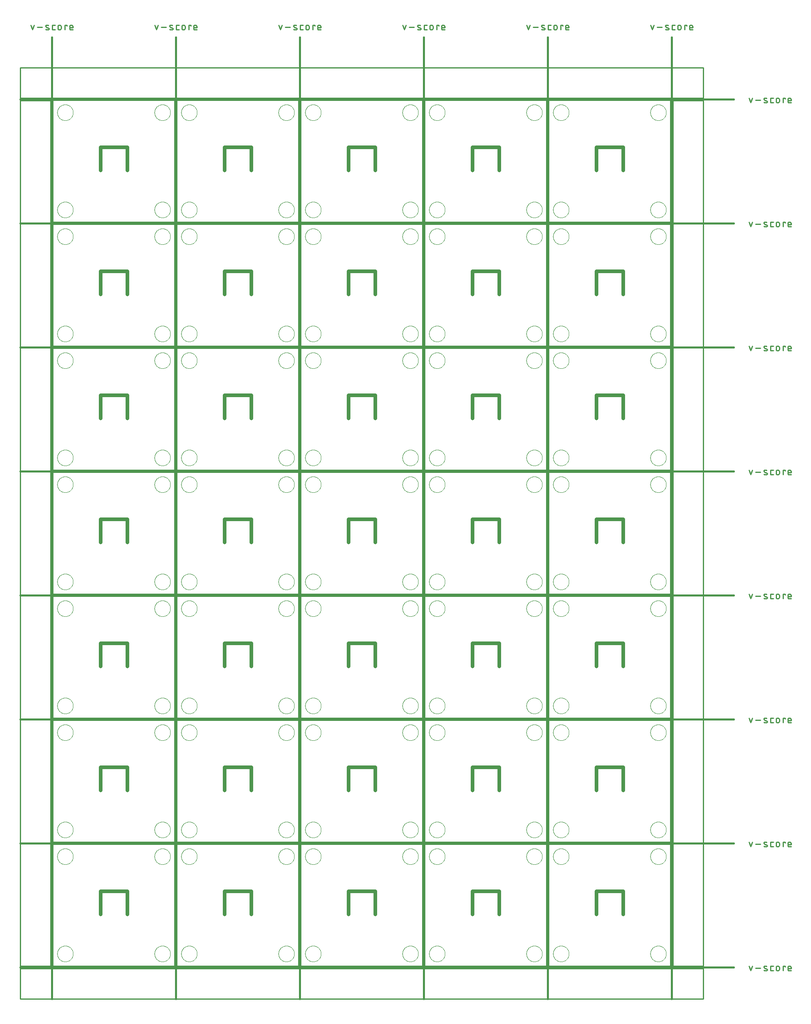
<source format=gko>
G04 EAGLE Gerber RS-274X export*
G75*
%MOMM*%
%FSLAX34Y34*%
%LPD*%
%IN*%
%IPPOS*%
%AMOC8*
5,1,8,0,0,1.08239X$1,22.5*%
G01*
%ADD10C,0.203200*%
%ADD11C,0.762000*%
%ADD12C,0.381000*%
%ADD13C,0.279400*%
%ADD14C,0.254000*%
%ADD15C,0.000000*%


D10*
X0Y0D02*
X0Y254000D01*
X254000Y254000D01*
X254000Y0D01*
X0Y0D01*
D11*
X154940Y107950D02*
X154940Y156210D01*
X99060Y156210D01*
X99060Y107950D01*
D10*
X259080Y0D02*
X259080Y254000D01*
X513080Y254000D01*
X513080Y0D01*
X259080Y0D01*
D11*
X414020Y107950D02*
X414020Y156210D01*
X358140Y156210D01*
X358140Y107950D01*
D10*
X518160Y0D02*
X518160Y254000D01*
X772160Y254000D01*
X772160Y0D01*
X518160Y0D01*
D11*
X673100Y107950D02*
X673100Y156210D01*
X617220Y156210D01*
X617220Y107950D01*
D10*
X777240Y0D02*
X777240Y254000D01*
X1031240Y254000D01*
X1031240Y0D01*
X777240Y0D01*
D11*
X932180Y107950D02*
X932180Y156210D01*
X876300Y156210D01*
X876300Y107950D01*
D10*
X1036320Y0D02*
X1036320Y254000D01*
X1290320Y254000D01*
X1290320Y0D01*
X1036320Y0D01*
D11*
X1191260Y107950D02*
X1191260Y156210D01*
X1135380Y156210D01*
X1135380Y107950D01*
D10*
X0Y259080D02*
X0Y513080D01*
X254000Y513080D01*
X254000Y259080D01*
X0Y259080D01*
D11*
X154940Y367030D02*
X154940Y415290D01*
X99060Y415290D01*
X99060Y367030D01*
D10*
X259080Y259080D02*
X259080Y513080D01*
X513080Y513080D01*
X513080Y259080D01*
X259080Y259080D01*
D11*
X414020Y367030D02*
X414020Y415290D01*
X358140Y415290D01*
X358140Y367030D01*
D10*
X518160Y259080D02*
X518160Y513080D01*
X772160Y513080D01*
X772160Y259080D01*
X518160Y259080D01*
D11*
X673100Y367030D02*
X673100Y415290D01*
X617220Y415290D01*
X617220Y367030D01*
D10*
X777240Y259080D02*
X777240Y513080D01*
X1031240Y513080D01*
X1031240Y259080D01*
X777240Y259080D01*
D11*
X932180Y367030D02*
X932180Y415290D01*
X876300Y415290D01*
X876300Y367030D01*
D10*
X1036320Y259080D02*
X1036320Y513080D01*
X1290320Y513080D01*
X1290320Y259080D01*
X1036320Y259080D01*
D11*
X1191260Y367030D02*
X1191260Y415290D01*
X1135380Y415290D01*
X1135380Y367030D01*
D10*
X0Y518160D02*
X0Y772160D01*
X254000Y772160D01*
X254000Y518160D01*
X0Y518160D01*
D11*
X154940Y626110D02*
X154940Y674370D01*
X99060Y674370D01*
X99060Y626110D01*
D10*
X259080Y518160D02*
X259080Y772160D01*
X513080Y772160D01*
X513080Y518160D01*
X259080Y518160D01*
D11*
X414020Y626110D02*
X414020Y674370D01*
X358140Y674370D01*
X358140Y626110D01*
D10*
X518160Y518160D02*
X518160Y772160D01*
X772160Y772160D01*
X772160Y518160D01*
X518160Y518160D01*
D11*
X673100Y626110D02*
X673100Y674370D01*
X617220Y674370D01*
X617220Y626110D01*
D10*
X777240Y518160D02*
X777240Y772160D01*
X1031240Y772160D01*
X1031240Y518160D01*
X777240Y518160D01*
D11*
X932180Y626110D02*
X932180Y674370D01*
X876300Y674370D01*
X876300Y626110D01*
D10*
X1036320Y518160D02*
X1036320Y772160D01*
X1290320Y772160D01*
X1290320Y518160D01*
X1036320Y518160D01*
D11*
X1191260Y626110D02*
X1191260Y674370D01*
X1135380Y674370D01*
X1135380Y626110D01*
D10*
X0Y777240D02*
X0Y1031240D01*
X254000Y1031240D01*
X254000Y777240D01*
X0Y777240D01*
D11*
X154940Y885190D02*
X154940Y933450D01*
X99060Y933450D01*
X99060Y885190D01*
D10*
X259080Y777240D02*
X259080Y1031240D01*
X513080Y1031240D01*
X513080Y777240D01*
X259080Y777240D01*
D11*
X414020Y885190D02*
X414020Y933450D01*
X358140Y933450D01*
X358140Y885190D01*
D10*
X518160Y777240D02*
X518160Y1031240D01*
X772160Y1031240D01*
X772160Y777240D01*
X518160Y777240D01*
D11*
X673100Y885190D02*
X673100Y933450D01*
X617220Y933450D01*
X617220Y885190D01*
D10*
X777240Y777240D02*
X777240Y1031240D01*
X1031240Y1031240D01*
X1031240Y777240D01*
X777240Y777240D01*
D11*
X932180Y885190D02*
X932180Y933450D01*
X876300Y933450D01*
X876300Y885190D01*
D10*
X1036320Y777240D02*
X1036320Y1031240D01*
X1290320Y1031240D01*
X1290320Y777240D01*
X1036320Y777240D01*
D11*
X1191260Y885190D02*
X1191260Y933450D01*
X1135380Y933450D01*
X1135380Y885190D01*
D10*
X0Y1036320D02*
X0Y1290320D01*
X254000Y1290320D01*
X254000Y1036320D01*
X0Y1036320D01*
D11*
X154940Y1144270D02*
X154940Y1192530D01*
X99060Y1192530D01*
X99060Y1144270D01*
D10*
X259080Y1036320D02*
X259080Y1290320D01*
X513080Y1290320D01*
X513080Y1036320D01*
X259080Y1036320D01*
D11*
X414020Y1144270D02*
X414020Y1192530D01*
X358140Y1192530D01*
X358140Y1144270D01*
D10*
X518160Y1036320D02*
X518160Y1290320D01*
X772160Y1290320D01*
X772160Y1036320D01*
X518160Y1036320D01*
D11*
X673100Y1144270D02*
X673100Y1192530D01*
X617220Y1192530D01*
X617220Y1144270D01*
D10*
X777240Y1036320D02*
X777240Y1290320D01*
X1031240Y1290320D01*
X1031240Y1036320D01*
X777240Y1036320D01*
D11*
X932180Y1144270D02*
X932180Y1192530D01*
X876300Y1192530D01*
X876300Y1144270D01*
D10*
X1036320Y1036320D02*
X1036320Y1290320D01*
X1290320Y1290320D01*
X1290320Y1036320D01*
X1036320Y1036320D01*
D11*
X1191260Y1144270D02*
X1191260Y1192530D01*
X1135380Y1192530D01*
X1135380Y1144270D01*
D10*
X0Y1295400D02*
X0Y1549400D01*
X254000Y1549400D01*
X254000Y1295400D01*
X0Y1295400D01*
D11*
X154940Y1403350D02*
X154940Y1451610D01*
X99060Y1451610D01*
X99060Y1403350D01*
D10*
X259080Y1295400D02*
X259080Y1549400D01*
X513080Y1549400D01*
X513080Y1295400D01*
X259080Y1295400D01*
D11*
X414020Y1403350D02*
X414020Y1451610D01*
X358140Y1451610D01*
X358140Y1403350D01*
D10*
X518160Y1295400D02*
X518160Y1549400D01*
X772160Y1549400D01*
X772160Y1295400D01*
X518160Y1295400D01*
D11*
X673100Y1403350D02*
X673100Y1451610D01*
X617220Y1451610D01*
X617220Y1403350D01*
D10*
X777240Y1295400D02*
X777240Y1549400D01*
X1031240Y1549400D01*
X1031240Y1295400D01*
X777240Y1295400D01*
D11*
X932180Y1403350D02*
X932180Y1451610D01*
X876300Y1451610D01*
X876300Y1403350D01*
D10*
X1036320Y1295400D02*
X1036320Y1549400D01*
X1290320Y1549400D01*
X1290320Y1295400D01*
X1036320Y1295400D01*
D11*
X1191260Y1403350D02*
X1191260Y1451610D01*
X1135380Y1451610D01*
X1135380Y1403350D01*
D10*
X0Y1554480D02*
X0Y1808480D01*
X254000Y1808480D01*
X254000Y1554480D01*
X0Y1554480D01*
D11*
X154940Y1662430D02*
X154940Y1710690D01*
X99060Y1710690D01*
X99060Y1662430D01*
D10*
X259080Y1554480D02*
X259080Y1808480D01*
X513080Y1808480D01*
X513080Y1554480D01*
X259080Y1554480D01*
D11*
X414020Y1662430D02*
X414020Y1710690D01*
X358140Y1710690D01*
X358140Y1662430D01*
D10*
X518160Y1554480D02*
X518160Y1808480D01*
X772160Y1808480D01*
X772160Y1554480D01*
X518160Y1554480D01*
D11*
X673100Y1662430D02*
X673100Y1710690D01*
X617220Y1710690D01*
X617220Y1662430D01*
D10*
X777240Y1554480D02*
X777240Y1808480D01*
X1031240Y1808480D01*
X1031240Y1554480D01*
X777240Y1554480D01*
D11*
X932180Y1662430D02*
X932180Y1710690D01*
X876300Y1710690D01*
X876300Y1662430D01*
D10*
X1036320Y1554480D02*
X1036320Y1808480D01*
X1290320Y1808480D01*
X1290320Y1554480D01*
X1036320Y1554480D01*
D11*
X1191260Y1662430D02*
X1191260Y1710690D01*
X1135380Y1710690D01*
X1135380Y1662430D01*
D12*
X-2540Y1940560D02*
X-2540Y-68580D01*
D13*
X-42921Y1955927D02*
X-46251Y1965918D01*
X-39590Y1965918D02*
X-42921Y1955927D01*
X-32806Y1961755D02*
X-22815Y1961755D01*
X-14261Y1961755D02*
X-10098Y1960090D01*
X-14261Y1961754D02*
X-14346Y1961790D01*
X-14429Y1961830D01*
X-14510Y1961873D01*
X-14590Y1961920D01*
X-14667Y1961970D01*
X-14743Y1962023D01*
X-14816Y1962079D01*
X-14886Y1962139D01*
X-14954Y1962201D01*
X-15019Y1962266D01*
X-15081Y1962334D01*
X-15141Y1962405D01*
X-15197Y1962478D01*
X-15250Y1962553D01*
X-15300Y1962631D01*
X-15346Y1962710D01*
X-15389Y1962792D01*
X-15429Y1962875D01*
X-15465Y1962960D01*
X-15497Y1963046D01*
X-15526Y1963134D01*
X-15550Y1963223D01*
X-15571Y1963313D01*
X-15588Y1963403D01*
X-15602Y1963494D01*
X-15611Y1963586D01*
X-15616Y1963678D01*
X-15618Y1963770D01*
X-15616Y1963862D01*
X-15609Y1963954D01*
X-15599Y1964046D01*
X-15585Y1964137D01*
X-15567Y1964228D01*
X-15545Y1964317D01*
X-15519Y1964406D01*
X-15489Y1964493D01*
X-15456Y1964579D01*
X-15419Y1964663D01*
X-15379Y1964746D01*
X-15335Y1964827D01*
X-15288Y1964906D01*
X-15237Y1964983D01*
X-15183Y1965058D01*
X-15126Y1965131D01*
X-15066Y1965201D01*
X-15003Y1965268D01*
X-14937Y1965332D01*
X-14869Y1965394D01*
X-14798Y1965453D01*
X-14724Y1965508D01*
X-14648Y1965561D01*
X-14570Y1965610D01*
X-14490Y1965656D01*
X-14409Y1965698D01*
X-14325Y1965737D01*
X-14240Y1965772D01*
X-14153Y1965803D01*
X-14065Y1965831D01*
X-13976Y1965855D01*
X-13886Y1965875D01*
X-13796Y1965892D01*
X-13704Y1965904D01*
X-13612Y1965913D01*
X-13520Y1965917D01*
X-13428Y1965918D01*
X-13201Y1965912D01*
X-12974Y1965901D01*
X-12747Y1965884D01*
X-12521Y1965861D01*
X-12295Y1965834D01*
X-12070Y1965800D01*
X-11846Y1965762D01*
X-11623Y1965718D01*
X-11401Y1965669D01*
X-11180Y1965614D01*
X-10961Y1965554D01*
X-10743Y1965489D01*
X-10527Y1965418D01*
X-10313Y1965343D01*
X-10100Y1965262D01*
X-9890Y1965176D01*
X-9681Y1965085D01*
X-10098Y1960090D02*
X-10013Y1960054D01*
X-9930Y1960014D01*
X-9849Y1959971D01*
X-9769Y1959924D01*
X-9692Y1959874D01*
X-9616Y1959821D01*
X-9543Y1959765D01*
X-9473Y1959705D01*
X-9405Y1959643D01*
X-9340Y1959578D01*
X-9278Y1959510D01*
X-9218Y1959439D01*
X-9162Y1959366D01*
X-9109Y1959291D01*
X-9059Y1959213D01*
X-9013Y1959134D01*
X-8970Y1959052D01*
X-8930Y1958969D01*
X-8894Y1958884D01*
X-8862Y1958798D01*
X-8833Y1958710D01*
X-8809Y1958621D01*
X-8788Y1958531D01*
X-8771Y1958441D01*
X-8757Y1958350D01*
X-8748Y1958258D01*
X-8743Y1958166D01*
X-8741Y1958074D01*
X-8743Y1957982D01*
X-8750Y1957890D01*
X-8760Y1957798D01*
X-8774Y1957707D01*
X-8792Y1957616D01*
X-8814Y1957527D01*
X-8840Y1957438D01*
X-8870Y1957351D01*
X-8903Y1957265D01*
X-8940Y1957181D01*
X-8980Y1957098D01*
X-9024Y1957017D01*
X-9071Y1956938D01*
X-9122Y1956861D01*
X-9176Y1956786D01*
X-9233Y1956713D01*
X-9293Y1956643D01*
X-9356Y1956576D01*
X-9422Y1956512D01*
X-9490Y1956450D01*
X-9561Y1956391D01*
X-9635Y1956336D01*
X-9711Y1956283D01*
X-9789Y1956234D01*
X-9869Y1956188D01*
X-9950Y1956146D01*
X-10034Y1956107D01*
X-10119Y1956072D01*
X-10206Y1956041D01*
X-10294Y1956013D01*
X-10383Y1955989D01*
X-10473Y1955969D01*
X-10563Y1955952D01*
X-10655Y1955940D01*
X-10747Y1955931D01*
X-10839Y1955927D01*
X-10931Y1955926D01*
X-10931Y1955927D02*
X-11265Y1955936D01*
X-11598Y1955953D01*
X-11931Y1955977D01*
X-12264Y1956010D01*
X-12595Y1956050D01*
X-12926Y1956098D01*
X-13255Y1956154D01*
X-13583Y1956217D01*
X-13909Y1956289D01*
X-14233Y1956368D01*
X-14556Y1956454D01*
X-14876Y1956549D01*
X-15194Y1956651D01*
X-15510Y1956760D01*
X562Y1955927D02*
X3892Y1955927D01*
X562Y1955927D02*
X464Y1955929D01*
X366Y1955935D01*
X268Y1955944D01*
X171Y1955958D01*
X75Y1955975D01*
X-21Y1955996D01*
X-116Y1956021D01*
X-210Y1956049D01*
X-303Y1956081D01*
X-394Y1956117D01*
X-484Y1956156D01*
X-572Y1956199D01*
X-659Y1956246D01*
X-743Y1956295D01*
X-826Y1956348D01*
X-906Y1956404D01*
X-985Y1956463D01*
X-1060Y1956526D01*
X-1134Y1956591D01*
X-1204Y1956659D01*
X-1272Y1956729D01*
X-1338Y1956803D01*
X-1400Y1956879D01*
X-1459Y1956957D01*
X-1515Y1957037D01*
X-1568Y1957120D01*
X-1618Y1957204D01*
X-1664Y1957291D01*
X-1707Y1957379D01*
X-1746Y1957469D01*
X-1782Y1957560D01*
X-1814Y1957653D01*
X-1842Y1957747D01*
X-1867Y1957842D01*
X-1888Y1957938D01*
X-1905Y1958034D01*
X-1919Y1958131D01*
X-1928Y1958229D01*
X-1934Y1958327D01*
X-1936Y1958425D01*
X-1936Y1963420D01*
X-1934Y1963518D01*
X-1928Y1963616D01*
X-1919Y1963714D01*
X-1905Y1963811D01*
X-1888Y1963907D01*
X-1867Y1964003D01*
X-1842Y1964098D01*
X-1814Y1964192D01*
X-1782Y1964285D01*
X-1746Y1964376D01*
X-1707Y1964466D01*
X-1664Y1964554D01*
X-1617Y1964641D01*
X-1568Y1964725D01*
X-1515Y1964808D01*
X-1459Y1964888D01*
X-1400Y1964966D01*
X-1337Y1965042D01*
X-1272Y1965116D01*
X-1204Y1965186D01*
X-1134Y1965254D01*
X-1060Y1965319D01*
X-984Y1965382D01*
X-906Y1965441D01*
X-826Y1965497D01*
X-743Y1965550D01*
X-659Y1965599D01*
X-572Y1965646D01*
X-484Y1965689D01*
X-394Y1965728D01*
X-303Y1965764D01*
X-210Y1965796D01*
X-116Y1965824D01*
X-21Y1965849D01*
X75Y1965870D01*
X171Y1965887D01*
X268Y1965901D01*
X366Y1965910D01*
X464Y1965916D01*
X562Y1965918D01*
X3892Y1965918D01*
X10022Y1962587D02*
X10022Y1959257D01*
X10022Y1962587D02*
X10024Y1962701D01*
X10030Y1962814D01*
X10039Y1962928D01*
X10053Y1963040D01*
X10070Y1963153D01*
X10092Y1963265D01*
X10117Y1963375D01*
X10145Y1963485D01*
X10178Y1963594D01*
X10214Y1963702D01*
X10254Y1963809D01*
X10298Y1963914D01*
X10345Y1964017D01*
X10395Y1964119D01*
X10449Y1964219D01*
X10507Y1964317D01*
X10568Y1964413D01*
X10631Y1964507D01*
X10699Y1964599D01*
X10769Y1964689D01*
X10842Y1964775D01*
X10918Y1964860D01*
X10997Y1964942D01*
X11079Y1965021D01*
X11164Y1965097D01*
X11250Y1965170D01*
X11340Y1965240D01*
X11432Y1965308D01*
X11526Y1965371D01*
X11622Y1965432D01*
X11720Y1965490D01*
X11820Y1965544D01*
X11922Y1965594D01*
X12025Y1965641D01*
X12130Y1965685D01*
X12237Y1965725D01*
X12345Y1965761D01*
X12454Y1965794D01*
X12564Y1965822D01*
X12674Y1965847D01*
X12786Y1965869D01*
X12899Y1965886D01*
X13011Y1965900D01*
X13125Y1965909D01*
X13238Y1965915D01*
X13352Y1965917D01*
X13466Y1965915D01*
X13579Y1965909D01*
X13693Y1965900D01*
X13805Y1965886D01*
X13918Y1965869D01*
X14030Y1965847D01*
X14140Y1965822D01*
X14250Y1965794D01*
X14359Y1965761D01*
X14467Y1965725D01*
X14574Y1965685D01*
X14679Y1965641D01*
X14782Y1965594D01*
X14884Y1965544D01*
X14984Y1965490D01*
X15082Y1965432D01*
X15178Y1965371D01*
X15272Y1965308D01*
X15364Y1965240D01*
X15454Y1965170D01*
X15540Y1965097D01*
X15625Y1965021D01*
X15707Y1964942D01*
X15786Y1964860D01*
X15862Y1964775D01*
X15935Y1964689D01*
X16005Y1964599D01*
X16073Y1964507D01*
X16136Y1964413D01*
X16197Y1964317D01*
X16255Y1964219D01*
X16309Y1964119D01*
X16359Y1964017D01*
X16406Y1963914D01*
X16450Y1963809D01*
X16490Y1963702D01*
X16526Y1963594D01*
X16559Y1963485D01*
X16587Y1963375D01*
X16612Y1963265D01*
X16634Y1963153D01*
X16651Y1963040D01*
X16665Y1962928D01*
X16674Y1962814D01*
X16680Y1962701D01*
X16682Y1962587D01*
X16682Y1959257D01*
X16680Y1959143D01*
X16674Y1959030D01*
X16665Y1958916D01*
X16651Y1958804D01*
X16634Y1958691D01*
X16612Y1958579D01*
X16587Y1958469D01*
X16559Y1958359D01*
X16526Y1958250D01*
X16490Y1958142D01*
X16450Y1958035D01*
X16406Y1957930D01*
X16359Y1957827D01*
X16309Y1957725D01*
X16255Y1957625D01*
X16197Y1957527D01*
X16136Y1957431D01*
X16073Y1957337D01*
X16005Y1957245D01*
X15935Y1957155D01*
X15862Y1957069D01*
X15786Y1956984D01*
X15707Y1956902D01*
X15625Y1956823D01*
X15540Y1956747D01*
X15454Y1956674D01*
X15364Y1956604D01*
X15272Y1956536D01*
X15178Y1956473D01*
X15082Y1956412D01*
X14984Y1956354D01*
X14884Y1956300D01*
X14782Y1956250D01*
X14679Y1956203D01*
X14574Y1956159D01*
X14467Y1956119D01*
X14359Y1956083D01*
X14250Y1956050D01*
X14140Y1956022D01*
X14030Y1955997D01*
X13918Y1955975D01*
X13805Y1955958D01*
X13693Y1955944D01*
X13579Y1955935D01*
X13466Y1955929D01*
X13352Y1955927D01*
X13238Y1955929D01*
X13125Y1955935D01*
X13011Y1955944D01*
X12899Y1955958D01*
X12786Y1955975D01*
X12674Y1955997D01*
X12564Y1956022D01*
X12454Y1956050D01*
X12345Y1956083D01*
X12237Y1956119D01*
X12130Y1956159D01*
X12025Y1956203D01*
X11922Y1956250D01*
X11820Y1956300D01*
X11720Y1956354D01*
X11622Y1956412D01*
X11526Y1956473D01*
X11432Y1956536D01*
X11340Y1956604D01*
X11250Y1956674D01*
X11164Y1956747D01*
X11079Y1956823D01*
X10997Y1956902D01*
X10918Y1956984D01*
X10842Y1957069D01*
X10769Y1957155D01*
X10699Y1957245D01*
X10631Y1957337D01*
X10568Y1957431D01*
X10507Y1957527D01*
X10449Y1957625D01*
X10395Y1957725D01*
X10345Y1957827D01*
X10298Y1957930D01*
X10254Y1958035D01*
X10214Y1958142D01*
X10178Y1958250D01*
X10145Y1958359D01*
X10117Y1958469D01*
X10092Y1958579D01*
X10070Y1958691D01*
X10053Y1958804D01*
X10039Y1958916D01*
X10030Y1959030D01*
X10024Y1959143D01*
X10022Y1959257D01*
X24218Y1955927D02*
X24218Y1965918D01*
X29213Y1965918D01*
X29213Y1964253D01*
X37008Y1955927D02*
X41171Y1955927D01*
X37008Y1955927D02*
X36910Y1955929D01*
X36812Y1955935D01*
X36714Y1955944D01*
X36617Y1955958D01*
X36521Y1955975D01*
X36425Y1955996D01*
X36330Y1956021D01*
X36236Y1956049D01*
X36143Y1956081D01*
X36052Y1956117D01*
X35962Y1956156D01*
X35874Y1956199D01*
X35787Y1956246D01*
X35703Y1956295D01*
X35620Y1956348D01*
X35540Y1956404D01*
X35462Y1956463D01*
X35386Y1956526D01*
X35312Y1956591D01*
X35242Y1956659D01*
X35174Y1956729D01*
X35109Y1956803D01*
X35046Y1956879D01*
X34987Y1956957D01*
X34931Y1957037D01*
X34878Y1957120D01*
X34829Y1957204D01*
X34782Y1957291D01*
X34739Y1957379D01*
X34700Y1957469D01*
X34664Y1957560D01*
X34632Y1957653D01*
X34604Y1957747D01*
X34579Y1957842D01*
X34558Y1957938D01*
X34541Y1958034D01*
X34527Y1958131D01*
X34518Y1958229D01*
X34512Y1958327D01*
X34510Y1958425D01*
X34510Y1962587D01*
X34511Y1962587D02*
X34513Y1962701D01*
X34519Y1962814D01*
X34528Y1962928D01*
X34542Y1963040D01*
X34559Y1963153D01*
X34581Y1963265D01*
X34606Y1963375D01*
X34634Y1963485D01*
X34667Y1963594D01*
X34703Y1963702D01*
X34743Y1963809D01*
X34787Y1963914D01*
X34834Y1964017D01*
X34884Y1964119D01*
X34938Y1964219D01*
X34996Y1964317D01*
X35057Y1964413D01*
X35120Y1964507D01*
X35188Y1964599D01*
X35258Y1964689D01*
X35331Y1964775D01*
X35407Y1964860D01*
X35486Y1964942D01*
X35568Y1965021D01*
X35653Y1965097D01*
X35739Y1965170D01*
X35829Y1965240D01*
X35921Y1965308D01*
X36015Y1965371D01*
X36111Y1965432D01*
X36209Y1965490D01*
X36309Y1965544D01*
X36411Y1965594D01*
X36514Y1965641D01*
X36619Y1965685D01*
X36726Y1965725D01*
X36834Y1965761D01*
X36943Y1965794D01*
X37053Y1965822D01*
X37163Y1965847D01*
X37275Y1965869D01*
X37388Y1965886D01*
X37500Y1965900D01*
X37614Y1965909D01*
X37727Y1965915D01*
X37841Y1965917D01*
X37955Y1965915D01*
X38068Y1965909D01*
X38182Y1965900D01*
X38294Y1965886D01*
X38407Y1965869D01*
X38519Y1965847D01*
X38629Y1965822D01*
X38739Y1965794D01*
X38848Y1965761D01*
X38956Y1965725D01*
X39063Y1965685D01*
X39168Y1965641D01*
X39271Y1965594D01*
X39373Y1965544D01*
X39473Y1965490D01*
X39571Y1965432D01*
X39667Y1965371D01*
X39761Y1965308D01*
X39853Y1965240D01*
X39943Y1965170D01*
X40029Y1965097D01*
X40114Y1965021D01*
X40196Y1964942D01*
X40275Y1964860D01*
X40351Y1964775D01*
X40424Y1964689D01*
X40494Y1964599D01*
X40562Y1964507D01*
X40625Y1964413D01*
X40686Y1964317D01*
X40744Y1964219D01*
X40798Y1964119D01*
X40848Y1964017D01*
X40895Y1963914D01*
X40939Y1963809D01*
X40979Y1963702D01*
X41015Y1963594D01*
X41048Y1963485D01*
X41076Y1963375D01*
X41101Y1963265D01*
X41123Y1963153D01*
X41140Y1963040D01*
X41154Y1962928D01*
X41163Y1962814D01*
X41169Y1962701D01*
X41171Y1962587D01*
X41171Y1960922D01*
X34510Y1960922D01*
D12*
X256540Y1940560D02*
X256540Y-68580D01*
D13*
X216159Y1955927D02*
X212829Y1965918D01*
X219490Y1965918D02*
X216159Y1955927D01*
X226274Y1961755D02*
X236265Y1961755D01*
X244819Y1961755D02*
X248982Y1960090D01*
X244819Y1961754D02*
X244734Y1961790D01*
X244651Y1961830D01*
X244570Y1961873D01*
X244490Y1961920D01*
X244413Y1961970D01*
X244337Y1962023D01*
X244264Y1962079D01*
X244194Y1962139D01*
X244126Y1962201D01*
X244061Y1962266D01*
X243999Y1962334D01*
X243939Y1962405D01*
X243883Y1962478D01*
X243830Y1962553D01*
X243780Y1962631D01*
X243734Y1962710D01*
X243691Y1962792D01*
X243651Y1962875D01*
X243615Y1962960D01*
X243583Y1963046D01*
X243554Y1963134D01*
X243530Y1963223D01*
X243509Y1963313D01*
X243492Y1963403D01*
X243478Y1963494D01*
X243469Y1963586D01*
X243464Y1963678D01*
X243462Y1963770D01*
X243464Y1963862D01*
X243471Y1963954D01*
X243481Y1964046D01*
X243495Y1964137D01*
X243513Y1964228D01*
X243535Y1964317D01*
X243561Y1964406D01*
X243591Y1964493D01*
X243624Y1964579D01*
X243661Y1964663D01*
X243701Y1964746D01*
X243745Y1964827D01*
X243792Y1964906D01*
X243843Y1964983D01*
X243897Y1965058D01*
X243954Y1965131D01*
X244014Y1965201D01*
X244077Y1965268D01*
X244143Y1965332D01*
X244211Y1965394D01*
X244282Y1965453D01*
X244356Y1965508D01*
X244432Y1965561D01*
X244510Y1965610D01*
X244590Y1965656D01*
X244671Y1965698D01*
X244755Y1965737D01*
X244840Y1965772D01*
X244927Y1965803D01*
X245015Y1965831D01*
X245104Y1965855D01*
X245194Y1965875D01*
X245284Y1965892D01*
X245376Y1965904D01*
X245468Y1965913D01*
X245560Y1965917D01*
X245652Y1965918D01*
X245879Y1965912D01*
X246106Y1965901D01*
X246333Y1965884D01*
X246559Y1965861D01*
X246785Y1965834D01*
X247010Y1965800D01*
X247234Y1965762D01*
X247457Y1965718D01*
X247679Y1965669D01*
X247900Y1965614D01*
X248119Y1965554D01*
X248337Y1965489D01*
X248553Y1965418D01*
X248767Y1965343D01*
X248980Y1965262D01*
X249190Y1965176D01*
X249399Y1965085D01*
X248982Y1960090D02*
X249067Y1960054D01*
X249150Y1960014D01*
X249231Y1959971D01*
X249311Y1959924D01*
X249388Y1959874D01*
X249464Y1959821D01*
X249537Y1959765D01*
X249607Y1959705D01*
X249675Y1959643D01*
X249740Y1959578D01*
X249802Y1959510D01*
X249862Y1959439D01*
X249918Y1959366D01*
X249971Y1959291D01*
X250021Y1959213D01*
X250067Y1959134D01*
X250110Y1959052D01*
X250150Y1958969D01*
X250186Y1958884D01*
X250218Y1958798D01*
X250247Y1958710D01*
X250271Y1958621D01*
X250292Y1958531D01*
X250309Y1958441D01*
X250323Y1958350D01*
X250332Y1958258D01*
X250337Y1958166D01*
X250339Y1958074D01*
X250337Y1957982D01*
X250330Y1957890D01*
X250320Y1957798D01*
X250306Y1957707D01*
X250288Y1957616D01*
X250266Y1957527D01*
X250240Y1957438D01*
X250210Y1957351D01*
X250177Y1957265D01*
X250140Y1957181D01*
X250100Y1957098D01*
X250056Y1957017D01*
X250009Y1956938D01*
X249958Y1956861D01*
X249904Y1956786D01*
X249847Y1956713D01*
X249787Y1956643D01*
X249724Y1956576D01*
X249658Y1956512D01*
X249590Y1956450D01*
X249519Y1956391D01*
X249445Y1956336D01*
X249369Y1956283D01*
X249291Y1956234D01*
X249211Y1956188D01*
X249130Y1956146D01*
X249046Y1956107D01*
X248961Y1956072D01*
X248874Y1956041D01*
X248786Y1956013D01*
X248697Y1955989D01*
X248607Y1955969D01*
X248517Y1955952D01*
X248425Y1955940D01*
X248333Y1955931D01*
X248241Y1955927D01*
X248149Y1955926D01*
X248149Y1955927D02*
X247815Y1955936D01*
X247482Y1955953D01*
X247149Y1955977D01*
X246816Y1956010D01*
X246485Y1956050D01*
X246154Y1956098D01*
X245825Y1956154D01*
X245497Y1956217D01*
X245171Y1956289D01*
X244847Y1956368D01*
X244524Y1956454D01*
X244204Y1956549D01*
X243886Y1956651D01*
X243570Y1956760D01*
X259642Y1955927D02*
X262972Y1955927D01*
X259642Y1955927D02*
X259544Y1955929D01*
X259446Y1955935D01*
X259348Y1955944D01*
X259251Y1955958D01*
X259155Y1955975D01*
X259059Y1955996D01*
X258964Y1956021D01*
X258870Y1956049D01*
X258777Y1956081D01*
X258686Y1956117D01*
X258596Y1956156D01*
X258508Y1956199D01*
X258421Y1956246D01*
X258337Y1956295D01*
X258254Y1956348D01*
X258174Y1956404D01*
X258096Y1956463D01*
X258020Y1956526D01*
X257946Y1956591D01*
X257876Y1956659D01*
X257808Y1956729D01*
X257743Y1956803D01*
X257680Y1956879D01*
X257621Y1956957D01*
X257565Y1957037D01*
X257512Y1957120D01*
X257463Y1957204D01*
X257416Y1957291D01*
X257373Y1957379D01*
X257334Y1957469D01*
X257298Y1957560D01*
X257266Y1957653D01*
X257238Y1957747D01*
X257213Y1957842D01*
X257192Y1957938D01*
X257175Y1958034D01*
X257161Y1958131D01*
X257152Y1958229D01*
X257146Y1958327D01*
X257144Y1958425D01*
X257144Y1963420D01*
X257146Y1963518D01*
X257152Y1963616D01*
X257161Y1963714D01*
X257175Y1963811D01*
X257192Y1963907D01*
X257213Y1964003D01*
X257238Y1964098D01*
X257266Y1964192D01*
X257298Y1964285D01*
X257334Y1964376D01*
X257373Y1964466D01*
X257416Y1964554D01*
X257463Y1964641D01*
X257512Y1964725D01*
X257565Y1964808D01*
X257621Y1964888D01*
X257680Y1964967D01*
X257743Y1965042D01*
X257808Y1965116D01*
X257876Y1965186D01*
X257946Y1965254D01*
X258020Y1965320D01*
X258096Y1965382D01*
X258174Y1965441D01*
X258254Y1965497D01*
X258337Y1965550D01*
X258421Y1965600D01*
X258508Y1965646D01*
X258596Y1965689D01*
X258686Y1965728D01*
X258777Y1965764D01*
X258870Y1965796D01*
X258964Y1965824D01*
X259059Y1965849D01*
X259155Y1965870D01*
X259251Y1965887D01*
X259348Y1965901D01*
X259446Y1965910D01*
X259544Y1965916D01*
X259642Y1965918D01*
X262972Y1965918D01*
X269102Y1962587D02*
X269102Y1959257D01*
X269102Y1962587D02*
X269104Y1962701D01*
X269110Y1962814D01*
X269119Y1962928D01*
X269133Y1963040D01*
X269150Y1963153D01*
X269172Y1963265D01*
X269197Y1963375D01*
X269225Y1963485D01*
X269258Y1963594D01*
X269294Y1963702D01*
X269334Y1963809D01*
X269378Y1963914D01*
X269425Y1964017D01*
X269475Y1964119D01*
X269529Y1964219D01*
X269587Y1964317D01*
X269648Y1964413D01*
X269711Y1964507D01*
X269779Y1964599D01*
X269849Y1964689D01*
X269922Y1964775D01*
X269998Y1964860D01*
X270077Y1964942D01*
X270159Y1965021D01*
X270244Y1965097D01*
X270330Y1965170D01*
X270420Y1965240D01*
X270512Y1965308D01*
X270606Y1965371D01*
X270702Y1965432D01*
X270800Y1965490D01*
X270900Y1965544D01*
X271002Y1965594D01*
X271105Y1965641D01*
X271210Y1965685D01*
X271317Y1965725D01*
X271425Y1965761D01*
X271534Y1965794D01*
X271644Y1965822D01*
X271754Y1965847D01*
X271866Y1965869D01*
X271979Y1965886D01*
X272091Y1965900D01*
X272205Y1965909D01*
X272318Y1965915D01*
X272432Y1965917D01*
X272546Y1965915D01*
X272659Y1965909D01*
X272773Y1965900D01*
X272885Y1965886D01*
X272998Y1965869D01*
X273110Y1965847D01*
X273220Y1965822D01*
X273330Y1965794D01*
X273439Y1965761D01*
X273547Y1965725D01*
X273654Y1965685D01*
X273759Y1965641D01*
X273862Y1965594D01*
X273964Y1965544D01*
X274064Y1965490D01*
X274162Y1965432D01*
X274258Y1965371D01*
X274352Y1965308D01*
X274444Y1965240D01*
X274534Y1965170D01*
X274620Y1965097D01*
X274705Y1965021D01*
X274787Y1964942D01*
X274866Y1964860D01*
X274942Y1964775D01*
X275015Y1964689D01*
X275085Y1964599D01*
X275153Y1964507D01*
X275216Y1964413D01*
X275277Y1964317D01*
X275335Y1964219D01*
X275389Y1964119D01*
X275439Y1964017D01*
X275486Y1963914D01*
X275530Y1963809D01*
X275570Y1963702D01*
X275606Y1963594D01*
X275639Y1963485D01*
X275667Y1963375D01*
X275692Y1963265D01*
X275714Y1963153D01*
X275731Y1963040D01*
X275745Y1962928D01*
X275754Y1962814D01*
X275760Y1962701D01*
X275762Y1962587D01*
X275762Y1959257D01*
X275760Y1959143D01*
X275754Y1959030D01*
X275745Y1958916D01*
X275731Y1958804D01*
X275714Y1958691D01*
X275692Y1958579D01*
X275667Y1958469D01*
X275639Y1958359D01*
X275606Y1958250D01*
X275570Y1958142D01*
X275530Y1958035D01*
X275486Y1957930D01*
X275439Y1957827D01*
X275389Y1957725D01*
X275335Y1957625D01*
X275277Y1957527D01*
X275216Y1957431D01*
X275153Y1957337D01*
X275085Y1957245D01*
X275015Y1957155D01*
X274942Y1957069D01*
X274866Y1956984D01*
X274787Y1956902D01*
X274705Y1956823D01*
X274620Y1956747D01*
X274534Y1956674D01*
X274444Y1956604D01*
X274352Y1956536D01*
X274258Y1956473D01*
X274162Y1956412D01*
X274064Y1956354D01*
X273964Y1956300D01*
X273862Y1956250D01*
X273759Y1956203D01*
X273654Y1956159D01*
X273547Y1956119D01*
X273439Y1956083D01*
X273330Y1956050D01*
X273220Y1956022D01*
X273110Y1955997D01*
X272998Y1955975D01*
X272885Y1955958D01*
X272773Y1955944D01*
X272659Y1955935D01*
X272546Y1955929D01*
X272432Y1955927D01*
X272318Y1955929D01*
X272205Y1955935D01*
X272091Y1955944D01*
X271979Y1955958D01*
X271866Y1955975D01*
X271754Y1955997D01*
X271644Y1956022D01*
X271534Y1956050D01*
X271425Y1956083D01*
X271317Y1956119D01*
X271210Y1956159D01*
X271105Y1956203D01*
X271002Y1956250D01*
X270900Y1956300D01*
X270800Y1956354D01*
X270702Y1956412D01*
X270606Y1956473D01*
X270512Y1956536D01*
X270420Y1956604D01*
X270330Y1956674D01*
X270244Y1956747D01*
X270159Y1956823D01*
X270077Y1956902D01*
X269998Y1956984D01*
X269922Y1957069D01*
X269849Y1957155D01*
X269779Y1957245D01*
X269711Y1957337D01*
X269648Y1957431D01*
X269587Y1957527D01*
X269529Y1957625D01*
X269475Y1957725D01*
X269425Y1957827D01*
X269378Y1957930D01*
X269334Y1958035D01*
X269294Y1958142D01*
X269258Y1958250D01*
X269225Y1958359D01*
X269197Y1958469D01*
X269172Y1958579D01*
X269150Y1958691D01*
X269133Y1958804D01*
X269119Y1958916D01*
X269110Y1959030D01*
X269104Y1959143D01*
X269102Y1959257D01*
X283298Y1955927D02*
X283298Y1965918D01*
X288293Y1965918D01*
X288293Y1964253D01*
X296088Y1955927D02*
X300251Y1955927D01*
X296088Y1955927D02*
X295990Y1955929D01*
X295892Y1955935D01*
X295794Y1955944D01*
X295697Y1955958D01*
X295601Y1955975D01*
X295505Y1955996D01*
X295410Y1956021D01*
X295316Y1956049D01*
X295223Y1956081D01*
X295132Y1956117D01*
X295042Y1956156D01*
X294954Y1956199D01*
X294867Y1956246D01*
X294783Y1956295D01*
X294700Y1956348D01*
X294620Y1956404D01*
X294542Y1956463D01*
X294466Y1956526D01*
X294392Y1956591D01*
X294322Y1956659D01*
X294254Y1956729D01*
X294189Y1956803D01*
X294126Y1956879D01*
X294067Y1956957D01*
X294011Y1957037D01*
X293958Y1957120D01*
X293909Y1957204D01*
X293862Y1957291D01*
X293819Y1957379D01*
X293780Y1957469D01*
X293744Y1957560D01*
X293712Y1957653D01*
X293684Y1957747D01*
X293659Y1957842D01*
X293638Y1957938D01*
X293621Y1958034D01*
X293607Y1958131D01*
X293598Y1958229D01*
X293592Y1958327D01*
X293590Y1958425D01*
X293590Y1962587D01*
X293591Y1962587D02*
X293593Y1962701D01*
X293599Y1962814D01*
X293608Y1962928D01*
X293622Y1963040D01*
X293639Y1963153D01*
X293661Y1963265D01*
X293686Y1963375D01*
X293714Y1963485D01*
X293747Y1963594D01*
X293783Y1963702D01*
X293823Y1963809D01*
X293867Y1963914D01*
X293914Y1964017D01*
X293964Y1964119D01*
X294018Y1964219D01*
X294076Y1964317D01*
X294137Y1964413D01*
X294200Y1964507D01*
X294268Y1964599D01*
X294338Y1964689D01*
X294411Y1964775D01*
X294487Y1964860D01*
X294566Y1964942D01*
X294648Y1965021D01*
X294733Y1965097D01*
X294819Y1965170D01*
X294909Y1965240D01*
X295001Y1965308D01*
X295095Y1965371D01*
X295191Y1965432D01*
X295289Y1965490D01*
X295389Y1965544D01*
X295491Y1965594D01*
X295594Y1965641D01*
X295699Y1965685D01*
X295806Y1965725D01*
X295914Y1965761D01*
X296023Y1965794D01*
X296133Y1965822D01*
X296243Y1965847D01*
X296355Y1965869D01*
X296468Y1965886D01*
X296580Y1965900D01*
X296694Y1965909D01*
X296807Y1965915D01*
X296921Y1965917D01*
X297035Y1965915D01*
X297148Y1965909D01*
X297262Y1965900D01*
X297374Y1965886D01*
X297487Y1965869D01*
X297599Y1965847D01*
X297709Y1965822D01*
X297819Y1965794D01*
X297928Y1965761D01*
X298036Y1965725D01*
X298143Y1965685D01*
X298248Y1965641D01*
X298351Y1965594D01*
X298453Y1965544D01*
X298553Y1965490D01*
X298651Y1965432D01*
X298747Y1965371D01*
X298841Y1965308D01*
X298933Y1965240D01*
X299023Y1965170D01*
X299109Y1965097D01*
X299194Y1965021D01*
X299276Y1964942D01*
X299355Y1964860D01*
X299431Y1964775D01*
X299504Y1964689D01*
X299574Y1964599D01*
X299642Y1964507D01*
X299705Y1964413D01*
X299766Y1964317D01*
X299824Y1964219D01*
X299878Y1964119D01*
X299928Y1964017D01*
X299975Y1963914D01*
X300019Y1963809D01*
X300059Y1963702D01*
X300095Y1963594D01*
X300128Y1963485D01*
X300156Y1963375D01*
X300181Y1963265D01*
X300203Y1963153D01*
X300220Y1963040D01*
X300234Y1962928D01*
X300243Y1962814D01*
X300249Y1962701D01*
X300251Y1962587D01*
X300251Y1960922D01*
X293590Y1960922D01*
D12*
X515620Y1940560D02*
X515620Y-68580D01*
D13*
X475239Y1955927D02*
X471909Y1965918D01*
X478570Y1965918D02*
X475239Y1955927D01*
X485354Y1961755D02*
X495345Y1961755D01*
X503899Y1961755D02*
X508062Y1960090D01*
X503899Y1961754D02*
X503814Y1961790D01*
X503731Y1961830D01*
X503650Y1961873D01*
X503570Y1961920D01*
X503493Y1961970D01*
X503417Y1962023D01*
X503344Y1962079D01*
X503274Y1962139D01*
X503206Y1962201D01*
X503141Y1962266D01*
X503079Y1962334D01*
X503019Y1962405D01*
X502963Y1962478D01*
X502910Y1962553D01*
X502860Y1962631D01*
X502814Y1962710D01*
X502771Y1962792D01*
X502731Y1962875D01*
X502695Y1962960D01*
X502663Y1963046D01*
X502634Y1963134D01*
X502610Y1963223D01*
X502589Y1963313D01*
X502572Y1963403D01*
X502558Y1963494D01*
X502549Y1963586D01*
X502544Y1963678D01*
X502542Y1963770D01*
X502544Y1963862D01*
X502551Y1963954D01*
X502561Y1964046D01*
X502575Y1964137D01*
X502593Y1964228D01*
X502615Y1964317D01*
X502641Y1964406D01*
X502671Y1964493D01*
X502704Y1964579D01*
X502741Y1964663D01*
X502781Y1964746D01*
X502825Y1964827D01*
X502872Y1964906D01*
X502923Y1964983D01*
X502977Y1965058D01*
X503034Y1965131D01*
X503094Y1965201D01*
X503157Y1965268D01*
X503223Y1965332D01*
X503291Y1965394D01*
X503362Y1965453D01*
X503436Y1965508D01*
X503512Y1965561D01*
X503590Y1965610D01*
X503670Y1965656D01*
X503751Y1965698D01*
X503835Y1965737D01*
X503920Y1965772D01*
X504007Y1965803D01*
X504095Y1965831D01*
X504184Y1965855D01*
X504274Y1965875D01*
X504364Y1965892D01*
X504456Y1965904D01*
X504548Y1965913D01*
X504640Y1965917D01*
X504732Y1965918D01*
X504959Y1965912D01*
X505186Y1965901D01*
X505413Y1965884D01*
X505639Y1965861D01*
X505865Y1965834D01*
X506090Y1965800D01*
X506314Y1965762D01*
X506537Y1965718D01*
X506759Y1965669D01*
X506980Y1965614D01*
X507199Y1965554D01*
X507417Y1965489D01*
X507633Y1965418D01*
X507847Y1965343D01*
X508060Y1965262D01*
X508270Y1965176D01*
X508479Y1965085D01*
X508062Y1960090D02*
X508147Y1960054D01*
X508230Y1960014D01*
X508311Y1959971D01*
X508391Y1959924D01*
X508468Y1959874D01*
X508544Y1959821D01*
X508617Y1959765D01*
X508687Y1959705D01*
X508755Y1959643D01*
X508820Y1959578D01*
X508882Y1959510D01*
X508942Y1959439D01*
X508998Y1959366D01*
X509051Y1959291D01*
X509101Y1959213D01*
X509147Y1959134D01*
X509190Y1959052D01*
X509230Y1958969D01*
X509266Y1958884D01*
X509298Y1958798D01*
X509327Y1958710D01*
X509351Y1958621D01*
X509372Y1958531D01*
X509389Y1958441D01*
X509403Y1958350D01*
X509412Y1958258D01*
X509417Y1958166D01*
X509419Y1958074D01*
X509417Y1957982D01*
X509410Y1957890D01*
X509400Y1957798D01*
X509386Y1957707D01*
X509368Y1957616D01*
X509346Y1957527D01*
X509320Y1957438D01*
X509290Y1957351D01*
X509257Y1957265D01*
X509220Y1957181D01*
X509180Y1957098D01*
X509136Y1957017D01*
X509089Y1956938D01*
X509038Y1956861D01*
X508984Y1956786D01*
X508927Y1956713D01*
X508867Y1956643D01*
X508804Y1956576D01*
X508738Y1956512D01*
X508670Y1956450D01*
X508599Y1956391D01*
X508525Y1956336D01*
X508449Y1956283D01*
X508371Y1956234D01*
X508291Y1956188D01*
X508210Y1956146D01*
X508126Y1956107D01*
X508041Y1956072D01*
X507954Y1956041D01*
X507866Y1956013D01*
X507777Y1955989D01*
X507687Y1955969D01*
X507597Y1955952D01*
X507505Y1955940D01*
X507413Y1955931D01*
X507321Y1955927D01*
X507229Y1955926D01*
X507229Y1955927D02*
X506895Y1955936D01*
X506562Y1955953D01*
X506229Y1955977D01*
X505896Y1956010D01*
X505565Y1956050D01*
X505234Y1956098D01*
X504905Y1956154D01*
X504577Y1956217D01*
X504251Y1956289D01*
X503927Y1956368D01*
X503604Y1956454D01*
X503284Y1956549D01*
X502966Y1956651D01*
X502650Y1956760D01*
X518722Y1955927D02*
X522052Y1955927D01*
X518722Y1955927D02*
X518624Y1955929D01*
X518526Y1955935D01*
X518428Y1955944D01*
X518331Y1955958D01*
X518235Y1955975D01*
X518139Y1955996D01*
X518044Y1956021D01*
X517950Y1956049D01*
X517857Y1956081D01*
X517766Y1956117D01*
X517676Y1956156D01*
X517588Y1956199D01*
X517501Y1956246D01*
X517417Y1956295D01*
X517334Y1956348D01*
X517254Y1956404D01*
X517176Y1956463D01*
X517100Y1956526D01*
X517026Y1956591D01*
X516956Y1956659D01*
X516888Y1956729D01*
X516823Y1956803D01*
X516760Y1956879D01*
X516701Y1956957D01*
X516645Y1957037D01*
X516592Y1957120D01*
X516543Y1957204D01*
X516496Y1957291D01*
X516453Y1957379D01*
X516414Y1957469D01*
X516378Y1957560D01*
X516346Y1957653D01*
X516318Y1957747D01*
X516293Y1957842D01*
X516272Y1957938D01*
X516255Y1958034D01*
X516241Y1958131D01*
X516232Y1958229D01*
X516226Y1958327D01*
X516224Y1958425D01*
X516224Y1963420D01*
X516226Y1963518D01*
X516232Y1963616D01*
X516241Y1963714D01*
X516255Y1963811D01*
X516272Y1963907D01*
X516293Y1964003D01*
X516318Y1964098D01*
X516346Y1964192D01*
X516378Y1964285D01*
X516414Y1964376D01*
X516453Y1964466D01*
X516496Y1964554D01*
X516543Y1964641D01*
X516592Y1964725D01*
X516645Y1964808D01*
X516701Y1964888D01*
X516760Y1964967D01*
X516823Y1965042D01*
X516888Y1965116D01*
X516956Y1965186D01*
X517026Y1965254D01*
X517100Y1965320D01*
X517176Y1965382D01*
X517254Y1965441D01*
X517334Y1965497D01*
X517417Y1965550D01*
X517501Y1965600D01*
X517588Y1965646D01*
X517676Y1965689D01*
X517766Y1965728D01*
X517857Y1965764D01*
X517950Y1965796D01*
X518044Y1965824D01*
X518139Y1965849D01*
X518235Y1965870D01*
X518331Y1965887D01*
X518428Y1965901D01*
X518526Y1965910D01*
X518624Y1965916D01*
X518722Y1965918D01*
X522052Y1965918D01*
X528182Y1962587D02*
X528182Y1959257D01*
X528182Y1962587D02*
X528184Y1962701D01*
X528190Y1962814D01*
X528199Y1962928D01*
X528213Y1963040D01*
X528230Y1963153D01*
X528252Y1963265D01*
X528277Y1963375D01*
X528305Y1963485D01*
X528338Y1963594D01*
X528374Y1963702D01*
X528414Y1963809D01*
X528458Y1963914D01*
X528505Y1964017D01*
X528555Y1964119D01*
X528609Y1964219D01*
X528667Y1964317D01*
X528728Y1964413D01*
X528791Y1964507D01*
X528859Y1964599D01*
X528929Y1964689D01*
X529002Y1964775D01*
X529078Y1964860D01*
X529157Y1964942D01*
X529239Y1965021D01*
X529324Y1965097D01*
X529410Y1965170D01*
X529500Y1965240D01*
X529592Y1965308D01*
X529686Y1965371D01*
X529782Y1965432D01*
X529880Y1965490D01*
X529980Y1965544D01*
X530082Y1965594D01*
X530185Y1965641D01*
X530290Y1965685D01*
X530397Y1965725D01*
X530505Y1965761D01*
X530614Y1965794D01*
X530724Y1965822D01*
X530834Y1965847D01*
X530946Y1965869D01*
X531059Y1965886D01*
X531171Y1965900D01*
X531285Y1965909D01*
X531398Y1965915D01*
X531512Y1965917D01*
X531626Y1965915D01*
X531739Y1965909D01*
X531853Y1965900D01*
X531965Y1965886D01*
X532078Y1965869D01*
X532190Y1965847D01*
X532300Y1965822D01*
X532410Y1965794D01*
X532519Y1965761D01*
X532627Y1965725D01*
X532734Y1965685D01*
X532839Y1965641D01*
X532942Y1965594D01*
X533044Y1965544D01*
X533144Y1965490D01*
X533242Y1965432D01*
X533338Y1965371D01*
X533432Y1965308D01*
X533524Y1965240D01*
X533614Y1965170D01*
X533700Y1965097D01*
X533785Y1965021D01*
X533867Y1964942D01*
X533946Y1964860D01*
X534022Y1964775D01*
X534095Y1964689D01*
X534165Y1964599D01*
X534233Y1964507D01*
X534296Y1964413D01*
X534357Y1964317D01*
X534415Y1964219D01*
X534469Y1964119D01*
X534519Y1964017D01*
X534566Y1963914D01*
X534610Y1963809D01*
X534650Y1963702D01*
X534686Y1963594D01*
X534719Y1963485D01*
X534747Y1963375D01*
X534772Y1963265D01*
X534794Y1963153D01*
X534811Y1963040D01*
X534825Y1962928D01*
X534834Y1962814D01*
X534840Y1962701D01*
X534842Y1962587D01*
X534842Y1959257D01*
X534840Y1959143D01*
X534834Y1959030D01*
X534825Y1958916D01*
X534811Y1958804D01*
X534794Y1958691D01*
X534772Y1958579D01*
X534747Y1958469D01*
X534719Y1958359D01*
X534686Y1958250D01*
X534650Y1958142D01*
X534610Y1958035D01*
X534566Y1957930D01*
X534519Y1957827D01*
X534469Y1957725D01*
X534415Y1957625D01*
X534357Y1957527D01*
X534296Y1957431D01*
X534233Y1957337D01*
X534165Y1957245D01*
X534095Y1957155D01*
X534022Y1957069D01*
X533946Y1956984D01*
X533867Y1956902D01*
X533785Y1956823D01*
X533700Y1956747D01*
X533614Y1956674D01*
X533524Y1956604D01*
X533432Y1956536D01*
X533338Y1956473D01*
X533242Y1956412D01*
X533144Y1956354D01*
X533044Y1956300D01*
X532942Y1956250D01*
X532839Y1956203D01*
X532734Y1956159D01*
X532627Y1956119D01*
X532519Y1956083D01*
X532410Y1956050D01*
X532300Y1956022D01*
X532190Y1955997D01*
X532078Y1955975D01*
X531965Y1955958D01*
X531853Y1955944D01*
X531739Y1955935D01*
X531626Y1955929D01*
X531512Y1955927D01*
X531398Y1955929D01*
X531285Y1955935D01*
X531171Y1955944D01*
X531059Y1955958D01*
X530946Y1955975D01*
X530834Y1955997D01*
X530724Y1956022D01*
X530614Y1956050D01*
X530505Y1956083D01*
X530397Y1956119D01*
X530290Y1956159D01*
X530185Y1956203D01*
X530082Y1956250D01*
X529980Y1956300D01*
X529880Y1956354D01*
X529782Y1956412D01*
X529686Y1956473D01*
X529592Y1956536D01*
X529500Y1956604D01*
X529410Y1956674D01*
X529324Y1956747D01*
X529239Y1956823D01*
X529157Y1956902D01*
X529078Y1956984D01*
X529002Y1957069D01*
X528929Y1957155D01*
X528859Y1957245D01*
X528791Y1957337D01*
X528728Y1957431D01*
X528667Y1957527D01*
X528609Y1957625D01*
X528555Y1957725D01*
X528505Y1957827D01*
X528458Y1957930D01*
X528414Y1958035D01*
X528374Y1958142D01*
X528338Y1958250D01*
X528305Y1958359D01*
X528277Y1958469D01*
X528252Y1958579D01*
X528230Y1958691D01*
X528213Y1958804D01*
X528199Y1958916D01*
X528190Y1959030D01*
X528184Y1959143D01*
X528182Y1959257D01*
X542378Y1955927D02*
X542378Y1965918D01*
X547373Y1965918D01*
X547373Y1964253D01*
X555168Y1955927D02*
X559331Y1955927D01*
X555168Y1955927D02*
X555070Y1955929D01*
X554972Y1955935D01*
X554874Y1955944D01*
X554777Y1955958D01*
X554681Y1955975D01*
X554585Y1955996D01*
X554490Y1956021D01*
X554396Y1956049D01*
X554303Y1956081D01*
X554212Y1956117D01*
X554122Y1956156D01*
X554034Y1956199D01*
X553947Y1956246D01*
X553863Y1956295D01*
X553780Y1956348D01*
X553700Y1956404D01*
X553622Y1956463D01*
X553546Y1956526D01*
X553472Y1956591D01*
X553402Y1956659D01*
X553334Y1956729D01*
X553269Y1956803D01*
X553206Y1956879D01*
X553147Y1956957D01*
X553091Y1957037D01*
X553038Y1957120D01*
X552989Y1957204D01*
X552942Y1957291D01*
X552899Y1957379D01*
X552860Y1957469D01*
X552824Y1957560D01*
X552792Y1957653D01*
X552764Y1957747D01*
X552739Y1957842D01*
X552718Y1957938D01*
X552701Y1958034D01*
X552687Y1958131D01*
X552678Y1958229D01*
X552672Y1958327D01*
X552670Y1958425D01*
X552670Y1962587D01*
X552671Y1962587D02*
X552673Y1962701D01*
X552679Y1962814D01*
X552688Y1962928D01*
X552702Y1963040D01*
X552719Y1963153D01*
X552741Y1963265D01*
X552766Y1963375D01*
X552794Y1963485D01*
X552827Y1963594D01*
X552863Y1963702D01*
X552903Y1963809D01*
X552947Y1963914D01*
X552994Y1964017D01*
X553044Y1964119D01*
X553098Y1964219D01*
X553156Y1964317D01*
X553217Y1964413D01*
X553280Y1964507D01*
X553348Y1964599D01*
X553418Y1964689D01*
X553491Y1964775D01*
X553567Y1964860D01*
X553646Y1964942D01*
X553728Y1965021D01*
X553813Y1965097D01*
X553899Y1965170D01*
X553989Y1965240D01*
X554081Y1965308D01*
X554175Y1965371D01*
X554271Y1965432D01*
X554369Y1965490D01*
X554469Y1965544D01*
X554571Y1965594D01*
X554674Y1965641D01*
X554779Y1965685D01*
X554886Y1965725D01*
X554994Y1965761D01*
X555103Y1965794D01*
X555213Y1965822D01*
X555323Y1965847D01*
X555435Y1965869D01*
X555548Y1965886D01*
X555660Y1965900D01*
X555774Y1965909D01*
X555887Y1965915D01*
X556001Y1965917D01*
X556115Y1965915D01*
X556228Y1965909D01*
X556342Y1965900D01*
X556454Y1965886D01*
X556567Y1965869D01*
X556679Y1965847D01*
X556789Y1965822D01*
X556899Y1965794D01*
X557008Y1965761D01*
X557116Y1965725D01*
X557223Y1965685D01*
X557328Y1965641D01*
X557431Y1965594D01*
X557533Y1965544D01*
X557633Y1965490D01*
X557731Y1965432D01*
X557827Y1965371D01*
X557921Y1965308D01*
X558013Y1965240D01*
X558103Y1965170D01*
X558189Y1965097D01*
X558274Y1965021D01*
X558356Y1964942D01*
X558435Y1964860D01*
X558511Y1964775D01*
X558584Y1964689D01*
X558654Y1964599D01*
X558722Y1964507D01*
X558785Y1964413D01*
X558846Y1964317D01*
X558904Y1964219D01*
X558958Y1964119D01*
X559008Y1964017D01*
X559055Y1963914D01*
X559099Y1963809D01*
X559139Y1963702D01*
X559175Y1963594D01*
X559208Y1963485D01*
X559236Y1963375D01*
X559261Y1963265D01*
X559283Y1963153D01*
X559300Y1963040D01*
X559314Y1962928D01*
X559323Y1962814D01*
X559329Y1962701D01*
X559331Y1962587D01*
X559331Y1960922D01*
X552670Y1960922D01*
D12*
X774700Y1940560D02*
X774700Y-68580D01*
D13*
X734319Y1955927D02*
X730989Y1965918D01*
X737650Y1965918D02*
X734319Y1955927D01*
X744434Y1961755D02*
X754425Y1961755D01*
X762979Y1961755D02*
X767142Y1960090D01*
X762979Y1961754D02*
X762894Y1961790D01*
X762811Y1961830D01*
X762730Y1961873D01*
X762650Y1961920D01*
X762573Y1961970D01*
X762497Y1962023D01*
X762424Y1962079D01*
X762354Y1962139D01*
X762286Y1962201D01*
X762221Y1962266D01*
X762159Y1962334D01*
X762099Y1962405D01*
X762043Y1962478D01*
X761990Y1962553D01*
X761940Y1962631D01*
X761894Y1962710D01*
X761851Y1962792D01*
X761811Y1962875D01*
X761775Y1962960D01*
X761743Y1963046D01*
X761714Y1963134D01*
X761690Y1963223D01*
X761669Y1963313D01*
X761652Y1963403D01*
X761638Y1963494D01*
X761629Y1963586D01*
X761624Y1963678D01*
X761622Y1963770D01*
X761624Y1963862D01*
X761631Y1963954D01*
X761641Y1964046D01*
X761655Y1964137D01*
X761673Y1964228D01*
X761695Y1964317D01*
X761721Y1964406D01*
X761751Y1964493D01*
X761784Y1964579D01*
X761821Y1964663D01*
X761861Y1964746D01*
X761905Y1964827D01*
X761952Y1964906D01*
X762003Y1964983D01*
X762057Y1965058D01*
X762114Y1965131D01*
X762174Y1965201D01*
X762237Y1965268D01*
X762303Y1965332D01*
X762371Y1965394D01*
X762442Y1965453D01*
X762516Y1965508D01*
X762592Y1965561D01*
X762670Y1965610D01*
X762750Y1965656D01*
X762831Y1965698D01*
X762915Y1965737D01*
X763000Y1965772D01*
X763087Y1965803D01*
X763175Y1965831D01*
X763264Y1965855D01*
X763354Y1965875D01*
X763444Y1965892D01*
X763536Y1965904D01*
X763628Y1965913D01*
X763720Y1965917D01*
X763812Y1965918D01*
X764039Y1965912D01*
X764266Y1965901D01*
X764493Y1965884D01*
X764719Y1965861D01*
X764945Y1965834D01*
X765170Y1965800D01*
X765394Y1965762D01*
X765617Y1965718D01*
X765839Y1965669D01*
X766060Y1965614D01*
X766279Y1965554D01*
X766497Y1965489D01*
X766713Y1965418D01*
X766927Y1965343D01*
X767140Y1965262D01*
X767350Y1965176D01*
X767559Y1965085D01*
X767142Y1960090D02*
X767227Y1960054D01*
X767310Y1960014D01*
X767391Y1959971D01*
X767471Y1959924D01*
X767548Y1959874D01*
X767624Y1959821D01*
X767697Y1959765D01*
X767767Y1959705D01*
X767835Y1959643D01*
X767900Y1959578D01*
X767962Y1959510D01*
X768022Y1959439D01*
X768078Y1959366D01*
X768131Y1959291D01*
X768181Y1959213D01*
X768227Y1959134D01*
X768270Y1959052D01*
X768310Y1958969D01*
X768346Y1958884D01*
X768378Y1958798D01*
X768407Y1958710D01*
X768431Y1958621D01*
X768452Y1958531D01*
X768469Y1958441D01*
X768483Y1958350D01*
X768492Y1958258D01*
X768497Y1958166D01*
X768499Y1958074D01*
X768497Y1957982D01*
X768490Y1957890D01*
X768480Y1957798D01*
X768466Y1957707D01*
X768448Y1957616D01*
X768426Y1957527D01*
X768400Y1957438D01*
X768370Y1957351D01*
X768337Y1957265D01*
X768300Y1957181D01*
X768260Y1957098D01*
X768216Y1957017D01*
X768169Y1956938D01*
X768118Y1956861D01*
X768064Y1956786D01*
X768007Y1956713D01*
X767947Y1956643D01*
X767884Y1956576D01*
X767818Y1956512D01*
X767750Y1956450D01*
X767679Y1956391D01*
X767605Y1956336D01*
X767529Y1956283D01*
X767451Y1956234D01*
X767371Y1956188D01*
X767290Y1956146D01*
X767206Y1956107D01*
X767121Y1956072D01*
X767034Y1956041D01*
X766946Y1956013D01*
X766857Y1955989D01*
X766767Y1955969D01*
X766677Y1955952D01*
X766585Y1955940D01*
X766493Y1955931D01*
X766401Y1955927D01*
X766309Y1955926D01*
X766309Y1955927D02*
X765975Y1955936D01*
X765642Y1955953D01*
X765309Y1955977D01*
X764976Y1956010D01*
X764645Y1956050D01*
X764314Y1956098D01*
X763985Y1956154D01*
X763657Y1956217D01*
X763331Y1956289D01*
X763007Y1956368D01*
X762684Y1956454D01*
X762364Y1956549D01*
X762046Y1956651D01*
X761730Y1956760D01*
X777802Y1955927D02*
X781132Y1955927D01*
X777802Y1955927D02*
X777704Y1955929D01*
X777606Y1955935D01*
X777508Y1955944D01*
X777411Y1955958D01*
X777315Y1955975D01*
X777219Y1955996D01*
X777124Y1956021D01*
X777030Y1956049D01*
X776937Y1956081D01*
X776846Y1956117D01*
X776756Y1956156D01*
X776668Y1956199D01*
X776581Y1956246D01*
X776497Y1956295D01*
X776414Y1956348D01*
X776334Y1956404D01*
X776256Y1956463D01*
X776180Y1956526D01*
X776106Y1956591D01*
X776036Y1956659D01*
X775968Y1956729D01*
X775903Y1956803D01*
X775840Y1956879D01*
X775781Y1956957D01*
X775725Y1957037D01*
X775672Y1957120D01*
X775623Y1957204D01*
X775576Y1957291D01*
X775533Y1957379D01*
X775494Y1957469D01*
X775458Y1957560D01*
X775426Y1957653D01*
X775398Y1957747D01*
X775373Y1957842D01*
X775352Y1957938D01*
X775335Y1958034D01*
X775321Y1958131D01*
X775312Y1958229D01*
X775306Y1958327D01*
X775304Y1958425D01*
X775304Y1963420D01*
X775306Y1963518D01*
X775312Y1963616D01*
X775321Y1963714D01*
X775335Y1963811D01*
X775352Y1963907D01*
X775373Y1964003D01*
X775398Y1964098D01*
X775426Y1964192D01*
X775458Y1964285D01*
X775494Y1964376D01*
X775533Y1964466D01*
X775576Y1964554D01*
X775623Y1964641D01*
X775672Y1964725D01*
X775725Y1964808D01*
X775781Y1964888D01*
X775840Y1964967D01*
X775903Y1965042D01*
X775968Y1965116D01*
X776036Y1965186D01*
X776106Y1965254D01*
X776180Y1965320D01*
X776256Y1965382D01*
X776334Y1965441D01*
X776414Y1965497D01*
X776497Y1965550D01*
X776581Y1965600D01*
X776668Y1965646D01*
X776756Y1965689D01*
X776846Y1965728D01*
X776937Y1965764D01*
X777030Y1965796D01*
X777124Y1965824D01*
X777219Y1965849D01*
X777315Y1965870D01*
X777411Y1965887D01*
X777508Y1965901D01*
X777606Y1965910D01*
X777704Y1965916D01*
X777802Y1965918D01*
X781132Y1965918D01*
X787262Y1962587D02*
X787262Y1959257D01*
X787262Y1962587D02*
X787264Y1962701D01*
X787270Y1962814D01*
X787279Y1962928D01*
X787293Y1963040D01*
X787310Y1963153D01*
X787332Y1963265D01*
X787357Y1963375D01*
X787385Y1963485D01*
X787418Y1963594D01*
X787454Y1963702D01*
X787494Y1963809D01*
X787538Y1963914D01*
X787585Y1964017D01*
X787635Y1964119D01*
X787689Y1964219D01*
X787747Y1964317D01*
X787808Y1964413D01*
X787871Y1964507D01*
X787939Y1964599D01*
X788009Y1964689D01*
X788082Y1964775D01*
X788158Y1964860D01*
X788237Y1964942D01*
X788319Y1965021D01*
X788404Y1965097D01*
X788490Y1965170D01*
X788580Y1965240D01*
X788672Y1965308D01*
X788766Y1965371D01*
X788862Y1965432D01*
X788960Y1965490D01*
X789060Y1965544D01*
X789162Y1965594D01*
X789265Y1965641D01*
X789370Y1965685D01*
X789477Y1965725D01*
X789585Y1965761D01*
X789694Y1965794D01*
X789804Y1965822D01*
X789914Y1965847D01*
X790026Y1965869D01*
X790139Y1965886D01*
X790251Y1965900D01*
X790365Y1965909D01*
X790478Y1965915D01*
X790592Y1965917D01*
X790706Y1965915D01*
X790819Y1965909D01*
X790933Y1965900D01*
X791045Y1965886D01*
X791158Y1965869D01*
X791270Y1965847D01*
X791380Y1965822D01*
X791490Y1965794D01*
X791599Y1965761D01*
X791707Y1965725D01*
X791814Y1965685D01*
X791919Y1965641D01*
X792022Y1965594D01*
X792124Y1965544D01*
X792224Y1965490D01*
X792322Y1965432D01*
X792418Y1965371D01*
X792512Y1965308D01*
X792604Y1965240D01*
X792694Y1965170D01*
X792780Y1965097D01*
X792865Y1965021D01*
X792947Y1964942D01*
X793026Y1964860D01*
X793102Y1964775D01*
X793175Y1964689D01*
X793245Y1964599D01*
X793313Y1964507D01*
X793376Y1964413D01*
X793437Y1964317D01*
X793495Y1964219D01*
X793549Y1964119D01*
X793599Y1964017D01*
X793646Y1963914D01*
X793690Y1963809D01*
X793730Y1963702D01*
X793766Y1963594D01*
X793799Y1963485D01*
X793827Y1963375D01*
X793852Y1963265D01*
X793874Y1963153D01*
X793891Y1963040D01*
X793905Y1962928D01*
X793914Y1962814D01*
X793920Y1962701D01*
X793922Y1962587D01*
X793922Y1959257D01*
X793920Y1959143D01*
X793914Y1959030D01*
X793905Y1958916D01*
X793891Y1958804D01*
X793874Y1958691D01*
X793852Y1958579D01*
X793827Y1958469D01*
X793799Y1958359D01*
X793766Y1958250D01*
X793730Y1958142D01*
X793690Y1958035D01*
X793646Y1957930D01*
X793599Y1957827D01*
X793549Y1957725D01*
X793495Y1957625D01*
X793437Y1957527D01*
X793376Y1957431D01*
X793313Y1957337D01*
X793245Y1957245D01*
X793175Y1957155D01*
X793102Y1957069D01*
X793026Y1956984D01*
X792947Y1956902D01*
X792865Y1956823D01*
X792780Y1956747D01*
X792694Y1956674D01*
X792604Y1956604D01*
X792512Y1956536D01*
X792418Y1956473D01*
X792322Y1956412D01*
X792224Y1956354D01*
X792124Y1956300D01*
X792022Y1956250D01*
X791919Y1956203D01*
X791814Y1956159D01*
X791707Y1956119D01*
X791599Y1956083D01*
X791490Y1956050D01*
X791380Y1956022D01*
X791270Y1955997D01*
X791158Y1955975D01*
X791045Y1955958D01*
X790933Y1955944D01*
X790819Y1955935D01*
X790706Y1955929D01*
X790592Y1955927D01*
X790478Y1955929D01*
X790365Y1955935D01*
X790251Y1955944D01*
X790139Y1955958D01*
X790026Y1955975D01*
X789914Y1955997D01*
X789804Y1956022D01*
X789694Y1956050D01*
X789585Y1956083D01*
X789477Y1956119D01*
X789370Y1956159D01*
X789265Y1956203D01*
X789162Y1956250D01*
X789060Y1956300D01*
X788960Y1956354D01*
X788862Y1956412D01*
X788766Y1956473D01*
X788672Y1956536D01*
X788580Y1956604D01*
X788490Y1956674D01*
X788404Y1956747D01*
X788319Y1956823D01*
X788237Y1956902D01*
X788158Y1956984D01*
X788082Y1957069D01*
X788009Y1957155D01*
X787939Y1957245D01*
X787871Y1957337D01*
X787808Y1957431D01*
X787747Y1957527D01*
X787689Y1957625D01*
X787635Y1957725D01*
X787585Y1957827D01*
X787538Y1957930D01*
X787494Y1958035D01*
X787454Y1958142D01*
X787418Y1958250D01*
X787385Y1958359D01*
X787357Y1958469D01*
X787332Y1958579D01*
X787310Y1958691D01*
X787293Y1958804D01*
X787279Y1958916D01*
X787270Y1959030D01*
X787264Y1959143D01*
X787262Y1959257D01*
X801458Y1955927D02*
X801458Y1965918D01*
X806453Y1965918D01*
X806453Y1964253D01*
X814248Y1955927D02*
X818411Y1955927D01*
X814248Y1955927D02*
X814150Y1955929D01*
X814052Y1955935D01*
X813954Y1955944D01*
X813857Y1955958D01*
X813761Y1955975D01*
X813665Y1955996D01*
X813570Y1956021D01*
X813476Y1956049D01*
X813383Y1956081D01*
X813292Y1956117D01*
X813202Y1956156D01*
X813114Y1956199D01*
X813027Y1956246D01*
X812943Y1956295D01*
X812860Y1956348D01*
X812780Y1956404D01*
X812702Y1956463D01*
X812626Y1956526D01*
X812552Y1956591D01*
X812482Y1956659D01*
X812414Y1956729D01*
X812349Y1956803D01*
X812286Y1956879D01*
X812227Y1956957D01*
X812171Y1957037D01*
X812118Y1957120D01*
X812069Y1957204D01*
X812022Y1957291D01*
X811979Y1957379D01*
X811940Y1957469D01*
X811904Y1957560D01*
X811872Y1957653D01*
X811844Y1957747D01*
X811819Y1957842D01*
X811798Y1957938D01*
X811781Y1958034D01*
X811767Y1958131D01*
X811758Y1958229D01*
X811752Y1958327D01*
X811750Y1958425D01*
X811750Y1962587D01*
X811751Y1962587D02*
X811753Y1962701D01*
X811759Y1962814D01*
X811768Y1962928D01*
X811782Y1963040D01*
X811799Y1963153D01*
X811821Y1963265D01*
X811846Y1963375D01*
X811874Y1963485D01*
X811907Y1963594D01*
X811943Y1963702D01*
X811983Y1963809D01*
X812027Y1963914D01*
X812074Y1964017D01*
X812124Y1964119D01*
X812178Y1964219D01*
X812236Y1964317D01*
X812297Y1964413D01*
X812360Y1964507D01*
X812428Y1964599D01*
X812498Y1964689D01*
X812571Y1964775D01*
X812647Y1964860D01*
X812726Y1964942D01*
X812808Y1965021D01*
X812893Y1965097D01*
X812979Y1965170D01*
X813069Y1965240D01*
X813161Y1965308D01*
X813255Y1965371D01*
X813351Y1965432D01*
X813449Y1965490D01*
X813549Y1965544D01*
X813651Y1965594D01*
X813754Y1965641D01*
X813859Y1965685D01*
X813966Y1965725D01*
X814074Y1965761D01*
X814183Y1965794D01*
X814293Y1965822D01*
X814403Y1965847D01*
X814515Y1965869D01*
X814628Y1965886D01*
X814740Y1965900D01*
X814854Y1965909D01*
X814967Y1965915D01*
X815081Y1965917D01*
X815195Y1965915D01*
X815308Y1965909D01*
X815422Y1965900D01*
X815534Y1965886D01*
X815647Y1965869D01*
X815759Y1965847D01*
X815869Y1965822D01*
X815979Y1965794D01*
X816088Y1965761D01*
X816196Y1965725D01*
X816303Y1965685D01*
X816408Y1965641D01*
X816511Y1965594D01*
X816613Y1965544D01*
X816713Y1965490D01*
X816811Y1965432D01*
X816907Y1965371D01*
X817001Y1965308D01*
X817093Y1965240D01*
X817183Y1965170D01*
X817269Y1965097D01*
X817354Y1965021D01*
X817436Y1964942D01*
X817515Y1964860D01*
X817591Y1964775D01*
X817664Y1964689D01*
X817734Y1964599D01*
X817802Y1964507D01*
X817865Y1964413D01*
X817926Y1964317D01*
X817984Y1964219D01*
X818038Y1964119D01*
X818088Y1964017D01*
X818135Y1963914D01*
X818179Y1963809D01*
X818219Y1963702D01*
X818255Y1963594D01*
X818288Y1963485D01*
X818316Y1963375D01*
X818341Y1963265D01*
X818363Y1963153D01*
X818380Y1963040D01*
X818394Y1962928D01*
X818403Y1962814D01*
X818409Y1962701D01*
X818411Y1962587D01*
X818411Y1960922D01*
X811750Y1960922D01*
D12*
X1033780Y1940560D02*
X1033780Y-68580D01*
D13*
X993399Y1955927D02*
X990069Y1965918D01*
X996730Y1965918D02*
X993399Y1955927D01*
X1003514Y1961755D02*
X1013505Y1961755D01*
X1022059Y1961755D02*
X1026222Y1960090D01*
X1022059Y1961754D02*
X1021974Y1961790D01*
X1021891Y1961830D01*
X1021810Y1961873D01*
X1021730Y1961920D01*
X1021653Y1961970D01*
X1021577Y1962023D01*
X1021504Y1962079D01*
X1021434Y1962139D01*
X1021366Y1962201D01*
X1021301Y1962266D01*
X1021239Y1962334D01*
X1021179Y1962405D01*
X1021123Y1962478D01*
X1021070Y1962553D01*
X1021020Y1962631D01*
X1020974Y1962710D01*
X1020931Y1962792D01*
X1020891Y1962875D01*
X1020855Y1962960D01*
X1020823Y1963046D01*
X1020794Y1963134D01*
X1020770Y1963223D01*
X1020749Y1963313D01*
X1020732Y1963403D01*
X1020718Y1963494D01*
X1020709Y1963586D01*
X1020704Y1963678D01*
X1020702Y1963770D01*
X1020704Y1963862D01*
X1020711Y1963954D01*
X1020721Y1964046D01*
X1020735Y1964137D01*
X1020753Y1964228D01*
X1020775Y1964317D01*
X1020801Y1964406D01*
X1020831Y1964493D01*
X1020864Y1964579D01*
X1020901Y1964663D01*
X1020941Y1964746D01*
X1020985Y1964827D01*
X1021032Y1964906D01*
X1021083Y1964983D01*
X1021137Y1965058D01*
X1021194Y1965131D01*
X1021254Y1965201D01*
X1021317Y1965268D01*
X1021383Y1965332D01*
X1021451Y1965394D01*
X1021522Y1965453D01*
X1021596Y1965508D01*
X1021672Y1965561D01*
X1021750Y1965610D01*
X1021830Y1965656D01*
X1021911Y1965698D01*
X1021995Y1965737D01*
X1022080Y1965772D01*
X1022167Y1965803D01*
X1022255Y1965831D01*
X1022344Y1965855D01*
X1022434Y1965875D01*
X1022524Y1965892D01*
X1022616Y1965904D01*
X1022708Y1965913D01*
X1022800Y1965917D01*
X1022892Y1965918D01*
X1023119Y1965912D01*
X1023346Y1965901D01*
X1023573Y1965884D01*
X1023799Y1965861D01*
X1024025Y1965834D01*
X1024250Y1965800D01*
X1024474Y1965762D01*
X1024697Y1965718D01*
X1024919Y1965669D01*
X1025140Y1965614D01*
X1025359Y1965554D01*
X1025577Y1965489D01*
X1025793Y1965418D01*
X1026007Y1965343D01*
X1026220Y1965262D01*
X1026430Y1965176D01*
X1026639Y1965085D01*
X1026222Y1960090D02*
X1026307Y1960054D01*
X1026390Y1960014D01*
X1026471Y1959971D01*
X1026551Y1959924D01*
X1026628Y1959874D01*
X1026704Y1959821D01*
X1026777Y1959765D01*
X1026847Y1959705D01*
X1026915Y1959643D01*
X1026980Y1959578D01*
X1027042Y1959510D01*
X1027102Y1959439D01*
X1027158Y1959366D01*
X1027211Y1959291D01*
X1027261Y1959213D01*
X1027307Y1959134D01*
X1027350Y1959052D01*
X1027390Y1958969D01*
X1027426Y1958884D01*
X1027458Y1958798D01*
X1027487Y1958710D01*
X1027511Y1958621D01*
X1027532Y1958531D01*
X1027549Y1958441D01*
X1027563Y1958350D01*
X1027572Y1958258D01*
X1027577Y1958166D01*
X1027579Y1958074D01*
X1027577Y1957982D01*
X1027570Y1957890D01*
X1027560Y1957798D01*
X1027546Y1957707D01*
X1027528Y1957616D01*
X1027506Y1957527D01*
X1027480Y1957438D01*
X1027450Y1957351D01*
X1027417Y1957265D01*
X1027380Y1957181D01*
X1027340Y1957098D01*
X1027296Y1957017D01*
X1027249Y1956938D01*
X1027198Y1956861D01*
X1027144Y1956786D01*
X1027087Y1956713D01*
X1027027Y1956643D01*
X1026964Y1956576D01*
X1026898Y1956512D01*
X1026830Y1956450D01*
X1026759Y1956391D01*
X1026685Y1956336D01*
X1026609Y1956283D01*
X1026531Y1956234D01*
X1026451Y1956188D01*
X1026370Y1956146D01*
X1026286Y1956107D01*
X1026201Y1956072D01*
X1026114Y1956041D01*
X1026026Y1956013D01*
X1025937Y1955989D01*
X1025847Y1955969D01*
X1025757Y1955952D01*
X1025665Y1955940D01*
X1025573Y1955931D01*
X1025481Y1955927D01*
X1025389Y1955926D01*
X1025389Y1955927D02*
X1025055Y1955936D01*
X1024722Y1955953D01*
X1024389Y1955977D01*
X1024056Y1956010D01*
X1023725Y1956050D01*
X1023394Y1956098D01*
X1023065Y1956154D01*
X1022737Y1956217D01*
X1022411Y1956289D01*
X1022087Y1956368D01*
X1021764Y1956454D01*
X1021444Y1956549D01*
X1021126Y1956651D01*
X1020810Y1956760D01*
X1036882Y1955927D02*
X1040212Y1955927D01*
X1036882Y1955927D02*
X1036784Y1955929D01*
X1036686Y1955935D01*
X1036588Y1955944D01*
X1036491Y1955958D01*
X1036395Y1955975D01*
X1036299Y1955996D01*
X1036204Y1956021D01*
X1036110Y1956049D01*
X1036017Y1956081D01*
X1035926Y1956117D01*
X1035836Y1956156D01*
X1035748Y1956199D01*
X1035661Y1956246D01*
X1035577Y1956295D01*
X1035494Y1956348D01*
X1035414Y1956404D01*
X1035336Y1956463D01*
X1035260Y1956526D01*
X1035186Y1956591D01*
X1035116Y1956659D01*
X1035048Y1956729D01*
X1034983Y1956803D01*
X1034920Y1956879D01*
X1034861Y1956957D01*
X1034805Y1957037D01*
X1034752Y1957120D01*
X1034703Y1957204D01*
X1034656Y1957291D01*
X1034613Y1957379D01*
X1034574Y1957469D01*
X1034538Y1957560D01*
X1034506Y1957653D01*
X1034478Y1957747D01*
X1034453Y1957842D01*
X1034432Y1957938D01*
X1034415Y1958034D01*
X1034401Y1958131D01*
X1034392Y1958229D01*
X1034386Y1958327D01*
X1034384Y1958425D01*
X1034384Y1963420D01*
X1034386Y1963518D01*
X1034392Y1963616D01*
X1034401Y1963714D01*
X1034415Y1963811D01*
X1034432Y1963907D01*
X1034453Y1964003D01*
X1034478Y1964098D01*
X1034506Y1964192D01*
X1034538Y1964285D01*
X1034574Y1964376D01*
X1034613Y1964466D01*
X1034656Y1964554D01*
X1034703Y1964641D01*
X1034752Y1964725D01*
X1034805Y1964808D01*
X1034861Y1964888D01*
X1034920Y1964967D01*
X1034983Y1965042D01*
X1035048Y1965116D01*
X1035116Y1965186D01*
X1035186Y1965254D01*
X1035260Y1965320D01*
X1035336Y1965382D01*
X1035414Y1965441D01*
X1035494Y1965497D01*
X1035577Y1965550D01*
X1035661Y1965600D01*
X1035748Y1965646D01*
X1035836Y1965689D01*
X1035926Y1965728D01*
X1036017Y1965764D01*
X1036110Y1965796D01*
X1036204Y1965824D01*
X1036299Y1965849D01*
X1036395Y1965870D01*
X1036491Y1965887D01*
X1036588Y1965901D01*
X1036686Y1965910D01*
X1036784Y1965916D01*
X1036882Y1965918D01*
X1040212Y1965918D01*
X1046342Y1962587D02*
X1046342Y1959257D01*
X1046342Y1962587D02*
X1046344Y1962701D01*
X1046350Y1962814D01*
X1046359Y1962928D01*
X1046373Y1963040D01*
X1046390Y1963153D01*
X1046412Y1963265D01*
X1046437Y1963375D01*
X1046465Y1963485D01*
X1046498Y1963594D01*
X1046534Y1963702D01*
X1046574Y1963809D01*
X1046618Y1963914D01*
X1046665Y1964017D01*
X1046715Y1964119D01*
X1046769Y1964219D01*
X1046827Y1964317D01*
X1046888Y1964413D01*
X1046951Y1964507D01*
X1047019Y1964599D01*
X1047089Y1964689D01*
X1047162Y1964775D01*
X1047238Y1964860D01*
X1047317Y1964942D01*
X1047399Y1965021D01*
X1047484Y1965097D01*
X1047570Y1965170D01*
X1047660Y1965240D01*
X1047752Y1965308D01*
X1047846Y1965371D01*
X1047942Y1965432D01*
X1048040Y1965490D01*
X1048140Y1965544D01*
X1048242Y1965594D01*
X1048345Y1965641D01*
X1048450Y1965685D01*
X1048557Y1965725D01*
X1048665Y1965761D01*
X1048774Y1965794D01*
X1048884Y1965822D01*
X1048994Y1965847D01*
X1049106Y1965869D01*
X1049219Y1965886D01*
X1049331Y1965900D01*
X1049445Y1965909D01*
X1049558Y1965915D01*
X1049672Y1965917D01*
X1049786Y1965915D01*
X1049899Y1965909D01*
X1050013Y1965900D01*
X1050125Y1965886D01*
X1050238Y1965869D01*
X1050350Y1965847D01*
X1050460Y1965822D01*
X1050570Y1965794D01*
X1050679Y1965761D01*
X1050787Y1965725D01*
X1050894Y1965685D01*
X1050999Y1965641D01*
X1051102Y1965594D01*
X1051204Y1965544D01*
X1051304Y1965490D01*
X1051402Y1965432D01*
X1051498Y1965371D01*
X1051592Y1965308D01*
X1051684Y1965240D01*
X1051774Y1965170D01*
X1051860Y1965097D01*
X1051945Y1965021D01*
X1052027Y1964942D01*
X1052106Y1964860D01*
X1052182Y1964775D01*
X1052255Y1964689D01*
X1052325Y1964599D01*
X1052393Y1964507D01*
X1052456Y1964413D01*
X1052517Y1964317D01*
X1052575Y1964219D01*
X1052629Y1964119D01*
X1052679Y1964017D01*
X1052726Y1963914D01*
X1052770Y1963809D01*
X1052810Y1963702D01*
X1052846Y1963594D01*
X1052879Y1963485D01*
X1052907Y1963375D01*
X1052932Y1963265D01*
X1052954Y1963153D01*
X1052971Y1963040D01*
X1052985Y1962928D01*
X1052994Y1962814D01*
X1053000Y1962701D01*
X1053002Y1962587D01*
X1053002Y1959257D01*
X1053000Y1959143D01*
X1052994Y1959030D01*
X1052985Y1958916D01*
X1052971Y1958804D01*
X1052954Y1958691D01*
X1052932Y1958579D01*
X1052907Y1958469D01*
X1052879Y1958359D01*
X1052846Y1958250D01*
X1052810Y1958142D01*
X1052770Y1958035D01*
X1052726Y1957930D01*
X1052679Y1957827D01*
X1052629Y1957725D01*
X1052575Y1957625D01*
X1052517Y1957527D01*
X1052456Y1957431D01*
X1052393Y1957337D01*
X1052325Y1957245D01*
X1052255Y1957155D01*
X1052182Y1957069D01*
X1052106Y1956984D01*
X1052027Y1956902D01*
X1051945Y1956823D01*
X1051860Y1956747D01*
X1051774Y1956674D01*
X1051684Y1956604D01*
X1051592Y1956536D01*
X1051498Y1956473D01*
X1051402Y1956412D01*
X1051304Y1956354D01*
X1051204Y1956300D01*
X1051102Y1956250D01*
X1050999Y1956203D01*
X1050894Y1956159D01*
X1050787Y1956119D01*
X1050679Y1956083D01*
X1050570Y1956050D01*
X1050460Y1956022D01*
X1050350Y1955997D01*
X1050238Y1955975D01*
X1050125Y1955958D01*
X1050013Y1955944D01*
X1049899Y1955935D01*
X1049786Y1955929D01*
X1049672Y1955927D01*
X1049558Y1955929D01*
X1049445Y1955935D01*
X1049331Y1955944D01*
X1049219Y1955958D01*
X1049106Y1955975D01*
X1048994Y1955997D01*
X1048884Y1956022D01*
X1048774Y1956050D01*
X1048665Y1956083D01*
X1048557Y1956119D01*
X1048450Y1956159D01*
X1048345Y1956203D01*
X1048242Y1956250D01*
X1048140Y1956300D01*
X1048040Y1956354D01*
X1047942Y1956412D01*
X1047846Y1956473D01*
X1047752Y1956536D01*
X1047660Y1956604D01*
X1047570Y1956674D01*
X1047484Y1956747D01*
X1047399Y1956823D01*
X1047317Y1956902D01*
X1047238Y1956984D01*
X1047162Y1957069D01*
X1047089Y1957155D01*
X1047019Y1957245D01*
X1046951Y1957337D01*
X1046888Y1957431D01*
X1046827Y1957527D01*
X1046769Y1957625D01*
X1046715Y1957725D01*
X1046665Y1957827D01*
X1046618Y1957930D01*
X1046574Y1958035D01*
X1046534Y1958142D01*
X1046498Y1958250D01*
X1046465Y1958359D01*
X1046437Y1958469D01*
X1046412Y1958579D01*
X1046390Y1958691D01*
X1046373Y1958804D01*
X1046359Y1958916D01*
X1046350Y1959030D01*
X1046344Y1959143D01*
X1046342Y1959257D01*
X1060538Y1955927D02*
X1060538Y1965918D01*
X1065533Y1965918D01*
X1065533Y1964253D01*
X1073328Y1955927D02*
X1077491Y1955927D01*
X1073328Y1955927D02*
X1073230Y1955929D01*
X1073132Y1955935D01*
X1073034Y1955944D01*
X1072937Y1955958D01*
X1072841Y1955975D01*
X1072745Y1955996D01*
X1072650Y1956021D01*
X1072556Y1956049D01*
X1072463Y1956081D01*
X1072372Y1956117D01*
X1072282Y1956156D01*
X1072194Y1956199D01*
X1072107Y1956246D01*
X1072023Y1956295D01*
X1071940Y1956348D01*
X1071860Y1956404D01*
X1071782Y1956463D01*
X1071706Y1956526D01*
X1071632Y1956591D01*
X1071562Y1956659D01*
X1071494Y1956729D01*
X1071429Y1956803D01*
X1071366Y1956879D01*
X1071307Y1956957D01*
X1071251Y1957037D01*
X1071198Y1957120D01*
X1071149Y1957204D01*
X1071102Y1957291D01*
X1071059Y1957379D01*
X1071020Y1957469D01*
X1070984Y1957560D01*
X1070952Y1957653D01*
X1070924Y1957747D01*
X1070899Y1957842D01*
X1070878Y1957938D01*
X1070861Y1958034D01*
X1070847Y1958131D01*
X1070838Y1958229D01*
X1070832Y1958327D01*
X1070830Y1958425D01*
X1070830Y1962587D01*
X1070831Y1962587D02*
X1070833Y1962701D01*
X1070839Y1962814D01*
X1070848Y1962928D01*
X1070862Y1963040D01*
X1070879Y1963153D01*
X1070901Y1963265D01*
X1070926Y1963375D01*
X1070954Y1963485D01*
X1070987Y1963594D01*
X1071023Y1963702D01*
X1071063Y1963809D01*
X1071107Y1963914D01*
X1071154Y1964017D01*
X1071204Y1964119D01*
X1071258Y1964219D01*
X1071316Y1964317D01*
X1071377Y1964413D01*
X1071440Y1964507D01*
X1071508Y1964599D01*
X1071578Y1964689D01*
X1071651Y1964775D01*
X1071727Y1964860D01*
X1071806Y1964942D01*
X1071888Y1965021D01*
X1071973Y1965097D01*
X1072059Y1965170D01*
X1072149Y1965240D01*
X1072241Y1965308D01*
X1072335Y1965371D01*
X1072431Y1965432D01*
X1072529Y1965490D01*
X1072629Y1965544D01*
X1072731Y1965594D01*
X1072834Y1965641D01*
X1072939Y1965685D01*
X1073046Y1965725D01*
X1073154Y1965761D01*
X1073263Y1965794D01*
X1073373Y1965822D01*
X1073483Y1965847D01*
X1073595Y1965869D01*
X1073708Y1965886D01*
X1073820Y1965900D01*
X1073934Y1965909D01*
X1074047Y1965915D01*
X1074161Y1965917D01*
X1074275Y1965915D01*
X1074388Y1965909D01*
X1074502Y1965900D01*
X1074614Y1965886D01*
X1074727Y1965869D01*
X1074839Y1965847D01*
X1074949Y1965822D01*
X1075059Y1965794D01*
X1075168Y1965761D01*
X1075276Y1965725D01*
X1075383Y1965685D01*
X1075488Y1965641D01*
X1075591Y1965594D01*
X1075693Y1965544D01*
X1075793Y1965490D01*
X1075891Y1965432D01*
X1075987Y1965371D01*
X1076081Y1965308D01*
X1076173Y1965240D01*
X1076263Y1965170D01*
X1076349Y1965097D01*
X1076434Y1965021D01*
X1076516Y1964942D01*
X1076595Y1964860D01*
X1076671Y1964775D01*
X1076744Y1964689D01*
X1076814Y1964599D01*
X1076882Y1964507D01*
X1076945Y1964413D01*
X1077006Y1964317D01*
X1077064Y1964219D01*
X1077118Y1964119D01*
X1077168Y1964017D01*
X1077215Y1963914D01*
X1077259Y1963809D01*
X1077299Y1963702D01*
X1077335Y1963594D01*
X1077368Y1963485D01*
X1077396Y1963375D01*
X1077421Y1963265D01*
X1077443Y1963153D01*
X1077460Y1963040D01*
X1077474Y1962928D01*
X1077483Y1962814D01*
X1077489Y1962701D01*
X1077491Y1962587D01*
X1077491Y1960922D01*
X1070830Y1960922D01*
D12*
X1292860Y1940560D02*
X1292860Y-68580D01*
D13*
X1252479Y1955927D02*
X1249149Y1965918D01*
X1255810Y1965918D02*
X1252479Y1955927D01*
X1262594Y1961755D02*
X1272585Y1961755D01*
X1281139Y1961755D02*
X1285302Y1960090D01*
X1281139Y1961754D02*
X1281054Y1961790D01*
X1280971Y1961830D01*
X1280890Y1961873D01*
X1280810Y1961920D01*
X1280733Y1961970D01*
X1280657Y1962023D01*
X1280584Y1962079D01*
X1280514Y1962139D01*
X1280446Y1962201D01*
X1280381Y1962266D01*
X1280319Y1962334D01*
X1280259Y1962405D01*
X1280203Y1962478D01*
X1280150Y1962553D01*
X1280100Y1962631D01*
X1280054Y1962710D01*
X1280011Y1962792D01*
X1279971Y1962875D01*
X1279935Y1962960D01*
X1279903Y1963046D01*
X1279874Y1963134D01*
X1279850Y1963223D01*
X1279829Y1963313D01*
X1279812Y1963403D01*
X1279798Y1963494D01*
X1279789Y1963586D01*
X1279784Y1963678D01*
X1279782Y1963770D01*
X1279784Y1963862D01*
X1279791Y1963954D01*
X1279801Y1964046D01*
X1279815Y1964137D01*
X1279833Y1964228D01*
X1279855Y1964317D01*
X1279881Y1964406D01*
X1279911Y1964493D01*
X1279944Y1964579D01*
X1279981Y1964663D01*
X1280021Y1964746D01*
X1280065Y1964827D01*
X1280112Y1964906D01*
X1280163Y1964983D01*
X1280217Y1965058D01*
X1280274Y1965131D01*
X1280334Y1965201D01*
X1280397Y1965268D01*
X1280463Y1965332D01*
X1280531Y1965394D01*
X1280602Y1965453D01*
X1280676Y1965508D01*
X1280752Y1965561D01*
X1280830Y1965610D01*
X1280910Y1965656D01*
X1280991Y1965698D01*
X1281075Y1965737D01*
X1281160Y1965772D01*
X1281247Y1965803D01*
X1281335Y1965831D01*
X1281424Y1965855D01*
X1281514Y1965875D01*
X1281604Y1965892D01*
X1281696Y1965904D01*
X1281788Y1965913D01*
X1281880Y1965917D01*
X1281972Y1965918D01*
X1282199Y1965912D01*
X1282426Y1965901D01*
X1282653Y1965884D01*
X1282879Y1965861D01*
X1283105Y1965834D01*
X1283330Y1965800D01*
X1283554Y1965762D01*
X1283777Y1965718D01*
X1283999Y1965669D01*
X1284220Y1965614D01*
X1284439Y1965554D01*
X1284657Y1965489D01*
X1284873Y1965418D01*
X1285087Y1965343D01*
X1285300Y1965262D01*
X1285510Y1965176D01*
X1285719Y1965085D01*
X1285302Y1960090D02*
X1285387Y1960054D01*
X1285470Y1960014D01*
X1285551Y1959971D01*
X1285631Y1959924D01*
X1285708Y1959874D01*
X1285784Y1959821D01*
X1285857Y1959765D01*
X1285927Y1959705D01*
X1285995Y1959643D01*
X1286060Y1959578D01*
X1286122Y1959510D01*
X1286182Y1959439D01*
X1286238Y1959366D01*
X1286291Y1959291D01*
X1286341Y1959213D01*
X1286387Y1959134D01*
X1286430Y1959052D01*
X1286470Y1958969D01*
X1286506Y1958884D01*
X1286538Y1958798D01*
X1286567Y1958710D01*
X1286591Y1958621D01*
X1286612Y1958531D01*
X1286629Y1958441D01*
X1286643Y1958350D01*
X1286652Y1958258D01*
X1286657Y1958166D01*
X1286659Y1958074D01*
X1286657Y1957982D01*
X1286650Y1957890D01*
X1286640Y1957798D01*
X1286626Y1957707D01*
X1286608Y1957616D01*
X1286586Y1957527D01*
X1286560Y1957438D01*
X1286530Y1957351D01*
X1286497Y1957265D01*
X1286460Y1957181D01*
X1286420Y1957098D01*
X1286376Y1957017D01*
X1286329Y1956938D01*
X1286278Y1956861D01*
X1286224Y1956786D01*
X1286167Y1956713D01*
X1286107Y1956643D01*
X1286044Y1956576D01*
X1285978Y1956512D01*
X1285910Y1956450D01*
X1285839Y1956391D01*
X1285765Y1956336D01*
X1285689Y1956283D01*
X1285611Y1956234D01*
X1285531Y1956188D01*
X1285450Y1956146D01*
X1285366Y1956107D01*
X1285281Y1956072D01*
X1285194Y1956041D01*
X1285106Y1956013D01*
X1285017Y1955989D01*
X1284927Y1955969D01*
X1284837Y1955952D01*
X1284745Y1955940D01*
X1284653Y1955931D01*
X1284561Y1955927D01*
X1284469Y1955926D01*
X1284469Y1955927D02*
X1284135Y1955936D01*
X1283802Y1955953D01*
X1283469Y1955977D01*
X1283136Y1956010D01*
X1282805Y1956050D01*
X1282474Y1956098D01*
X1282145Y1956154D01*
X1281817Y1956217D01*
X1281491Y1956289D01*
X1281167Y1956368D01*
X1280844Y1956454D01*
X1280524Y1956549D01*
X1280206Y1956651D01*
X1279890Y1956760D01*
X1295962Y1955927D02*
X1299292Y1955927D01*
X1295962Y1955927D02*
X1295864Y1955929D01*
X1295766Y1955935D01*
X1295668Y1955944D01*
X1295571Y1955958D01*
X1295475Y1955975D01*
X1295379Y1955996D01*
X1295284Y1956021D01*
X1295190Y1956049D01*
X1295097Y1956081D01*
X1295006Y1956117D01*
X1294916Y1956156D01*
X1294828Y1956199D01*
X1294741Y1956246D01*
X1294657Y1956295D01*
X1294574Y1956348D01*
X1294494Y1956404D01*
X1294416Y1956463D01*
X1294340Y1956526D01*
X1294266Y1956591D01*
X1294196Y1956659D01*
X1294128Y1956729D01*
X1294063Y1956803D01*
X1294000Y1956879D01*
X1293941Y1956957D01*
X1293885Y1957037D01*
X1293832Y1957120D01*
X1293783Y1957204D01*
X1293736Y1957291D01*
X1293693Y1957379D01*
X1293654Y1957469D01*
X1293618Y1957560D01*
X1293586Y1957653D01*
X1293558Y1957747D01*
X1293533Y1957842D01*
X1293512Y1957938D01*
X1293495Y1958034D01*
X1293481Y1958131D01*
X1293472Y1958229D01*
X1293466Y1958327D01*
X1293464Y1958425D01*
X1293464Y1963420D01*
X1293466Y1963518D01*
X1293472Y1963616D01*
X1293481Y1963714D01*
X1293495Y1963811D01*
X1293512Y1963907D01*
X1293533Y1964003D01*
X1293558Y1964098D01*
X1293586Y1964192D01*
X1293618Y1964285D01*
X1293654Y1964376D01*
X1293693Y1964466D01*
X1293736Y1964554D01*
X1293783Y1964641D01*
X1293832Y1964725D01*
X1293885Y1964808D01*
X1293941Y1964888D01*
X1294000Y1964967D01*
X1294063Y1965042D01*
X1294128Y1965116D01*
X1294196Y1965186D01*
X1294266Y1965254D01*
X1294340Y1965320D01*
X1294416Y1965382D01*
X1294494Y1965441D01*
X1294574Y1965497D01*
X1294657Y1965550D01*
X1294741Y1965600D01*
X1294828Y1965646D01*
X1294916Y1965689D01*
X1295006Y1965728D01*
X1295097Y1965764D01*
X1295190Y1965796D01*
X1295284Y1965824D01*
X1295379Y1965849D01*
X1295475Y1965870D01*
X1295571Y1965887D01*
X1295668Y1965901D01*
X1295766Y1965910D01*
X1295864Y1965916D01*
X1295962Y1965918D01*
X1299292Y1965918D01*
X1305422Y1962587D02*
X1305422Y1959257D01*
X1305422Y1962587D02*
X1305424Y1962701D01*
X1305430Y1962814D01*
X1305439Y1962928D01*
X1305453Y1963040D01*
X1305470Y1963153D01*
X1305492Y1963265D01*
X1305517Y1963375D01*
X1305545Y1963485D01*
X1305578Y1963594D01*
X1305614Y1963702D01*
X1305654Y1963809D01*
X1305698Y1963914D01*
X1305745Y1964017D01*
X1305795Y1964119D01*
X1305849Y1964219D01*
X1305907Y1964317D01*
X1305968Y1964413D01*
X1306031Y1964507D01*
X1306099Y1964599D01*
X1306169Y1964689D01*
X1306242Y1964775D01*
X1306318Y1964860D01*
X1306397Y1964942D01*
X1306479Y1965021D01*
X1306564Y1965097D01*
X1306650Y1965170D01*
X1306740Y1965240D01*
X1306832Y1965308D01*
X1306926Y1965371D01*
X1307022Y1965432D01*
X1307120Y1965490D01*
X1307220Y1965544D01*
X1307322Y1965594D01*
X1307425Y1965641D01*
X1307530Y1965685D01*
X1307637Y1965725D01*
X1307745Y1965761D01*
X1307854Y1965794D01*
X1307964Y1965822D01*
X1308074Y1965847D01*
X1308186Y1965869D01*
X1308299Y1965886D01*
X1308411Y1965900D01*
X1308525Y1965909D01*
X1308638Y1965915D01*
X1308752Y1965917D01*
X1308866Y1965915D01*
X1308979Y1965909D01*
X1309093Y1965900D01*
X1309205Y1965886D01*
X1309318Y1965869D01*
X1309430Y1965847D01*
X1309540Y1965822D01*
X1309650Y1965794D01*
X1309759Y1965761D01*
X1309867Y1965725D01*
X1309974Y1965685D01*
X1310079Y1965641D01*
X1310182Y1965594D01*
X1310284Y1965544D01*
X1310384Y1965490D01*
X1310482Y1965432D01*
X1310578Y1965371D01*
X1310672Y1965308D01*
X1310764Y1965240D01*
X1310854Y1965170D01*
X1310940Y1965097D01*
X1311025Y1965021D01*
X1311107Y1964942D01*
X1311186Y1964860D01*
X1311262Y1964775D01*
X1311335Y1964689D01*
X1311405Y1964599D01*
X1311473Y1964507D01*
X1311536Y1964413D01*
X1311597Y1964317D01*
X1311655Y1964219D01*
X1311709Y1964119D01*
X1311759Y1964017D01*
X1311806Y1963914D01*
X1311850Y1963809D01*
X1311890Y1963702D01*
X1311926Y1963594D01*
X1311959Y1963485D01*
X1311987Y1963375D01*
X1312012Y1963265D01*
X1312034Y1963153D01*
X1312051Y1963040D01*
X1312065Y1962928D01*
X1312074Y1962814D01*
X1312080Y1962701D01*
X1312082Y1962587D01*
X1312082Y1959257D01*
X1312080Y1959143D01*
X1312074Y1959030D01*
X1312065Y1958916D01*
X1312051Y1958804D01*
X1312034Y1958691D01*
X1312012Y1958579D01*
X1311987Y1958469D01*
X1311959Y1958359D01*
X1311926Y1958250D01*
X1311890Y1958142D01*
X1311850Y1958035D01*
X1311806Y1957930D01*
X1311759Y1957827D01*
X1311709Y1957725D01*
X1311655Y1957625D01*
X1311597Y1957527D01*
X1311536Y1957431D01*
X1311473Y1957337D01*
X1311405Y1957245D01*
X1311335Y1957155D01*
X1311262Y1957069D01*
X1311186Y1956984D01*
X1311107Y1956902D01*
X1311025Y1956823D01*
X1310940Y1956747D01*
X1310854Y1956674D01*
X1310764Y1956604D01*
X1310672Y1956536D01*
X1310578Y1956473D01*
X1310482Y1956412D01*
X1310384Y1956354D01*
X1310284Y1956300D01*
X1310182Y1956250D01*
X1310079Y1956203D01*
X1309974Y1956159D01*
X1309867Y1956119D01*
X1309759Y1956083D01*
X1309650Y1956050D01*
X1309540Y1956022D01*
X1309430Y1955997D01*
X1309318Y1955975D01*
X1309205Y1955958D01*
X1309093Y1955944D01*
X1308979Y1955935D01*
X1308866Y1955929D01*
X1308752Y1955927D01*
X1308638Y1955929D01*
X1308525Y1955935D01*
X1308411Y1955944D01*
X1308299Y1955958D01*
X1308186Y1955975D01*
X1308074Y1955997D01*
X1307964Y1956022D01*
X1307854Y1956050D01*
X1307745Y1956083D01*
X1307637Y1956119D01*
X1307530Y1956159D01*
X1307425Y1956203D01*
X1307322Y1956250D01*
X1307220Y1956300D01*
X1307120Y1956354D01*
X1307022Y1956412D01*
X1306926Y1956473D01*
X1306832Y1956536D01*
X1306740Y1956604D01*
X1306650Y1956674D01*
X1306564Y1956747D01*
X1306479Y1956823D01*
X1306397Y1956902D01*
X1306318Y1956984D01*
X1306242Y1957069D01*
X1306169Y1957155D01*
X1306099Y1957245D01*
X1306031Y1957337D01*
X1305968Y1957431D01*
X1305907Y1957527D01*
X1305849Y1957625D01*
X1305795Y1957725D01*
X1305745Y1957827D01*
X1305698Y1957930D01*
X1305654Y1958035D01*
X1305614Y1958142D01*
X1305578Y1958250D01*
X1305545Y1958359D01*
X1305517Y1958469D01*
X1305492Y1958579D01*
X1305470Y1958691D01*
X1305453Y1958804D01*
X1305439Y1958916D01*
X1305430Y1959030D01*
X1305424Y1959143D01*
X1305422Y1959257D01*
X1319618Y1955927D02*
X1319618Y1965918D01*
X1324613Y1965918D01*
X1324613Y1964253D01*
X1332408Y1955927D02*
X1336571Y1955927D01*
X1332408Y1955927D02*
X1332310Y1955929D01*
X1332212Y1955935D01*
X1332114Y1955944D01*
X1332017Y1955958D01*
X1331921Y1955975D01*
X1331825Y1955996D01*
X1331730Y1956021D01*
X1331636Y1956049D01*
X1331543Y1956081D01*
X1331452Y1956117D01*
X1331362Y1956156D01*
X1331274Y1956199D01*
X1331187Y1956246D01*
X1331103Y1956295D01*
X1331020Y1956348D01*
X1330940Y1956404D01*
X1330862Y1956463D01*
X1330786Y1956526D01*
X1330712Y1956591D01*
X1330642Y1956659D01*
X1330574Y1956729D01*
X1330509Y1956803D01*
X1330446Y1956879D01*
X1330387Y1956957D01*
X1330331Y1957037D01*
X1330278Y1957120D01*
X1330229Y1957204D01*
X1330182Y1957291D01*
X1330139Y1957379D01*
X1330100Y1957469D01*
X1330064Y1957560D01*
X1330032Y1957653D01*
X1330004Y1957747D01*
X1329979Y1957842D01*
X1329958Y1957938D01*
X1329941Y1958034D01*
X1329927Y1958131D01*
X1329918Y1958229D01*
X1329912Y1958327D01*
X1329910Y1958425D01*
X1329910Y1962587D01*
X1329911Y1962587D02*
X1329913Y1962701D01*
X1329919Y1962814D01*
X1329928Y1962928D01*
X1329942Y1963040D01*
X1329959Y1963153D01*
X1329981Y1963265D01*
X1330006Y1963375D01*
X1330034Y1963485D01*
X1330067Y1963594D01*
X1330103Y1963702D01*
X1330143Y1963809D01*
X1330187Y1963914D01*
X1330234Y1964017D01*
X1330284Y1964119D01*
X1330338Y1964219D01*
X1330396Y1964317D01*
X1330457Y1964413D01*
X1330520Y1964507D01*
X1330588Y1964599D01*
X1330658Y1964689D01*
X1330731Y1964775D01*
X1330807Y1964860D01*
X1330886Y1964942D01*
X1330968Y1965021D01*
X1331053Y1965097D01*
X1331139Y1965170D01*
X1331229Y1965240D01*
X1331321Y1965308D01*
X1331415Y1965371D01*
X1331511Y1965432D01*
X1331609Y1965490D01*
X1331709Y1965544D01*
X1331811Y1965594D01*
X1331914Y1965641D01*
X1332019Y1965685D01*
X1332126Y1965725D01*
X1332234Y1965761D01*
X1332343Y1965794D01*
X1332453Y1965822D01*
X1332563Y1965847D01*
X1332675Y1965869D01*
X1332788Y1965886D01*
X1332900Y1965900D01*
X1333014Y1965909D01*
X1333127Y1965915D01*
X1333241Y1965917D01*
X1333355Y1965915D01*
X1333468Y1965909D01*
X1333582Y1965900D01*
X1333694Y1965886D01*
X1333807Y1965869D01*
X1333919Y1965847D01*
X1334029Y1965822D01*
X1334139Y1965794D01*
X1334248Y1965761D01*
X1334356Y1965725D01*
X1334463Y1965685D01*
X1334568Y1965641D01*
X1334671Y1965594D01*
X1334773Y1965544D01*
X1334873Y1965490D01*
X1334971Y1965432D01*
X1335067Y1965371D01*
X1335161Y1965308D01*
X1335253Y1965240D01*
X1335343Y1965170D01*
X1335429Y1965097D01*
X1335514Y1965021D01*
X1335596Y1964942D01*
X1335675Y1964860D01*
X1335751Y1964775D01*
X1335824Y1964689D01*
X1335894Y1964599D01*
X1335962Y1964507D01*
X1336025Y1964413D01*
X1336086Y1964317D01*
X1336144Y1964219D01*
X1336198Y1964119D01*
X1336248Y1964017D01*
X1336295Y1963914D01*
X1336339Y1963809D01*
X1336379Y1963702D01*
X1336415Y1963594D01*
X1336448Y1963485D01*
X1336476Y1963375D01*
X1336501Y1963265D01*
X1336523Y1963153D01*
X1336540Y1963040D01*
X1336554Y1962928D01*
X1336563Y1962814D01*
X1336569Y1962701D01*
X1336571Y1962587D01*
X1336571Y1960922D01*
X1329910Y1960922D01*
D12*
X1422400Y-2540D02*
X-68580Y-2540D01*
D13*
X1454889Y-42D02*
X1458219Y-10033D01*
X1461550Y-42D01*
X1468334Y-4205D02*
X1478325Y-4205D01*
X1486879Y-4205D02*
X1491042Y-5870D01*
X1486879Y-4206D02*
X1486794Y-4170D01*
X1486711Y-4130D01*
X1486630Y-4087D01*
X1486550Y-4040D01*
X1486473Y-3990D01*
X1486397Y-3937D01*
X1486324Y-3881D01*
X1486254Y-3821D01*
X1486186Y-3759D01*
X1486121Y-3694D01*
X1486059Y-3626D01*
X1485999Y-3555D01*
X1485943Y-3482D01*
X1485890Y-3407D01*
X1485840Y-3329D01*
X1485794Y-3250D01*
X1485751Y-3168D01*
X1485711Y-3085D01*
X1485675Y-3000D01*
X1485643Y-2914D01*
X1485614Y-2826D01*
X1485590Y-2737D01*
X1485569Y-2647D01*
X1485552Y-2557D01*
X1485538Y-2466D01*
X1485529Y-2374D01*
X1485524Y-2282D01*
X1485522Y-2190D01*
X1485524Y-2098D01*
X1485531Y-2006D01*
X1485541Y-1914D01*
X1485555Y-1823D01*
X1485573Y-1732D01*
X1485595Y-1643D01*
X1485621Y-1554D01*
X1485651Y-1467D01*
X1485684Y-1381D01*
X1485721Y-1297D01*
X1485761Y-1214D01*
X1485805Y-1133D01*
X1485852Y-1054D01*
X1485903Y-977D01*
X1485957Y-902D01*
X1486014Y-829D01*
X1486074Y-759D01*
X1486137Y-692D01*
X1486203Y-628D01*
X1486271Y-566D01*
X1486342Y-507D01*
X1486416Y-452D01*
X1486492Y-399D01*
X1486570Y-350D01*
X1486650Y-304D01*
X1486731Y-262D01*
X1486815Y-223D01*
X1486900Y-188D01*
X1486987Y-157D01*
X1487075Y-129D01*
X1487164Y-105D01*
X1487254Y-85D01*
X1487344Y-68D01*
X1487436Y-56D01*
X1487528Y-47D01*
X1487620Y-43D01*
X1487712Y-42D01*
X1487939Y-48D01*
X1488166Y-59D01*
X1488393Y-76D01*
X1488619Y-99D01*
X1488845Y-126D01*
X1489070Y-160D01*
X1489294Y-198D01*
X1489517Y-242D01*
X1489739Y-291D01*
X1489960Y-346D01*
X1490179Y-406D01*
X1490397Y-471D01*
X1490613Y-542D01*
X1490827Y-617D01*
X1491040Y-698D01*
X1491250Y-784D01*
X1491459Y-875D01*
X1491042Y-5870D02*
X1491127Y-5906D01*
X1491210Y-5946D01*
X1491291Y-5989D01*
X1491371Y-6036D01*
X1491448Y-6086D01*
X1491524Y-6139D01*
X1491597Y-6195D01*
X1491667Y-6255D01*
X1491735Y-6317D01*
X1491800Y-6382D01*
X1491862Y-6450D01*
X1491922Y-6521D01*
X1491978Y-6594D01*
X1492031Y-6669D01*
X1492081Y-6747D01*
X1492127Y-6826D01*
X1492170Y-6908D01*
X1492210Y-6991D01*
X1492246Y-7076D01*
X1492278Y-7162D01*
X1492307Y-7250D01*
X1492331Y-7339D01*
X1492352Y-7429D01*
X1492369Y-7519D01*
X1492383Y-7610D01*
X1492392Y-7702D01*
X1492397Y-7794D01*
X1492399Y-7886D01*
X1492397Y-7978D01*
X1492390Y-8070D01*
X1492380Y-8162D01*
X1492366Y-8253D01*
X1492348Y-8344D01*
X1492326Y-8433D01*
X1492300Y-8522D01*
X1492270Y-8609D01*
X1492237Y-8695D01*
X1492200Y-8779D01*
X1492160Y-8862D01*
X1492116Y-8943D01*
X1492069Y-9022D01*
X1492018Y-9099D01*
X1491964Y-9174D01*
X1491907Y-9247D01*
X1491847Y-9317D01*
X1491784Y-9384D01*
X1491718Y-9448D01*
X1491650Y-9510D01*
X1491579Y-9569D01*
X1491505Y-9624D01*
X1491429Y-9677D01*
X1491351Y-9726D01*
X1491271Y-9772D01*
X1491190Y-9814D01*
X1491106Y-9853D01*
X1491021Y-9888D01*
X1490934Y-9919D01*
X1490846Y-9947D01*
X1490757Y-9971D01*
X1490667Y-9991D01*
X1490577Y-10008D01*
X1490485Y-10020D01*
X1490393Y-10029D01*
X1490301Y-10033D01*
X1490209Y-10034D01*
X1490209Y-10033D02*
X1489875Y-10024D01*
X1489542Y-10007D01*
X1489209Y-9983D01*
X1488876Y-9950D01*
X1488545Y-9910D01*
X1488214Y-9862D01*
X1487885Y-9806D01*
X1487557Y-9743D01*
X1487231Y-9671D01*
X1486907Y-9592D01*
X1486584Y-9506D01*
X1486264Y-9411D01*
X1485946Y-9309D01*
X1485630Y-9200D01*
X1501702Y-10033D02*
X1505032Y-10033D01*
X1501702Y-10033D02*
X1501604Y-10031D01*
X1501506Y-10025D01*
X1501408Y-10016D01*
X1501311Y-10002D01*
X1501215Y-9985D01*
X1501119Y-9964D01*
X1501024Y-9939D01*
X1500930Y-9911D01*
X1500837Y-9879D01*
X1500746Y-9843D01*
X1500656Y-9804D01*
X1500568Y-9761D01*
X1500481Y-9714D01*
X1500397Y-9665D01*
X1500314Y-9612D01*
X1500234Y-9556D01*
X1500156Y-9497D01*
X1500080Y-9435D01*
X1500006Y-9369D01*
X1499936Y-9301D01*
X1499868Y-9231D01*
X1499803Y-9157D01*
X1499740Y-9082D01*
X1499681Y-9003D01*
X1499625Y-8923D01*
X1499572Y-8840D01*
X1499523Y-8756D01*
X1499476Y-8669D01*
X1499433Y-8581D01*
X1499394Y-8491D01*
X1499358Y-8400D01*
X1499326Y-8307D01*
X1499298Y-8213D01*
X1499273Y-8118D01*
X1499252Y-8022D01*
X1499235Y-7926D01*
X1499221Y-7829D01*
X1499212Y-7731D01*
X1499206Y-7633D01*
X1499204Y-7535D01*
X1499204Y-2540D01*
X1499206Y-2442D01*
X1499212Y-2344D01*
X1499221Y-2246D01*
X1499235Y-2149D01*
X1499252Y-2053D01*
X1499273Y-1957D01*
X1499298Y-1862D01*
X1499326Y-1768D01*
X1499358Y-1675D01*
X1499394Y-1584D01*
X1499433Y-1494D01*
X1499476Y-1406D01*
X1499523Y-1319D01*
X1499572Y-1235D01*
X1499625Y-1152D01*
X1499681Y-1072D01*
X1499740Y-994D01*
X1499803Y-918D01*
X1499868Y-844D01*
X1499936Y-774D01*
X1500006Y-706D01*
X1500080Y-641D01*
X1500156Y-578D01*
X1500234Y-519D01*
X1500314Y-463D01*
X1500397Y-410D01*
X1500481Y-361D01*
X1500568Y-314D01*
X1500656Y-271D01*
X1500746Y-232D01*
X1500837Y-196D01*
X1500930Y-164D01*
X1501024Y-136D01*
X1501119Y-111D01*
X1501215Y-90D01*
X1501311Y-73D01*
X1501408Y-59D01*
X1501506Y-50D01*
X1501604Y-44D01*
X1501702Y-42D01*
X1505032Y-42D01*
X1511162Y-3373D02*
X1511162Y-6703D01*
X1511162Y-3373D02*
X1511164Y-3259D01*
X1511170Y-3146D01*
X1511179Y-3032D01*
X1511193Y-2920D01*
X1511210Y-2807D01*
X1511232Y-2695D01*
X1511257Y-2585D01*
X1511285Y-2475D01*
X1511318Y-2366D01*
X1511354Y-2258D01*
X1511394Y-2151D01*
X1511438Y-2046D01*
X1511485Y-1943D01*
X1511535Y-1841D01*
X1511589Y-1741D01*
X1511647Y-1643D01*
X1511708Y-1547D01*
X1511771Y-1453D01*
X1511839Y-1361D01*
X1511909Y-1271D01*
X1511982Y-1185D01*
X1512058Y-1100D01*
X1512137Y-1018D01*
X1512219Y-939D01*
X1512304Y-863D01*
X1512390Y-790D01*
X1512480Y-720D01*
X1512572Y-652D01*
X1512666Y-589D01*
X1512762Y-528D01*
X1512860Y-470D01*
X1512960Y-416D01*
X1513062Y-366D01*
X1513165Y-319D01*
X1513270Y-275D01*
X1513377Y-235D01*
X1513485Y-199D01*
X1513594Y-166D01*
X1513704Y-138D01*
X1513814Y-113D01*
X1513926Y-91D01*
X1514039Y-74D01*
X1514151Y-60D01*
X1514265Y-51D01*
X1514378Y-45D01*
X1514492Y-43D01*
X1514606Y-45D01*
X1514719Y-51D01*
X1514833Y-60D01*
X1514945Y-74D01*
X1515058Y-91D01*
X1515170Y-113D01*
X1515280Y-138D01*
X1515390Y-166D01*
X1515499Y-199D01*
X1515607Y-235D01*
X1515714Y-275D01*
X1515819Y-319D01*
X1515922Y-366D01*
X1516024Y-416D01*
X1516124Y-470D01*
X1516222Y-528D01*
X1516318Y-589D01*
X1516412Y-652D01*
X1516504Y-720D01*
X1516594Y-790D01*
X1516680Y-863D01*
X1516765Y-939D01*
X1516847Y-1018D01*
X1516926Y-1100D01*
X1517002Y-1185D01*
X1517075Y-1271D01*
X1517145Y-1361D01*
X1517213Y-1453D01*
X1517276Y-1547D01*
X1517337Y-1643D01*
X1517395Y-1741D01*
X1517449Y-1841D01*
X1517499Y-1943D01*
X1517546Y-2046D01*
X1517590Y-2151D01*
X1517630Y-2258D01*
X1517666Y-2366D01*
X1517699Y-2475D01*
X1517727Y-2585D01*
X1517752Y-2695D01*
X1517774Y-2807D01*
X1517791Y-2920D01*
X1517805Y-3032D01*
X1517814Y-3146D01*
X1517820Y-3259D01*
X1517822Y-3373D01*
X1517822Y-6703D01*
X1517820Y-6817D01*
X1517814Y-6930D01*
X1517805Y-7044D01*
X1517791Y-7156D01*
X1517774Y-7269D01*
X1517752Y-7381D01*
X1517727Y-7491D01*
X1517699Y-7601D01*
X1517666Y-7710D01*
X1517630Y-7818D01*
X1517590Y-7925D01*
X1517546Y-8030D01*
X1517499Y-8133D01*
X1517449Y-8235D01*
X1517395Y-8335D01*
X1517337Y-8433D01*
X1517276Y-8529D01*
X1517213Y-8623D01*
X1517145Y-8715D01*
X1517075Y-8805D01*
X1517002Y-8891D01*
X1516926Y-8976D01*
X1516847Y-9058D01*
X1516765Y-9137D01*
X1516680Y-9213D01*
X1516594Y-9286D01*
X1516504Y-9356D01*
X1516412Y-9424D01*
X1516318Y-9487D01*
X1516222Y-9548D01*
X1516124Y-9606D01*
X1516024Y-9660D01*
X1515922Y-9710D01*
X1515819Y-9757D01*
X1515714Y-9801D01*
X1515607Y-9841D01*
X1515499Y-9877D01*
X1515390Y-9910D01*
X1515280Y-9938D01*
X1515170Y-9963D01*
X1515058Y-9985D01*
X1514945Y-10002D01*
X1514833Y-10016D01*
X1514719Y-10025D01*
X1514606Y-10031D01*
X1514492Y-10033D01*
X1514378Y-10031D01*
X1514265Y-10025D01*
X1514151Y-10016D01*
X1514039Y-10002D01*
X1513926Y-9985D01*
X1513814Y-9963D01*
X1513704Y-9938D01*
X1513594Y-9910D01*
X1513485Y-9877D01*
X1513377Y-9841D01*
X1513270Y-9801D01*
X1513165Y-9757D01*
X1513062Y-9710D01*
X1512960Y-9660D01*
X1512860Y-9606D01*
X1512762Y-9548D01*
X1512666Y-9487D01*
X1512572Y-9424D01*
X1512480Y-9356D01*
X1512390Y-9286D01*
X1512304Y-9213D01*
X1512219Y-9137D01*
X1512137Y-9058D01*
X1512058Y-8976D01*
X1511982Y-8891D01*
X1511909Y-8805D01*
X1511839Y-8715D01*
X1511771Y-8623D01*
X1511708Y-8529D01*
X1511647Y-8433D01*
X1511589Y-8335D01*
X1511535Y-8235D01*
X1511485Y-8133D01*
X1511438Y-8030D01*
X1511394Y-7925D01*
X1511354Y-7818D01*
X1511318Y-7710D01*
X1511285Y-7601D01*
X1511257Y-7491D01*
X1511232Y-7381D01*
X1511210Y-7269D01*
X1511193Y-7156D01*
X1511179Y-7044D01*
X1511170Y-6930D01*
X1511164Y-6817D01*
X1511162Y-6703D01*
X1525358Y-10033D02*
X1525358Y-42D01*
X1530353Y-42D01*
X1530353Y-1707D01*
X1538148Y-10033D02*
X1542311Y-10033D01*
X1538148Y-10033D02*
X1538050Y-10031D01*
X1537952Y-10025D01*
X1537854Y-10016D01*
X1537757Y-10002D01*
X1537661Y-9985D01*
X1537565Y-9964D01*
X1537470Y-9939D01*
X1537376Y-9911D01*
X1537283Y-9879D01*
X1537192Y-9843D01*
X1537102Y-9804D01*
X1537014Y-9761D01*
X1536927Y-9714D01*
X1536843Y-9665D01*
X1536760Y-9612D01*
X1536680Y-9556D01*
X1536602Y-9497D01*
X1536526Y-9435D01*
X1536452Y-9369D01*
X1536382Y-9301D01*
X1536314Y-9231D01*
X1536249Y-9157D01*
X1536186Y-9082D01*
X1536127Y-9003D01*
X1536071Y-8923D01*
X1536018Y-8840D01*
X1535969Y-8756D01*
X1535922Y-8669D01*
X1535879Y-8581D01*
X1535840Y-8491D01*
X1535804Y-8400D01*
X1535772Y-8307D01*
X1535744Y-8213D01*
X1535719Y-8118D01*
X1535698Y-8022D01*
X1535681Y-7926D01*
X1535667Y-7829D01*
X1535658Y-7731D01*
X1535652Y-7633D01*
X1535650Y-7535D01*
X1535650Y-3373D01*
X1535651Y-3373D02*
X1535653Y-3259D01*
X1535659Y-3146D01*
X1535668Y-3032D01*
X1535682Y-2920D01*
X1535699Y-2807D01*
X1535721Y-2695D01*
X1535746Y-2585D01*
X1535774Y-2475D01*
X1535807Y-2366D01*
X1535843Y-2258D01*
X1535883Y-2151D01*
X1535927Y-2046D01*
X1535974Y-1943D01*
X1536024Y-1841D01*
X1536078Y-1741D01*
X1536136Y-1643D01*
X1536197Y-1547D01*
X1536260Y-1453D01*
X1536328Y-1361D01*
X1536398Y-1271D01*
X1536471Y-1185D01*
X1536547Y-1100D01*
X1536626Y-1018D01*
X1536708Y-939D01*
X1536793Y-863D01*
X1536879Y-790D01*
X1536969Y-720D01*
X1537061Y-652D01*
X1537155Y-589D01*
X1537251Y-528D01*
X1537349Y-470D01*
X1537449Y-416D01*
X1537551Y-366D01*
X1537654Y-319D01*
X1537759Y-275D01*
X1537866Y-235D01*
X1537974Y-199D01*
X1538083Y-166D01*
X1538193Y-138D01*
X1538303Y-113D01*
X1538415Y-91D01*
X1538528Y-74D01*
X1538640Y-60D01*
X1538754Y-51D01*
X1538867Y-45D01*
X1538981Y-43D01*
X1539095Y-45D01*
X1539208Y-51D01*
X1539322Y-60D01*
X1539434Y-74D01*
X1539547Y-91D01*
X1539659Y-113D01*
X1539769Y-138D01*
X1539879Y-166D01*
X1539988Y-199D01*
X1540096Y-235D01*
X1540203Y-275D01*
X1540308Y-319D01*
X1540411Y-366D01*
X1540513Y-416D01*
X1540613Y-470D01*
X1540711Y-528D01*
X1540807Y-589D01*
X1540901Y-652D01*
X1540993Y-720D01*
X1541083Y-790D01*
X1541169Y-863D01*
X1541254Y-939D01*
X1541336Y-1018D01*
X1541415Y-1100D01*
X1541491Y-1185D01*
X1541564Y-1271D01*
X1541634Y-1361D01*
X1541702Y-1453D01*
X1541765Y-1547D01*
X1541826Y-1643D01*
X1541884Y-1741D01*
X1541938Y-1841D01*
X1541988Y-1943D01*
X1542035Y-2046D01*
X1542079Y-2151D01*
X1542119Y-2258D01*
X1542155Y-2366D01*
X1542188Y-2475D01*
X1542216Y-2585D01*
X1542241Y-2695D01*
X1542263Y-2807D01*
X1542280Y-2920D01*
X1542294Y-3032D01*
X1542303Y-3146D01*
X1542309Y-3259D01*
X1542311Y-3373D01*
X1542311Y-5038D01*
X1535650Y-5038D01*
D12*
X1422400Y256540D02*
X-68580Y256540D01*
D13*
X1454889Y259038D02*
X1458219Y249047D01*
X1461550Y259038D01*
X1468334Y254875D02*
X1478325Y254875D01*
X1486879Y254875D02*
X1491042Y253210D01*
X1486879Y254874D02*
X1486794Y254910D01*
X1486711Y254950D01*
X1486630Y254993D01*
X1486550Y255040D01*
X1486473Y255090D01*
X1486397Y255143D01*
X1486324Y255199D01*
X1486254Y255259D01*
X1486186Y255321D01*
X1486121Y255386D01*
X1486059Y255454D01*
X1485999Y255525D01*
X1485943Y255598D01*
X1485890Y255673D01*
X1485840Y255751D01*
X1485794Y255830D01*
X1485751Y255912D01*
X1485711Y255995D01*
X1485675Y256080D01*
X1485643Y256166D01*
X1485614Y256254D01*
X1485590Y256343D01*
X1485569Y256433D01*
X1485552Y256523D01*
X1485538Y256614D01*
X1485529Y256706D01*
X1485524Y256798D01*
X1485522Y256890D01*
X1485524Y256982D01*
X1485531Y257074D01*
X1485541Y257166D01*
X1485555Y257257D01*
X1485573Y257348D01*
X1485595Y257437D01*
X1485621Y257526D01*
X1485651Y257613D01*
X1485684Y257699D01*
X1485721Y257783D01*
X1485761Y257866D01*
X1485805Y257947D01*
X1485852Y258026D01*
X1485903Y258103D01*
X1485957Y258178D01*
X1486014Y258251D01*
X1486074Y258321D01*
X1486137Y258388D01*
X1486203Y258452D01*
X1486271Y258514D01*
X1486342Y258573D01*
X1486416Y258628D01*
X1486492Y258681D01*
X1486570Y258730D01*
X1486650Y258776D01*
X1486731Y258818D01*
X1486815Y258857D01*
X1486900Y258892D01*
X1486987Y258923D01*
X1487075Y258951D01*
X1487164Y258975D01*
X1487254Y258995D01*
X1487344Y259012D01*
X1487436Y259024D01*
X1487528Y259033D01*
X1487620Y259037D01*
X1487712Y259038D01*
X1487939Y259032D01*
X1488166Y259021D01*
X1488393Y259004D01*
X1488619Y258981D01*
X1488845Y258954D01*
X1489070Y258920D01*
X1489294Y258882D01*
X1489517Y258838D01*
X1489739Y258789D01*
X1489960Y258734D01*
X1490179Y258674D01*
X1490397Y258609D01*
X1490613Y258538D01*
X1490827Y258463D01*
X1491040Y258382D01*
X1491250Y258296D01*
X1491459Y258205D01*
X1491042Y253210D02*
X1491127Y253174D01*
X1491210Y253134D01*
X1491291Y253091D01*
X1491371Y253044D01*
X1491448Y252994D01*
X1491524Y252941D01*
X1491597Y252885D01*
X1491667Y252825D01*
X1491735Y252763D01*
X1491800Y252698D01*
X1491862Y252630D01*
X1491922Y252559D01*
X1491978Y252486D01*
X1492031Y252411D01*
X1492081Y252333D01*
X1492127Y252254D01*
X1492170Y252172D01*
X1492210Y252089D01*
X1492246Y252004D01*
X1492278Y251918D01*
X1492307Y251830D01*
X1492331Y251741D01*
X1492352Y251651D01*
X1492369Y251561D01*
X1492383Y251470D01*
X1492392Y251378D01*
X1492397Y251286D01*
X1492399Y251194D01*
X1492397Y251102D01*
X1492390Y251010D01*
X1492380Y250918D01*
X1492366Y250827D01*
X1492348Y250736D01*
X1492326Y250647D01*
X1492300Y250558D01*
X1492270Y250471D01*
X1492237Y250385D01*
X1492200Y250301D01*
X1492160Y250218D01*
X1492116Y250137D01*
X1492069Y250058D01*
X1492018Y249981D01*
X1491964Y249906D01*
X1491907Y249833D01*
X1491847Y249763D01*
X1491784Y249696D01*
X1491718Y249632D01*
X1491650Y249570D01*
X1491579Y249511D01*
X1491505Y249456D01*
X1491429Y249403D01*
X1491351Y249354D01*
X1491271Y249308D01*
X1491190Y249266D01*
X1491106Y249227D01*
X1491021Y249192D01*
X1490934Y249161D01*
X1490846Y249133D01*
X1490757Y249109D01*
X1490667Y249089D01*
X1490577Y249072D01*
X1490485Y249060D01*
X1490393Y249051D01*
X1490301Y249047D01*
X1490209Y249046D01*
X1490209Y249047D02*
X1489875Y249056D01*
X1489542Y249073D01*
X1489209Y249097D01*
X1488876Y249130D01*
X1488545Y249170D01*
X1488214Y249218D01*
X1487885Y249274D01*
X1487557Y249337D01*
X1487231Y249409D01*
X1486907Y249488D01*
X1486584Y249574D01*
X1486264Y249669D01*
X1485946Y249771D01*
X1485630Y249880D01*
X1501702Y249047D02*
X1505032Y249047D01*
X1501702Y249047D02*
X1501604Y249049D01*
X1501506Y249055D01*
X1501408Y249064D01*
X1501311Y249078D01*
X1501215Y249095D01*
X1501119Y249116D01*
X1501024Y249141D01*
X1500930Y249169D01*
X1500837Y249201D01*
X1500746Y249237D01*
X1500656Y249276D01*
X1500568Y249319D01*
X1500481Y249366D01*
X1500397Y249415D01*
X1500314Y249468D01*
X1500234Y249524D01*
X1500156Y249583D01*
X1500080Y249646D01*
X1500006Y249711D01*
X1499936Y249779D01*
X1499868Y249849D01*
X1499803Y249923D01*
X1499740Y249999D01*
X1499681Y250077D01*
X1499625Y250157D01*
X1499572Y250240D01*
X1499523Y250324D01*
X1499476Y250411D01*
X1499433Y250499D01*
X1499394Y250589D01*
X1499358Y250680D01*
X1499326Y250773D01*
X1499298Y250867D01*
X1499273Y250962D01*
X1499252Y251058D01*
X1499235Y251154D01*
X1499221Y251251D01*
X1499212Y251349D01*
X1499206Y251447D01*
X1499204Y251545D01*
X1499204Y256540D01*
X1499206Y256638D01*
X1499212Y256736D01*
X1499221Y256834D01*
X1499235Y256931D01*
X1499252Y257027D01*
X1499273Y257123D01*
X1499298Y257218D01*
X1499326Y257312D01*
X1499358Y257405D01*
X1499394Y257496D01*
X1499433Y257586D01*
X1499476Y257674D01*
X1499523Y257761D01*
X1499572Y257845D01*
X1499625Y257928D01*
X1499681Y258008D01*
X1499740Y258087D01*
X1499803Y258162D01*
X1499868Y258236D01*
X1499936Y258306D01*
X1500006Y258374D01*
X1500080Y258440D01*
X1500156Y258502D01*
X1500234Y258561D01*
X1500314Y258617D01*
X1500397Y258670D01*
X1500481Y258720D01*
X1500568Y258766D01*
X1500656Y258809D01*
X1500746Y258848D01*
X1500837Y258884D01*
X1500930Y258916D01*
X1501024Y258944D01*
X1501119Y258969D01*
X1501215Y258990D01*
X1501311Y259007D01*
X1501408Y259021D01*
X1501506Y259030D01*
X1501604Y259036D01*
X1501702Y259038D01*
X1505032Y259038D01*
X1511162Y255707D02*
X1511162Y252377D01*
X1511162Y255707D02*
X1511164Y255821D01*
X1511170Y255934D01*
X1511179Y256048D01*
X1511193Y256160D01*
X1511210Y256273D01*
X1511232Y256385D01*
X1511257Y256495D01*
X1511285Y256605D01*
X1511318Y256714D01*
X1511354Y256822D01*
X1511394Y256929D01*
X1511438Y257034D01*
X1511485Y257137D01*
X1511535Y257239D01*
X1511589Y257339D01*
X1511647Y257437D01*
X1511708Y257533D01*
X1511771Y257627D01*
X1511839Y257719D01*
X1511909Y257809D01*
X1511982Y257895D01*
X1512058Y257980D01*
X1512137Y258062D01*
X1512219Y258141D01*
X1512304Y258217D01*
X1512390Y258290D01*
X1512480Y258360D01*
X1512572Y258428D01*
X1512666Y258491D01*
X1512762Y258552D01*
X1512860Y258610D01*
X1512960Y258664D01*
X1513062Y258714D01*
X1513165Y258761D01*
X1513270Y258805D01*
X1513377Y258845D01*
X1513485Y258881D01*
X1513594Y258914D01*
X1513704Y258942D01*
X1513814Y258967D01*
X1513926Y258989D01*
X1514039Y259006D01*
X1514151Y259020D01*
X1514265Y259029D01*
X1514378Y259035D01*
X1514492Y259037D01*
X1514606Y259035D01*
X1514719Y259029D01*
X1514833Y259020D01*
X1514945Y259006D01*
X1515058Y258989D01*
X1515170Y258967D01*
X1515280Y258942D01*
X1515390Y258914D01*
X1515499Y258881D01*
X1515607Y258845D01*
X1515714Y258805D01*
X1515819Y258761D01*
X1515922Y258714D01*
X1516024Y258664D01*
X1516124Y258610D01*
X1516222Y258552D01*
X1516318Y258491D01*
X1516412Y258428D01*
X1516504Y258360D01*
X1516594Y258290D01*
X1516680Y258217D01*
X1516765Y258141D01*
X1516847Y258062D01*
X1516926Y257980D01*
X1517002Y257895D01*
X1517075Y257809D01*
X1517145Y257719D01*
X1517213Y257627D01*
X1517276Y257533D01*
X1517337Y257437D01*
X1517395Y257339D01*
X1517449Y257239D01*
X1517499Y257137D01*
X1517546Y257034D01*
X1517590Y256929D01*
X1517630Y256822D01*
X1517666Y256714D01*
X1517699Y256605D01*
X1517727Y256495D01*
X1517752Y256385D01*
X1517774Y256273D01*
X1517791Y256160D01*
X1517805Y256048D01*
X1517814Y255934D01*
X1517820Y255821D01*
X1517822Y255707D01*
X1517822Y252377D01*
X1517820Y252263D01*
X1517814Y252150D01*
X1517805Y252036D01*
X1517791Y251924D01*
X1517774Y251811D01*
X1517752Y251699D01*
X1517727Y251589D01*
X1517699Y251479D01*
X1517666Y251370D01*
X1517630Y251262D01*
X1517590Y251155D01*
X1517546Y251050D01*
X1517499Y250947D01*
X1517449Y250845D01*
X1517395Y250745D01*
X1517337Y250647D01*
X1517276Y250551D01*
X1517213Y250457D01*
X1517145Y250365D01*
X1517075Y250275D01*
X1517002Y250189D01*
X1516926Y250104D01*
X1516847Y250022D01*
X1516765Y249943D01*
X1516680Y249867D01*
X1516594Y249794D01*
X1516504Y249724D01*
X1516412Y249656D01*
X1516318Y249593D01*
X1516222Y249532D01*
X1516124Y249474D01*
X1516024Y249420D01*
X1515922Y249370D01*
X1515819Y249323D01*
X1515714Y249279D01*
X1515607Y249239D01*
X1515499Y249203D01*
X1515390Y249170D01*
X1515280Y249142D01*
X1515170Y249117D01*
X1515058Y249095D01*
X1514945Y249078D01*
X1514833Y249064D01*
X1514719Y249055D01*
X1514606Y249049D01*
X1514492Y249047D01*
X1514378Y249049D01*
X1514265Y249055D01*
X1514151Y249064D01*
X1514039Y249078D01*
X1513926Y249095D01*
X1513814Y249117D01*
X1513704Y249142D01*
X1513594Y249170D01*
X1513485Y249203D01*
X1513377Y249239D01*
X1513270Y249279D01*
X1513165Y249323D01*
X1513062Y249370D01*
X1512960Y249420D01*
X1512860Y249474D01*
X1512762Y249532D01*
X1512666Y249593D01*
X1512572Y249656D01*
X1512480Y249724D01*
X1512390Y249794D01*
X1512304Y249867D01*
X1512219Y249943D01*
X1512137Y250022D01*
X1512058Y250104D01*
X1511982Y250189D01*
X1511909Y250275D01*
X1511839Y250365D01*
X1511771Y250457D01*
X1511708Y250551D01*
X1511647Y250647D01*
X1511589Y250745D01*
X1511535Y250845D01*
X1511485Y250947D01*
X1511438Y251050D01*
X1511394Y251155D01*
X1511354Y251262D01*
X1511318Y251370D01*
X1511285Y251479D01*
X1511257Y251589D01*
X1511232Y251699D01*
X1511210Y251811D01*
X1511193Y251924D01*
X1511179Y252036D01*
X1511170Y252150D01*
X1511164Y252263D01*
X1511162Y252377D01*
X1525358Y249047D02*
X1525358Y259038D01*
X1530353Y259038D01*
X1530353Y257373D01*
X1538148Y249047D02*
X1542311Y249047D01*
X1538148Y249047D02*
X1538050Y249049D01*
X1537952Y249055D01*
X1537854Y249064D01*
X1537757Y249078D01*
X1537661Y249095D01*
X1537565Y249116D01*
X1537470Y249141D01*
X1537376Y249169D01*
X1537283Y249201D01*
X1537192Y249237D01*
X1537102Y249276D01*
X1537014Y249319D01*
X1536927Y249366D01*
X1536843Y249415D01*
X1536760Y249468D01*
X1536680Y249524D01*
X1536602Y249583D01*
X1536526Y249646D01*
X1536452Y249711D01*
X1536382Y249779D01*
X1536314Y249849D01*
X1536249Y249923D01*
X1536186Y249999D01*
X1536127Y250077D01*
X1536071Y250157D01*
X1536018Y250240D01*
X1535969Y250324D01*
X1535922Y250411D01*
X1535879Y250499D01*
X1535840Y250589D01*
X1535804Y250680D01*
X1535772Y250773D01*
X1535744Y250867D01*
X1535719Y250962D01*
X1535698Y251058D01*
X1535681Y251154D01*
X1535667Y251251D01*
X1535658Y251349D01*
X1535652Y251447D01*
X1535650Y251545D01*
X1535650Y255707D01*
X1535651Y255707D02*
X1535653Y255821D01*
X1535659Y255934D01*
X1535668Y256048D01*
X1535682Y256160D01*
X1535699Y256273D01*
X1535721Y256385D01*
X1535746Y256495D01*
X1535774Y256605D01*
X1535807Y256714D01*
X1535843Y256822D01*
X1535883Y256929D01*
X1535927Y257034D01*
X1535974Y257137D01*
X1536024Y257239D01*
X1536078Y257339D01*
X1536136Y257437D01*
X1536197Y257533D01*
X1536260Y257627D01*
X1536328Y257719D01*
X1536398Y257809D01*
X1536471Y257895D01*
X1536547Y257980D01*
X1536626Y258062D01*
X1536708Y258141D01*
X1536793Y258217D01*
X1536879Y258290D01*
X1536969Y258360D01*
X1537061Y258428D01*
X1537155Y258491D01*
X1537251Y258552D01*
X1537349Y258610D01*
X1537449Y258664D01*
X1537551Y258714D01*
X1537654Y258761D01*
X1537759Y258805D01*
X1537866Y258845D01*
X1537974Y258881D01*
X1538083Y258914D01*
X1538193Y258942D01*
X1538303Y258967D01*
X1538415Y258989D01*
X1538528Y259006D01*
X1538640Y259020D01*
X1538754Y259029D01*
X1538867Y259035D01*
X1538981Y259037D01*
X1539095Y259035D01*
X1539208Y259029D01*
X1539322Y259020D01*
X1539434Y259006D01*
X1539547Y258989D01*
X1539659Y258967D01*
X1539769Y258942D01*
X1539879Y258914D01*
X1539988Y258881D01*
X1540096Y258845D01*
X1540203Y258805D01*
X1540308Y258761D01*
X1540411Y258714D01*
X1540513Y258664D01*
X1540613Y258610D01*
X1540711Y258552D01*
X1540807Y258491D01*
X1540901Y258428D01*
X1540993Y258360D01*
X1541083Y258290D01*
X1541169Y258217D01*
X1541254Y258141D01*
X1541336Y258062D01*
X1541415Y257980D01*
X1541491Y257895D01*
X1541564Y257809D01*
X1541634Y257719D01*
X1541702Y257627D01*
X1541765Y257533D01*
X1541826Y257437D01*
X1541884Y257339D01*
X1541938Y257239D01*
X1541988Y257137D01*
X1542035Y257034D01*
X1542079Y256929D01*
X1542119Y256822D01*
X1542155Y256714D01*
X1542188Y256605D01*
X1542216Y256495D01*
X1542241Y256385D01*
X1542263Y256273D01*
X1542280Y256160D01*
X1542294Y256048D01*
X1542303Y255934D01*
X1542309Y255821D01*
X1542311Y255707D01*
X1542311Y254042D01*
X1535650Y254042D01*
D12*
X1422400Y515620D02*
X-68580Y515620D01*
D13*
X1454889Y518118D02*
X1458219Y508127D01*
X1461550Y518118D01*
X1468334Y513955D02*
X1478325Y513955D01*
X1486879Y513955D02*
X1491042Y512290D01*
X1486879Y513954D02*
X1486794Y513990D01*
X1486711Y514030D01*
X1486630Y514073D01*
X1486550Y514120D01*
X1486473Y514170D01*
X1486397Y514223D01*
X1486324Y514279D01*
X1486254Y514339D01*
X1486186Y514401D01*
X1486121Y514466D01*
X1486059Y514534D01*
X1485999Y514605D01*
X1485943Y514678D01*
X1485890Y514753D01*
X1485840Y514831D01*
X1485794Y514910D01*
X1485751Y514992D01*
X1485711Y515075D01*
X1485675Y515160D01*
X1485643Y515246D01*
X1485614Y515334D01*
X1485590Y515423D01*
X1485569Y515513D01*
X1485552Y515603D01*
X1485538Y515694D01*
X1485529Y515786D01*
X1485524Y515878D01*
X1485522Y515970D01*
X1485524Y516062D01*
X1485531Y516154D01*
X1485541Y516246D01*
X1485555Y516337D01*
X1485573Y516428D01*
X1485595Y516517D01*
X1485621Y516606D01*
X1485651Y516693D01*
X1485684Y516779D01*
X1485721Y516863D01*
X1485761Y516946D01*
X1485805Y517027D01*
X1485852Y517106D01*
X1485903Y517183D01*
X1485957Y517258D01*
X1486014Y517331D01*
X1486074Y517401D01*
X1486137Y517468D01*
X1486203Y517532D01*
X1486271Y517594D01*
X1486342Y517653D01*
X1486416Y517708D01*
X1486492Y517761D01*
X1486570Y517810D01*
X1486650Y517856D01*
X1486731Y517898D01*
X1486815Y517937D01*
X1486900Y517972D01*
X1486987Y518003D01*
X1487075Y518031D01*
X1487164Y518055D01*
X1487254Y518075D01*
X1487344Y518092D01*
X1487436Y518104D01*
X1487528Y518113D01*
X1487620Y518117D01*
X1487712Y518118D01*
X1487939Y518112D01*
X1488166Y518101D01*
X1488393Y518084D01*
X1488619Y518061D01*
X1488845Y518034D01*
X1489070Y518000D01*
X1489294Y517962D01*
X1489517Y517918D01*
X1489739Y517869D01*
X1489960Y517814D01*
X1490179Y517754D01*
X1490397Y517689D01*
X1490613Y517618D01*
X1490827Y517543D01*
X1491040Y517462D01*
X1491250Y517376D01*
X1491459Y517285D01*
X1491042Y512290D02*
X1491127Y512254D01*
X1491210Y512214D01*
X1491291Y512171D01*
X1491371Y512124D01*
X1491448Y512074D01*
X1491524Y512021D01*
X1491597Y511965D01*
X1491667Y511905D01*
X1491735Y511843D01*
X1491800Y511778D01*
X1491862Y511710D01*
X1491922Y511639D01*
X1491978Y511566D01*
X1492031Y511491D01*
X1492081Y511413D01*
X1492127Y511334D01*
X1492170Y511252D01*
X1492210Y511169D01*
X1492246Y511084D01*
X1492278Y510998D01*
X1492307Y510910D01*
X1492331Y510821D01*
X1492352Y510731D01*
X1492369Y510641D01*
X1492383Y510550D01*
X1492392Y510458D01*
X1492397Y510366D01*
X1492399Y510274D01*
X1492397Y510182D01*
X1492390Y510090D01*
X1492380Y509998D01*
X1492366Y509907D01*
X1492348Y509816D01*
X1492326Y509727D01*
X1492300Y509638D01*
X1492270Y509551D01*
X1492237Y509465D01*
X1492200Y509381D01*
X1492160Y509298D01*
X1492116Y509217D01*
X1492069Y509138D01*
X1492018Y509061D01*
X1491964Y508986D01*
X1491907Y508913D01*
X1491847Y508843D01*
X1491784Y508776D01*
X1491718Y508712D01*
X1491650Y508650D01*
X1491579Y508591D01*
X1491505Y508536D01*
X1491429Y508483D01*
X1491351Y508434D01*
X1491271Y508388D01*
X1491190Y508346D01*
X1491106Y508307D01*
X1491021Y508272D01*
X1490934Y508241D01*
X1490846Y508213D01*
X1490757Y508189D01*
X1490667Y508169D01*
X1490577Y508152D01*
X1490485Y508140D01*
X1490393Y508131D01*
X1490301Y508127D01*
X1490209Y508126D01*
X1490209Y508127D02*
X1489875Y508136D01*
X1489542Y508153D01*
X1489209Y508177D01*
X1488876Y508210D01*
X1488545Y508250D01*
X1488214Y508298D01*
X1487885Y508354D01*
X1487557Y508417D01*
X1487231Y508489D01*
X1486907Y508568D01*
X1486584Y508654D01*
X1486264Y508749D01*
X1485946Y508851D01*
X1485630Y508960D01*
X1501702Y508127D02*
X1505032Y508127D01*
X1501702Y508127D02*
X1501604Y508129D01*
X1501506Y508135D01*
X1501408Y508144D01*
X1501311Y508158D01*
X1501215Y508175D01*
X1501119Y508196D01*
X1501024Y508221D01*
X1500930Y508249D01*
X1500837Y508281D01*
X1500746Y508317D01*
X1500656Y508356D01*
X1500568Y508399D01*
X1500481Y508446D01*
X1500397Y508495D01*
X1500314Y508548D01*
X1500234Y508604D01*
X1500156Y508663D01*
X1500080Y508726D01*
X1500006Y508791D01*
X1499936Y508859D01*
X1499868Y508929D01*
X1499803Y509003D01*
X1499740Y509079D01*
X1499681Y509157D01*
X1499625Y509237D01*
X1499572Y509320D01*
X1499523Y509404D01*
X1499476Y509491D01*
X1499433Y509579D01*
X1499394Y509669D01*
X1499358Y509760D01*
X1499326Y509853D01*
X1499298Y509947D01*
X1499273Y510042D01*
X1499252Y510138D01*
X1499235Y510234D01*
X1499221Y510331D01*
X1499212Y510429D01*
X1499206Y510527D01*
X1499204Y510625D01*
X1499204Y515620D01*
X1499206Y515718D01*
X1499212Y515816D01*
X1499221Y515914D01*
X1499235Y516011D01*
X1499252Y516107D01*
X1499273Y516203D01*
X1499298Y516298D01*
X1499326Y516392D01*
X1499358Y516485D01*
X1499394Y516576D01*
X1499433Y516666D01*
X1499476Y516754D01*
X1499523Y516841D01*
X1499572Y516925D01*
X1499625Y517008D01*
X1499681Y517088D01*
X1499740Y517167D01*
X1499803Y517242D01*
X1499868Y517316D01*
X1499936Y517386D01*
X1500006Y517454D01*
X1500080Y517520D01*
X1500156Y517582D01*
X1500234Y517641D01*
X1500314Y517697D01*
X1500397Y517750D01*
X1500481Y517800D01*
X1500568Y517846D01*
X1500656Y517889D01*
X1500746Y517928D01*
X1500837Y517964D01*
X1500930Y517996D01*
X1501024Y518024D01*
X1501119Y518049D01*
X1501215Y518070D01*
X1501311Y518087D01*
X1501408Y518101D01*
X1501506Y518110D01*
X1501604Y518116D01*
X1501702Y518118D01*
X1505032Y518118D01*
X1511162Y514787D02*
X1511162Y511457D01*
X1511162Y514787D02*
X1511164Y514901D01*
X1511170Y515014D01*
X1511179Y515128D01*
X1511193Y515240D01*
X1511210Y515353D01*
X1511232Y515465D01*
X1511257Y515575D01*
X1511285Y515685D01*
X1511318Y515794D01*
X1511354Y515902D01*
X1511394Y516009D01*
X1511438Y516114D01*
X1511485Y516217D01*
X1511535Y516319D01*
X1511589Y516419D01*
X1511647Y516517D01*
X1511708Y516613D01*
X1511771Y516707D01*
X1511839Y516799D01*
X1511909Y516889D01*
X1511982Y516975D01*
X1512058Y517060D01*
X1512137Y517142D01*
X1512219Y517221D01*
X1512304Y517297D01*
X1512390Y517370D01*
X1512480Y517440D01*
X1512572Y517508D01*
X1512666Y517571D01*
X1512762Y517632D01*
X1512860Y517690D01*
X1512960Y517744D01*
X1513062Y517794D01*
X1513165Y517841D01*
X1513270Y517885D01*
X1513377Y517925D01*
X1513485Y517961D01*
X1513594Y517994D01*
X1513704Y518022D01*
X1513814Y518047D01*
X1513926Y518069D01*
X1514039Y518086D01*
X1514151Y518100D01*
X1514265Y518109D01*
X1514378Y518115D01*
X1514492Y518117D01*
X1514606Y518115D01*
X1514719Y518109D01*
X1514833Y518100D01*
X1514945Y518086D01*
X1515058Y518069D01*
X1515170Y518047D01*
X1515280Y518022D01*
X1515390Y517994D01*
X1515499Y517961D01*
X1515607Y517925D01*
X1515714Y517885D01*
X1515819Y517841D01*
X1515922Y517794D01*
X1516024Y517744D01*
X1516124Y517690D01*
X1516222Y517632D01*
X1516318Y517571D01*
X1516412Y517508D01*
X1516504Y517440D01*
X1516594Y517370D01*
X1516680Y517297D01*
X1516765Y517221D01*
X1516847Y517142D01*
X1516926Y517060D01*
X1517002Y516975D01*
X1517075Y516889D01*
X1517145Y516799D01*
X1517213Y516707D01*
X1517276Y516613D01*
X1517337Y516517D01*
X1517395Y516419D01*
X1517449Y516319D01*
X1517499Y516217D01*
X1517546Y516114D01*
X1517590Y516009D01*
X1517630Y515902D01*
X1517666Y515794D01*
X1517699Y515685D01*
X1517727Y515575D01*
X1517752Y515465D01*
X1517774Y515353D01*
X1517791Y515240D01*
X1517805Y515128D01*
X1517814Y515014D01*
X1517820Y514901D01*
X1517822Y514787D01*
X1517822Y511457D01*
X1517820Y511343D01*
X1517814Y511230D01*
X1517805Y511116D01*
X1517791Y511004D01*
X1517774Y510891D01*
X1517752Y510779D01*
X1517727Y510669D01*
X1517699Y510559D01*
X1517666Y510450D01*
X1517630Y510342D01*
X1517590Y510235D01*
X1517546Y510130D01*
X1517499Y510027D01*
X1517449Y509925D01*
X1517395Y509825D01*
X1517337Y509727D01*
X1517276Y509631D01*
X1517213Y509537D01*
X1517145Y509445D01*
X1517075Y509355D01*
X1517002Y509269D01*
X1516926Y509184D01*
X1516847Y509102D01*
X1516765Y509023D01*
X1516680Y508947D01*
X1516594Y508874D01*
X1516504Y508804D01*
X1516412Y508736D01*
X1516318Y508673D01*
X1516222Y508612D01*
X1516124Y508554D01*
X1516024Y508500D01*
X1515922Y508450D01*
X1515819Y508403D01*
X1515714Y508359D01*
X1515607Y508319D01*
X1515499Y508283D01*
X1515390Y508250D01*
X1515280Y508222D01*
X1515170Y508197D01*
X1515058Y508175D01*
X1514945Y508158D01*
X1514833Y508144D01*
X1514719Y508135D01*
X1514606Y508129D01*
X1514492Y508127D01*
X1514378Y508129D01*
X1514265Y508135D01*
X1514151Y508144D01*
X1514039Y508158D01*
X1513926Y508175D01*
X1513814Y508197D01*
X1513704Y508222D01*
X1513594Y508250D01*
X1513485Y508283D01*
X1513377Y508319D01*
X1513270Y508359D01*
X1513165Y508403D01*
X1513062Y508450D01*
X1512960Y508500D01*
X1512860Y508554D01*
X1512762Y508612D01*
X1512666Y508673D01*
X1512572Y508736D01*
X1512480Y508804D01*
X1512390Y508874D01*
X1512304Y508947D01*
X1512219Y509023D01*
X1512137Y509102D01*
X1512058Y509184D01*
X1511982Y509269D01*
X1511909Y509355D01*
X1511839Y509445D01*
X1511771Y509537D01*
X1511708Y509631D01*
X1511647Y509727D01*
X1511589Y509825D01*
X1511535Y509925D01*
X1511485Y510027D01*
X1511438Y510130D01*
X1511394Y510235D01*
X1511354Y510342D01*
X1511318Y510450D01*
X1511285Y510559D01*
X1511257Y510669D01*
X1511232Y510779D01*
X1511210Y510891D01*
X1511193Y511004D01*
X1511179Y511116D01*
X1511170Y511230D01*
X1511164Y511343D01*
X1511162Y511457D01*
X1525358Y508127D02*
X1525358Y518118D01*
X1530353Y518118D01*
X1530353Y516453D01*
X1538148Y508127D02*
X1542311Y508127D01*
X1538148Y508127D02*
X1538050Y508129D01*
X1537952Y508135D01*
X1537854Y508144D01*
X1537757Y508158D01*
X1537661Y508175D01*
X1537565Y508196D01*
X1537470Y508221D01*
X1537376Y508249D01*
X1537283Y508281D01*
X1537192Y508317D01*
X1537102Y508356D01*
X1537014Y508399D01*
X1536927Y508446D01*
X1536843Y508495D01*
X1536760Y508548D01*
X1536680Y508604D01*
X1536602Y508663D01*
X1536526Y508726D01*
X1536452Y508791D01*
X1536382Y508859D01*
X1536314Y508929D01*
X1536249Y509003D01*
X1536186Y509079D01*
X1536127Y509157D01*
X1536071Y509237D01*
X1536018Y509320D01*
X1535969Y509404D01*
X1535922Y509491D01*
X1535879Y509579D01*
X1535840Y509669D01*
X1535804Y509760D01*
X1535772Y509853D01*
X1535744Y509947D01*
X1535719Y510042D01*
X1535698Y510138D01*
X1535681Y510234D01*
X1535667Y510331D01*
X1535658Y510429D01*
X1535652Y510527D01*
X1535650Y510625D01*
X1535650Y514787D01*
X1535651Y514787D02*
X1535653Y514901D01*
X1535659Y515014D01*
X1535668Y515128D01*
X1535682Y515240D01*
X1535699Y515353D01*
X1535721Y515465D01*
X1535746Y515575D01*
X1535774Y515685D01*
X1535807Y515794D01*
X1535843Y515902D01*
X1535883Y516009D01*
X1535927Y516114D01*
X1535974Y516217D01*
X1536024Y516319D01*
X1536078Y516419D01*
X1536136Y516517D01*
X1536197Y516613D01*
X1536260Y516707D01*
X1536328Y516799D01*
X1536398Y516889D01*
X1536471Y516975D01*
X1536547Y517060D01*
X1536626Y517142D01*
X1536708Y517221D01*
X1536793Y517297D01*
X1536879Y517370D01*
X1536969Y517440D01*
X1537061Y517508D01*
X1537155Y517571D01*
X1537251Y517632D01*
X1537349Y517690D01*
X1537449Y517744D01*
X1537551Y517794D01*
X1537654Y517841D01*
X1537759Y517885D01*
X1537866Y517925D01*
X1537974Y517961D01*
X1538083Y517994D01*
X1538193Y518022D01*
X1538303Y518047D01*
X1538415Y518069D01*
X1538528Y518086D01*
X1538640Y518100D01*
X1538754Y518109D01*
X1538867Y518115D01*
X1538981Y518117D01*
X1539095Y518115D01*
X1539208Y518109D01*
X1539322Y518100D01*
X1539434Y518086D01*
X1539547Y518069D01*
X1539659Y518047D01*
X1539769Y518022D01*
X1539879Y517994D01*
X1539988Y517961D01*
X1540096Y517925D01*
X1540203Y517885D01*
X1540308Y517841D01*
X1540411Y517794D01*
X1540513Y517744D01*
X1540613Y517690D01*
X1540711Y517632D01*
X1540807Y517571D01*
X1540901Y517508D01*
X1540993Y517440D01*
X1541083Y517370D01*
X1541169Y517297D01*
X1541254Y517221D01*
X1541336Y517142D01*
X1541415Y517060D01*
X1541491Y516975D01*
X1541564Y516889D01*
X1541634Y516799D01*
X1541702Y516707D01*
X1541765Y516613D01*
X1541826Y516517D01*
X1541884Y516419D01*
X1541938Y516319D01*
X1541988Y516217D01*
X1542035Y516114D01*
X1542079Y516009D01*
X1542119Y515902D01*
X1542155Y515794D01*
X1542188Y515685D01*
X1542216Y515575D01*
X1542241Y515465D01*
X1542263Y515353D01*
X1542280Y515240D01*
X1542294Y515128D01*
X1542303Y515014D01*
X1542309Y514901D01*
X1542311Y514787D01*
X1542311Y513122D01*
X1535650Y513122D01*
D12*
X1422400Y774700D02*
X-68580Y774700D01*
D13*
X1454889Y777198D02*
X1458219Y767207D01*
X1461550Y777198D01*
X1468334Y773035D02*
X1478325Y773035D01*
X1486879Y773035D02*
X1491042Y771370D01*
X1486879Y773034D02*
X1486794Y773070D01*
X1486711Y773110D01*
X1486630Y773153D01*
X1486550Y773200D01*
X1486473Y773250D01*
X1486397Y773303D01*
X1486324Y773359D01*
X1486254Y773419D01*
X1486186Y773481D01*
X1486121Y773546D01*
X1486059Y773614D01*
X1485999Y773685D01*
X1485943Y773758D01*
X1485890Y773833D01*
X1485840Y773911D01*
X1485794Y773990D01*
X1485751Y774072D01*
X1485711Y774155D01*
X1485675Y774240D01*
X1485643Y774326D01*
X1485614Y774414D01*
X1485590Y774503D01*
X1485569Y774593D01*
X1485552Y774683D01*
X1485538Y774774D01*
X1485529Y774866D01*
X1485524Y774958D01*
X1485522Y775050D01*
X1485524Y775142D01*
X1485531Y775234D01*
X1485541Y775326D01*
X1485555Y775417D01*
X1485573Y775508D01*
X1485595Y775597D01*
X1485621Y775686D01*
X1485651Y775773D01*
X1485684Y775859D01*
X1485721Y775943D01*
X1485761Y776026D01*
X1485805Y776107D01*
X1485852Y776186D01*
X1485903Y776263D01*
X1485957Y776338D01*
X1486014Y776411D01*
X1486074Y776481D01*
X1486137Y776548D01*
X1486203Y776612D01*
X1486271Y776674D01*
X1486342Y776733D01*
X1486416Y776788D01*
X1486492Y776841D01*
X1486570Y776890D01*
X1486650Y776936D01*
X1486731Y776978D01*
X1486815Y777017D01*
X1486900Y777052D01*
X1486987Y777083D01*
X1487075Y777111D01*
X1487164Y777135D01*
X1487254Y777155D01*
X1487344Y777172D01*
X1487436Y777184D01*
X1487528Y777193D01*
X1487620Y777197D01*
X1487712Y777198D01*
X1487939Y777192D01*
X1488166Y777181D01*
X1488393Y777164D01*
X1488619Y777141D01*
X1488845Y777114D01*
X1489070Y777080D01*
X1489294Y777042D01*
X1489517Y776998D01*
X1489739Y776949D01*
X1489960Y776894D01*
X1490179Y776834D01*
X1490397Y776769D01*
X1490613Y776698D01*
X1490827Y776623D01*
X1491040Y776542D01*
X1491250Y776456D01*
X1491459Y776365D01*
X1491042Y771370D02*
X1491127Y771334D01*
X1491210Y771294D01*
X1491291Y771251D01*
X1491371Y771204D01*
X1491448Y771154D01*
X1491524Y771101D01*
X1491597Y771045D01*
X1491667Y770985D01*
X1491735Y770923D01*
X1491800Y770858D01*
X1491862Y770790D01*
X1491922Y770719D01*
X1491978Y770646D01*
X1492031Y770571D01*
X1492081Y770493D01*
X1492127Y770414D01*
X1492170Y770332D01*
X1492210Y770249D01*
X1492246Y770164D01*
X1492278Y770078D01*
X1492307Y769990D01*
X1492331Y769901D01*
X1492352Y769811D01*
X1492369Y769721D01*
X1492383Y769630D01*
X1492392Y769538D01*
X1492397Y769446D01*
X1492399Y769354D01*
X1492397Y769262D01*
X1492390Y769170D01*
X1492380Y769078D01*
X1492366Y768987D01*
X1492348Y768896D01*
X1492326Y768807D01*
X1492300Y768718D01*
X1492270Y768631D01*
X1492237Y768545D01*
X1492200Y768461D01*
X1492160Y768378D01*
X1492116Y768297D01*
X1492069Y768218D01*
X1492018Y768141D01*
X1491964Y768066D01*
X1491907Y767993D01*
X1491847Y767923D01*
X1491784Y767856D01*
X1491718Y767792D01*
X1491650Y767730D01*
X1491579Y767671D01*
X1491505Y767616D01*
X1491429Y767563D01*
X1491351Y767514D01*
X1491271Y767468D01*
X1491190Y767426D01*
X1491106Y767387D01*
X1491021Y767352D01*
X1490934Y767321D01*
X1490846Y767293D01*
X1490757Y767269D01*
X1490667Y767249D01*
X1490577Y767232D01*
X1490485Y767220D01*
X1490393Y767211D01*
X1490301Y767207D01*
X1490209Y767206D01*
X1490209Y767207D02*
X1489875Y767216D01*
X1489542Y767233D01*
X1489209Y767257D01*
X1488876Y767290D01*
X1488545Y767330D01*
X1488214Y767378D01*
X1487885Y767434D01*
X1487557Y767497D01*
X1487231Y767569D01*
X1486907Y767648D01*
X1486584Y767734D01*
X1486264Y767829D01*
X1485946Y767931D01*
X1485630Y768040D01*
X1501702Y767207D02*
X1505032Y767207D01*
X1501702Y767207D02*
X1501604Y767209D01*
X1501506Y767215D01*
X1501408Y767224D01*
X1501311Y767238D01*
X1501215Y767255D01*
X1501119Y767276D01*
X1501024Y767301D01*
X1500930Y767329D01*
X1500837Y767361D01*
X1500746Y767397D01*
X1500656Y767436D01*
X1500568Y767479D01*
X1500481Y767526D01*
X1500397Y767575D01*
X1500314Y767628D01*
X1500234Y767684D01*
X1500156Y767743D01*
X1500080Y767806D01*
X1500006Y767871D01*
X1499936Y767939D01*
X1499868Y768009D01*
X1499803Y768083D01*
X1499740Y768159D01*
X1499681Y768237D01*
X1499625Y768317D01*
X1499572Y768400D01*
X1499523Y768484D01*
X1499476Y768571D01*
X1499433Y768659D01*
X1499394Y768749D01*
X1499358Y768840D01*
X1499326Y768933D01*
X1499298Y769027D01*
X1499273Y769122D01*
X1499252Y769218D01*
X1499235Y769314D01*
X1499221Y769411D01*
X1499212Y769509D01*
X1499206Y769607D01*
X1499204Y769705D01*
X1499204Y774700D01*
X1499206Y774798D01*
X1499212Y774896D01*
X1499221Y774994D01*
X1499235Y775091D01*
X1499252Y775187D01*
X1499273Y775283D01*
X1499298Y775378D01*
X1499326Y775472D01*
X1499358Y775565D01*
X1499394Y775656D01*
X1499433Y775746D01*
X1499476Y775834D01*
X1499523Y775921D01*
X1499572Y776005D01*
X1499625Y776088D01*
X1499681Y776168D01*
X1499740Y776247D01*
X1499803Y776322D01*
X1499868Y776396D01*
X1499936Y776466D01*
X1500006Y776534D01*
X1500080Y776600D01*
X1500156Y776662D01*
X1500234Y776721D01*
X1500314Y776777D01*
X1500397Y776830D01*
X1500481Y776880D01*
X1500568Y776926D01*
X1500656Y776969D01*
X1500746Y777008D01*
X1500837Y777044D01*
X1500930Y777076D01*
X1501024Y777104D01*
X1501119Y777129D01*
X1501215Y777150D01*
X1501311Y777167D01*
X1501408Y777181D01*
X1501506Y777190D01*
X1501604Y777196D01*
X1501702Y777198D01*
X1505032Y777198D01*
X1511162Y773867D02*
X1511162Y770537D01*
X1511162Y773867D02*
X1511164Y773981D01*
X1511170Y774094D01*
X1511179Y774208D01*
X1511193Y774320D01*
X1511210Y774433D01*
X1511232Y774545D01*
X1511257Y774655D01*
X1511285Y774765D01*
X1511318Y774874D01*
X1511354Y774982D01*
X1511394Y775089D01*
X1511438Y775194D01*
X1511485Y775297D01*
X1511535Y775399D01*
X1511589Y775499D01*
X1511647Y775597D01*
X1511708Y775693D01*
X1511771Y775787D01*
X1511839Y775879D01*
X1511909Y775969D01*
X1511982Y776055D01*
X1512058Y776140D01*
X1512137Y776222D01*
X1512219Y776301D01*
X1512304Y776377D01*
X1512390Y776450D01*
X1512480Y776520D01*
X1512572Y776588D01*
X1512666Y776651D01*
X1512762Y776712D01*
X1512860Y776770D01*
X1512960Y776824D01*
X1513062Y776874D01*
X1513165Y776921D01*
X1513270Y776965D01*
X1513377Y777005D01*
X1513485Y777041D01*
X1513594Y777074D01*
X1513704Y777102D01*
X1513814Y777127D01*
X1513926Y777149D01*
X1514039Y777166D01*
X1514151Y777180D01*
X1514265Y777189D01*
X1514378Y777195D01*
X1514492Y777197D01*
X1514606Y777195D01*
X1514719Y777189D01*
X1514833Y777180D01*
X1514945Y777166D01*
X1515058Y777149D01*
X1515170Y777127D01*
X1515280Y777102D01*
X1515390Y777074D01*
X1515499Y777041D01*
X1515607Y777005D01*
X1515714Y776965D01*
X1515819Y776921D01*
X1515922Y776874D01*
X1516024Y776824D01*
X1516124Y776770D01*
X1516222Y776712D01*
X1516318Y776651D01*
X1516412Y776588D01*
X1516504Y776520D01*
X1516594Y776450D01*
X1516680Y776377D01*
X1516765Y776301D01*
X1516847Y776222D01*
X1516926Y776140D01*
X1517002Y776055D01*
X1517075Y775969D01*
X1517145Y775879D01*
X1517213Y775787D01*
X1517276Y775693D01*
X1517337Y775597D01*
X1517395Y775499D01*
X1517449Y775399D01*
X1517499Y775297D01*
X1517546Y775194D01*
X1517590Y775089D01*
X1517630Y774982D01*
X1517666Y774874D01*
X1517699Y774765D01*
X1517727Y774655D01*
X1517752Y774545D01*
X1517774Y774433D01*
X1517791Y774320D01*
X1517805Y774208D01*
X1517814Y774094D01*
X1517820Y773981D01*
X1517822Y773867D01*
X1517822Y770537D01*
X1517820Y770423D01*
X1517814Y770310D01*
X1517805Y770196D01*
X1517791Y770084D01*
X1517774Y769971D01*
X1517752Y769859D01*
X1517727Y769749D01*
X1517699Y769639D01*
X1517666Y769530D01*
X1517630Y769422D01*
X1517590Y769315D01*
X1517546Y769210D01*
X1517499Y769107D01*
X1517449Y769005D01*
X1517395Y768905D01*
X1517337Y768807D01*
X1517276Y768711D01*
X1517213Y768617D01*
X1517145Y768525D01*
X1517075Y768435D01*
X1517002Y768349D01*
X1516926Y768264D01*
X1516847Y768182D01*
X1516765Y768103D01*
X1516680Y768027D01*
X1516594Y767954D01*
X1516504Y767884D01*
X1516412Y767816D01*
X1516318Y767753D01*
X1516222Y767692D01*
X1516124Y767634D01*
X1516024Y767580D01*
X1515922Y767530D01*
X1515819Y767483D01*
X1515714Y767439D01*
X1515607Y767399D01*
X1515499Y767363D01*
X1515390Y767330D01*
X1515280Y767302D01*
X1515170Y767277D01*
X1515058Y767255D01*
X1514945Y767238D01*
X1514833Y767224D01*
X1514719Y767215D01*
X1514606Y767209D01*
X1514492Y767207D01*
X1514378Y767209D01*
X1514265Y767215D01*
X1514151Y767224D01*
X1514039Y767238D01*
X1513926Y767255D01*
X1513814Y767277D01*
X1513704Y767302D01*
X1513594Y767330D01*
X1513485Y767363D01*
X1513377Y767399D01*
X1513270Y767439D01*
X1513165Y767483D01*
X1513062Y767530D01*
X1512960Y767580D01*
X1512860Y767634D01*
X1512762Y767692D01*
X1512666Y767753D01*
X1512572Y767816D01*
X1512480Y767884D01*
X1512390Y767954D01*
X1512304Y768027D01*
X1512219Y768103D01*
X1512137Y768182D01*
X1512058Y768264D01*
X1511982Y768349D01*
X1511909Y768435D01*
X1511839Y768525D01*
X1511771Y768617D01*
X1511708Y768711D01*
X1511647Y768807D01*
X1511589Y768905D01*
X1511535Y769005D01*
X1511485Y769107D01*
X1511438Y769210D01*
X1511394Y769315D01*
X1511354Y769422D01*
X1511318Y769530D01*
X1511285Y769639D01*
X1511257Y769749D01*
X1511232Y769859D01*
X1511210Y769971D01*
X1511193Y770084D01*
X1511179Y770196D01*
X1511170Y770310D01*
X1511164Y770423D01*
X1511162Y770537D01*
X1525358Y767207D02*
X1525358Y777198D01*
X1530353Y777198D01*
X1530353Y775533D01*
X1538148Y767207D02*
X1542311Y767207D01*
X1538148Y767207D02*
X1538050Y767209D01*
X1537952Y767215D01*
X1537854Y767224D01*
X1537757Y767238D01*
X1537661Y767255D01*
X1537565Y767276D01*
X1537470Y767301D01*
X1537376Y767329D01*
X1537283Y767361D01*
X1537192Y767397D01*
X1537102Y767436D01*
X1537014Y767479D01*
X1536927Y767526D01*
X1536843Y767575D01*
X1536760Y767628D01*
X1536680Y767684D01*
X1536602Y767743D01*
X1536526Y767806D01*
X1536452Y767871D01*
X1536382Y767939D01*
X1536314Y768009D01*
X1536249Y768083D01*
X1536186Y768159D01*
X1536127Y768237D01*
X1536071Y768317D01*
X1536018Y768400D01*
X1535969Y768484D01*
X1535922Y768571D01*
X1535879Y768659D01*
X1535840Y768749D01*
X1535804Y768840D01*
X1535772Y768933D01*
X1535744Y769027D01*
X1535719Y769122D01*
X1535698Y769218D01*
X1535681Y769314D01*
X1535667Y769411D01*
X1535658Y769509D01*
X1535652Y769607D01*
X1535650Y769705D01*
X1535650Y773867D01*
X1535651Y773867D02*
X1535653Y773981D01*
X1535659Y774094D01*
X1535668Y774208D01*
X1535682Y774320D01*
X1535699Y774433D01*
X1535721Y774545D01*
X1535746Y774655D01*
X1535774Y774765D01*
X1535807Y774874D01*
X1535843Y774982D01*
X1535883Y775089D01*
X1535927Y775194D01*
X1535974Y775297D01*
X1536024Y775399D01*
X1536078Y775499D01*
X1536136Y775597D01*
X1536197Y775693D01*
X1536260Y775787D01*
X1536328Y775879D01*
X1536398Y775969D01*
X1536471Y776055D01*
X1536547Y776140D01*
X1536626Y776222D01*
X1536708Y776301D01*
X1536793Y776377D01*
X1536879Y776450D01*
X1536969Y776520D01*
X1537061Y776588D01*
X1537155Y776651D01*
X1537251Y776712D01*
X1537349Y776770D01*
X1537449Y776824D01*
X1537551Y776874D01*
X1537654Y776921D01*
X1537759Y776965D01*
X1537866Y777005D01*
X1537974Y777041D01*
X1538083Y777074D01*
X1538193Y777102D01*
X1538303Y777127D01*
X1538415Y777149D01*
X1538528Y777166D01*
X1538640Y777180D01*
X1538754Y777189D01*
X1538867Y777195D01*
X1538981Y777197D01*
X1539095Y777195D01*
X1539208Y777189D01*
X1539322Y777180D01*
X1539434Y777166D01*
X1539547Y777149D01*
X1539659Y777127D01*
X1539769Y777102D01*
X1539879Y777074D01*
X1539988Y777041D01*
X1540096Y777005D01*
X1540203Y776965D01*
X1540308Y776921D01*
X1540411Y776874D01*
X1540513Y776824D01*
X1540613Y776770D01*
X1540711Y776712D01*
X1540807Y776651D01*
X1540901Y776588D01*
X1540993Y776520D01*
X1541083Y776450D01*
X1541169Y776377D01*
X1541254Y776301D01*
X1541336Y776222D01*
X1541415Y776140D01*
X1541491Y776055D01*
X1541564Y775969D01*
X1541634Y775879D01*
X1541702Y775787D01*
X1541765Y775693D01*
X1541826Y775597D01*
X1541884Y775499D01*
X1541938Y775399D01*
X1541988Y775297D01*
X1542035Y775194D01*
X1542079Y775089D01*
X1542119Y774982D01*
X1542155Y774874D01*
X1542188Y774765D01*
X1542216Y774655D01*
X1542241Y774545D01*
X1542263Y774433D01*
X1542280Y774320D01*
X1542294Y774208D01*
X1542303Y774094D01*
X1542309Y773981D01*
X1542311Y773867D01*
X1542311Y772202D01*
X1535650Y772202D01*
D12*
X1422400Y1033780D02*
X-68580Y1033780D01*
D13*
X1454889Y1036278D02*
X1458219Y1026287D01*
X1461550Y1036278D01*
X1468334Y1032115D02*
X1478325Y1032115D01*
X1486879Y1032115D02*
X1491042Y1030450D01*
X1486879Y1032114D02*
X1486794Y1032150D01*
X1486711Y1032190D01*
X1486630Y1032233D01*
X1486550Y1032280D01*
X1486473Y1032330D01*
X1486397Y1032383D01*
X1486324Y1032439D01*
X1486254Y1032499D01*
X1486186Y1032561D01*
X1486121Y1032626D01*
X1486059Y1032694D01*
X1485999Y1032765D01*
X1485943Y1032838D01*
X1485890Y1032913D01*
X1485840Y1032991D01*
X1485794Y1033070D01*
X1485751Y1033152D01*
X1485711Y1033235D01*
X1485675Y1033320D01*
X1485643Y1033406D01*
X1485614Y1033494D01*
X1485590Y1033583D01*
X1485569Y1033673D01*
X1485552Y1033763D01*
X1485538Y1033854D01*
X1485529Y1033946D01*
X1485524Y1034038D01*
X1485522Y1034130D01*
X1485524Y1034222D01*
X1485531Y1034314D01*
X1485541Y1034406D01*
X1485555Y1034497D01*
X1485573Y1034588D01*
X1485595Y1034677D01*
X1485621Y1034766D01*
X1485651Y1034853D01*
X1485684Y1034939D01*
X1485721Y1035023D01*
X1485761Y1035106D01*
X1485805Y1035187D01*
X1485852Y1035266D01*
X1485903Y1035343D01*
X1485957Y1035418D01*
X1486014Y1035491D01*
X1486074Y1035561D01*
X1486137Y1035628D01*
X1486203Y1035692D01*
X1486271Y1035754D01*
X1486342Y1035813D01*
X1486416Y1035868D01*
X1486492Y1035921D01*
X1486570Y1035970D01*
X1486650Y1036016D01*
X1486731Y1036058D01*
X1486815Y1036097D01*
X1486900Y1036132D01*
X1486987Y1036163D01*
X1487075Y1036191D01*
X1487164Y1036215D01*
X1487254Y1036235D01*
X1487344Y1036252D01*
X1487436Y1036264D01*
X1487528Y1036273D01*
X1487620Y1036277D01*
X1487712Y1036278D01*
X1487939Y1036272D01*
X1488166Y1036261D01*
X1488393Y1036244D01*
X1488619Y1036221D01*
X1488845Y1036194D01*
X1489070Y1036160D01*
X1489294Y1036122D01*
X1489517Y1036078D01*
X1489739Y1036029D01*
X1489960Y1035974D01*
X1490179Y1035914D01*
X1490397Y1035849D01*
X1490613Y1035778D01*
X1490827Y1035703D01*
X1491040Y1035622D01*
X1491250Y1035536D01*
X1491459Y1035445D01*
X1491042Y1030450D02*
X1491127Y1030414D01*
X1491210Y1030374D01*
X1491291Y1030331D01*
X1491371Y1030284D01*
X1491448Y1030234D01*
X1491524Y1030181D01*
X1491597Y1030125D01*
X1491667Y1030065D01*
X1491735Y1030003D01*
X1491800Y1029938D01*
X1491862Y1029870D01*
X1491922Y1029799D01*
X1491978Y1029726D01*
X1492031Y1029651D01*
X1492081Y1029573D01*
X1492127Y1029494D01*
X1492170Y1029412D01*
X1492210Y1029329D01*
X1492246Y1029244D01*
X1492278Y1029158D01*
X1492307Y1029070D01*
X1492331Y1028981D01*
X1492352Y1028891D01*
X1492369Y1028801D01*
X1492383Y1028710D01*
X1492392Y1028618D01*
X1492397Y1028526D01*
X1492399Y1028434D01*
X1492397Y1028342D01*
X1492390Y1028250D01*
X1492380Y1028158D01*
X1492366Y1028067D01*
X1492348Y1027976D01*
X1492326Y1027887D01*
X1492300Y1027798D01*
X1492270Y1027711D01*
X1492237Y1027625D01*
X1492200Y1027541D01*
X1492160Y1027458D01*
X1492116Y1027377D01*
X1492069Y1027298D01*
X1492018Y1027221D01*
X1491964Y1027146D01*
X1491907Y1027073D01*
X1491847Y1027003D01*
X1491784Y1026936D01*
X1491718Y1026872D01*
X1491650Y1026810D01*
X1491579Y1026751D01*
X1491505Y1026696D01*
X1491429Y1026643D01*
X1491351Y1026594D01*
X1491271Y1026548D01*
X1491190Y1026506D01*
X1491106Y1026467D01*
X1491021Y1026432D01*
X1490934Y1026401D01*
X1490846Y1026373D01*
X1490757Y1026349D01*
X1490667Y1026329D01*
X1490577Y1026312D01*
X1490485Y1026300D01*
X1490393Y1026291D01*
X1490301Y1026287D01*
X1490209Y1026286D01*
X1490209Y1026287D02*
X1489875Y1026296D01*
X1489542Y1026313D01*
X1489209Y1026337D01*
X1488876Y1026370D01*
X1488545Y1026410D01*
X1488214Y1026458D01*
X1487885Y1026514D01*
X1487557Y1026577D01*
X1487231Y1026649D01*
X1486907Y1026728D01*
X1486584Y1026814D01*
X1486264Y1026909D01*
X1485946Y1027011D01*
X1485630Y1027120D01*
X1501702Y1026287D02*
X1505032Y1026287D01*
X1501702Y1026287D02*
X1501604Y1026289D01*
X1501506Y1026295D01*
X1501408Y1026304D01*
X1501311Y1026318D01*
X1501215Y1026335D01*
X1501119Y1026356D01*
X1501024Y1026381D01*
X1500930Y1026409D01*
X1500837Y1026441D01*
X1500746Y1026477D01*
X1500656Y1026516D01*
X1500568Y1026559D01*
X1500481Y1026606D01*
X1500397Y1026655D01*
X1500314Y1026708D01*
X1500234Y1026764D01*
X1500156Y1026823D01*
X1500080Y1026886D01*
X1500006Y1026951D01*
X1499936Y1027019D01*
X1499868Y1027089D01*
X1499803Y1027163D01*
X1499740Y1027239D01*
X1499681Y1027317D01*
X1499625Y1027397D01*
X1499572Y1027480D01*
X1499523Y1027564D01*
X1499476Y1027651D01*
X1499433Y1027739D01*
X1499394Y1027829D01*
X1499358Y1027920D01*
X1499326Y1028013D01*
X1499298Y1028107D01*
X1499273Y1028202D01*
X1499252Y1028298D01*
X1499235Y1028394D01*
X1499221Y1028491D01*
X1499212Y1028589D01*
X1499206Y1028687D01*
X1499204Y1028785D01*
X1499204Y1033780D01*
X1499206Y1033878D01*
X1499212Y1033976D01*
X1499221Y1034074D01*
X1499235Y1034171D01*
X1499252Y1034267D01*
X1499273Y1034363D01*
X1499298Y1034458D01*
X1499326Y1034552D01*
X1499358Y1034645D01*
X1499394Y1034736D01*
X1499433Y1034826D01*
X1499476Y1034914D01*
X1499523Y1035001D01*
X1499572Y1035085D01*
X1499625Y1035168D01*
X1499681Y1035248D01*
X1499740Y1035327D01*
X1499803Y1035402D01*
X1499868Y1035476D01*
X1499936Y1035546D01*
X1500006Y1035614D01*
X1500080Y1035680D01*
X1500156Y1035742D01*
X1500234Y1035801D01*
X1500314Y1035857D01*
X1500397Y1035910D01*
X1500481Y1035960D01*
X1500568Y1036006D01*
X1500656Y1036049D01*
X1500746Y1036088D01*
X1500837Y1036124D01*
X1500930Y1036156D01*
X1501024Y1036184D01*
X1501119Y1036209D01*
X1501215Y1036230D01*
X1501311Y1036247D01*
X1501408Y1036261D01*
X1501506Y1036270D01*
X1501604Y1036276D01*
X1501702Y1036278D01*
X1505032Y1036278D01*
X1511162Y1032947D02*
X1511162Y1029617D01*
X1511162Y1032947D02*
X1511164Y1033061D01*
X1511170Y1033174D01*
X1511179Y1033288D01*
X1511193Y1033400D01*
X1511210Y1033513D01*
X1511232Y1033625D01*
X1511257Y1033735D01*
X1511285Y1033845D01*
X1511318Y1033954D01*
X1511354Y1034062D01*
X1511394Y1034169D01*
X1511438Y1034274D01*
X1511485Y1034377D01*
X1511535Y1034479D01*
X1511589Y1034579D01*
X1511647Y1034677D01*
X1511708Y1034773D01*
X1511771Y1034867D01*
X1511839Y1034959D01*
X1511909Y1035049D01*
X1511982Y1035135D01*
X1512058Y1035220D01*
X1512137Y1035302D01*
X1512219Y1035381D01*
X1512304Y1035457D01*
X1512390Y1035530D01*
X1512480Y1035600D01*
X1512572Y1035668D01*
X1512666Y1035731D01*
X1512762Y1035792D01*
X1512860Y1035850D01*
X1512960Y1035904D01*
X1513062Y1035954D01*
X1513165Y1036001D01*
X1513270Y1036045D01*
X1513377Y1036085D01*
X1513485Y1036121D01*
X1513594Y1036154D01*
X1513704Y1036182D01*
X1513814Y1036207D01*
X1513926Y1036229D01*
X1514039Y1036246D01*
X1514151Y1036260D01*
X1514265Y1036269D01*
X1514378Y1036275D01*
X1514492Y1036277D01*
X1514606Y1036275D01*
X1514719Y1036269D01*
X1514833Y1036260D01*
X1514945Y1036246D01*
X1515058Y1036229D01*
X1515170Y1036207D01*
X1515280Y1036182D01*
X1515390Y1036154D01*
X1515499Y1036121D01*
X1515607Y1036085D01*
X1515714Y1036045D01*
X1515819Y1036001D01*
X1515922Y1035954D01*
X1516024Y1035904D01*
X1516124Y1035850D01*
X1516222Y1035792D01*
X1516318Y1035731D01*
X1516412Y1035668D01*
X1516504Y1035600D01*
X1516594Y1035530D01*
X1516680Y1035457D01*
X1516765Y1035381D01*
X1516847Y1035302D01*
X1516926Y1035220D01*
X1517002Y1035135D01*
X1517075Y1035049D01*
X1517145Y1034959D01*
X1517213Y1034867D01*
X1517276Y1034773D01*
X1517337Y1034677D01*
X1517395Y1034579D01*
X1517449Y1034479D01*
X1517499Y1034377D01*
X1517546Y1034274D01*
X1517590Y1034169D01*
X1517630Y1034062D01*
X1517666Y1033954D01*
X1517699Y1033845D01*
X1517727Y1033735D01*
X1517752Y1033625D01*
X1517774Y1033513D01*
X1517791Y1033400D01*
X1517805Y1033288D01*
X1517814Y1033174D01*
X1517820Y1033061D01*
X1517822Y1032947D01*
X1517822Y1029617D01*
X1517820Y1029503D01*
X1517814Y1029390D01*
X1517805Y1029276D01*
X1517791Y1029164D01*
X1517774Y1029051D01*
X1517752Y1028939D01*
X1517727Y1028829D01*
X1517699Y1028719D01*
X1517666Y1028610D01*
X1517630Y1028502D01*
X1517590Y1028395D01*
X1517546Y1028290D01*
X1517499Y1028187D01*
X1517449Y1028085D01*
X1517395Y1027985D01*
X1517337Y1027887D01*
X1517276Y1027791D01*
X1517213Y1027697D01*
X1517145Y1027605D01*
X1517075Y1027515D01*
X1517002Y1027429D01*
X1516926Y1027344D01*
X1516847Y1027262D01*
X1516765Y1027183D01*
X1516680Y1027107D01*
X1516594Y1027034D01*
X1516504Y1026964D01*
X1516412Y1026896D01*
X1516318Y1026833D01*
X1516222Y1026772D01*
X1516124Y1026714D01*
X1516024Y1026660D01*
X1515922Y1026610D01*
X1515819Y1026563D01*
X1515714Y1026519D01*
X1515607Y1026479D01*
X1515499Y1026443D01*
X1515390Y1026410D01*
X1515280Y1026382D01*
X1515170Y1026357D01*
X1515058Y1026335D01*
X1514945Y1026318D01*
X1514833Y1026304D01*
X1514719Y1026295D01*
X1514606Y1026289D01*
X1514492Y1026287D01*
X1514378Y1026289D01*
X1514265Y1026295D01*
X1514151Y1026304D01*
X1514039Y1026318D01*
X1513926Y1026335D01*
X1513814Y1026357D01*
X1513704Y1026382D01*
X1513594Y1026410D01*
X1513485Y1026443D01*
X1513377Y1026479D01*
X1513270Y1026519D01*
X1513165Y1026563D01*
X1513062Y1026610D01*
X1512960Y1026660D01*
X1512860Y1026714D01*
X1512762Y1026772D01*
X1512666Y1026833D01*
X1512572Y1026896D01*
X1512480Y1026964D01*
X1512390Y1027034D01*
X1512304Y1027107D01*
X1512219Y1027183D01*
X1512137Y1027262D01*
X1512058Y1027344D01*
X1511982Y1027429D01*
X1511909Y1027515D01*
X1511839Y1027605D01*
X1511771Y1027697D01*
X1511708Y1027791D01*
X1511647Y1027887D01*
X1511589Y1027985D01*
X1511535Y1028085D01*
X1511485Y1028187D01*
X1511438Y1028290D01*
X1511394Y1028395D01*
X1511354Y1028502D01*
X1511318Y1028610D01*
X1511285Y1028719D01*
X1511257Y1028829D01*
X1511232Y1028939D01*
X1511210Y1029051D01*
X1511193Y1029164D01*
X1511179Y1029276D01*
X1511170Y1029390D01*
X1511164Y1029503D01*
X1511162Y1029617D01*
X1525358Y1026287D02*
X1525358Y1036278D01*
X1530353Y1036278D01*
X1530353Y1034613D01*
X1538148Y1026287D02*
X1542311Y1026287D01*
X1538148Y1026287D02*
X1538050Y1026289D01*
X1537952Y1026295D01*
X1537854Y1026304D01*
X1537757Y1026318D01*
X1537661Y1026335D01*
X1537565Y1026356D01*
X1537470Y1026381D01*
X1537376Y1026409D01*
X1537283Y1026441D01*
X1537192Y1026477D01*
X1537102Y1026516D01*
X1537014Y1026559D01*
X1536927Y1026606D01*
X1536843Y1026655D01*
X1536760Y1026708D01*
X1536680Y1026764D01*
X1536602Y1026823D01*
X1536526Y1026886D01*
X1536452Y1026951D01*
X1536382Y1027019D01*
X1536314Y1027089D01*
X1536249Y1027163D01*
X1536186Y1027239D01*
X1536127Y1027317D01*
X1536071Y1027397D01*
X1536018Y1027480D01*
X1535969Y1027564D01*
X1535922Y1027651D01*
X1535879Y1027739D01*
X1535840Y1027829D01*
X1535804Y1027920D01*
X1535772Y1028013D01*
X1535744Y1028107D01*
X1535719Y1028202D01*
X1535698Y1028298D01*
X1535681Y1028394D01*
X1535667Y1028491D01*
X1535658Y1028589D01*
X1535652Y1028687D01*
X1535650Y1028785D01*
X1535650Y1032947D01*
X1535651Y1032947D02*
X1535653Y1033061D01*
X1535659Y1033174D01*
X1535668Y1033288D01*
X1535682Y1033400D01*
X1535699Y1033513D01*
X1535721Y1033625D01*
X1535746Y1033735D01*
X1535774Y1033845D01*
X1535807Y1033954D01*
X1535843Y1034062D01*
X1535883Y1034169D01*
X1535927Y1034274D01*
X1535974Y1034377D01*
X1536024Y1034479D01*
X1536078Y1034579D01*
X1536136Y1034677D01*
X1536197Y1034773D01*
X1536260Y1034867D01*
X1536328Y1034959D01*
X1536398Y1035049D01*
X1536471Y1035135D01*
X1536547Y1035220D01*
X1536626Y1035302D01*
X1536708Y1035381D01*
X1536793Y1035457D01*
X1536879Y1035530D01*
X1536969Y1035600D01*
X1537061Y1035668D01*
X1537155Y1035731D01*
X1537251Y1035792D01*
X1537349Y1035850D01*
X1537449Y1035904D01*
X1537551Y1035954D01*
X1537654Y1036001D01*
X1537759Y1036045D01*
X1537866Y1036085D01*
X1537974Y1036121D01*
X1538083Y1036154D01*
X1538193Y1036182D01*
X1538303Y1036207D01*
X1538415Y1036229D01*
X1538528Y1036246D01*
X1538640Y1036260D01*
X1538754Y1036269D01*
X1538867Y1036275D01*
X1538981Y1036277D01*
X1539095Y1036275D01*
X1539208Y1036269D01*
X1539322Y1036260D01*
X1539434Y1036246D01*
X1539547Y1036229D01*
X1539659Y1036207D01*
X1539769Y1036182D01*
X1539879Y1036154D01*
X1539988Y1036121D01*
X1540096Y1036085D01*
X1540203Y1036045D01*
X1540308Y1036001D01*
X1540411Y1035954D01*
X1540513Y1035904D01*
X1540613Y1035850D01*
X1540711Y1035792D01*
X1540807Y1035731D01*
X1540901Y1035668D01*
X1540993Y1035600D01*
X1541083Y1035530D01*
X1541169Y1035457D01*
X1541254Y1035381D01*
X1541336Y1035302D01*
X1541415Y1035220D01*
X1541491Y1035135D01*
X1541564Y1035049D01*
X1541634Y1034959D01*
X1541702Y1034867D01*
X1541765Y1034773D01*
X1541826Y1034677D01*
X1541884Y1034579D01*
X1541938Y1034479D01*
X1541988Y1034377D01*
X1542035Y1034274D01*
X1542079Y1034169D01*
X1542119Y1034062D01*
X1542155Y1033954D01*
X1542188Y1033845D01*
X1542216Y1033735D01*
X1542241Y1033625D01*
X1542263Y1033513D01*
X1542280Y1033400D01*
X1542294Y1033288D01*
X1542303Y1033174D01*
X1542309Y1033061D01*
X1542311Y1032947D01*
X1542311Y1031282D01*
X1535650Y1031282D01*
D12*
X1422400Y1292860D02*
X-68580Y1292860D01*
D13*
X1454889Y1295358D02*
X1458219Y1285367D01*
X1461550Y1295358D01*
X1468334Y1291195D02*
X1478325Y1291195D01*
X1486879Y1291195D02*
X1491042Y1289530D01*
X1486879Y1291194D02*
X1486794Y1291230D01*
X1486711Y1291270D01*
X1486630Y1291313D01*
X1486550Y1291360D01*
X1486473Y1291410D01*
X1486397Y1291463D01*
X1486324Y1291519D01*
X1486254Y1291579D01*
X1486186Y1291641D01*
X1486121Y1291706D01*
X1486059Y1291774D01*
X1485999Y1291845D01*
X1485943Y1291918D01*
X1485890Y1291993D01*
X1485840Y1292071D01*
X1485794Y1292150D01*
X1485751Y1292232D01*
X1485711Y1292315D01*
X1485675Y1292400D01*
X1485643Y1292486D01*
X1485614Y1292574D01*
X1485590Y1292663D01*
X1485569Y1292753D01*
X1485552Y1292843D01*
X1485538Y1292934D01*
X1485529Y1293026D01*
X1485524Y1293118D01*
X1485522Y1293210D01*
X1485524Y1293302D01*
X1485531Y1293394D01*
X1485541Y1293486D01*
X1485555Y1293577D01*
X1485573Y1293668D01*
X1485595Y1293757D01*
X1485621Y1293846D01*
X1485651Y1293933D01*
X1485684Y1294019D01*
X1485721Y1294103D01*
X1485761Y1294186D01*
X1485805Y1294267D01*
X1485852Y1294346D01*
X1485903Y1294423D01*
X1485957Y1294498D01*
X1486014Y1294571D01*
X1486074Y1294641D01*
X1486137Y1294708D01*
X1486203Y1294772D01*
X1486271Y1294834D01*
X1486342Y1294893D01*
X1486416Y1294948D01*
X1486492Y1295001D01*
X1486570Y1295050D01*
X1486650Y1295096D01*
X1486731Y1295138D01*
X1486815Y1295177D01*
X1486900Y1295212D01*
X1486987Y1295243D01*
X1487075Y1295271D01*
X1487164Y1295295D01*
X1487254Y1295315D01*
X1487344Y1295332D01*
X1487436Y1295344D01*
X1487528Y1295353D01*
X1487620Y1295357D01*
X1487712Y1295358D01*
X1487939Y1295352D01*
X1488166Y1295341D01*
X1488393Y1295324D01*
X1488619Y1295301D01*
X1488845Y1295274D01*
X1489070Y1295240D01*
X1489294Y1295202D01*
X1489517Y1295158D01*
X1489739Y1295109D01*
X1489960Y1295054D01*
X1490179Y1294994D01*
X1490397Y1294929D01*
X1490613Y1294858D01*
X1490827Y1294783D01*
X1491040Y1294702D01*
X1491250Y1294616D01*
X1491459Y1294525D01*
X1491042Y1289530D02*
X1491127Y1289494D01*
X1491210Y1289454D01*
X1491291Y1289411D01*
X1491371Y1289364D01*
X1491448Y1289314D01*
X1491524Y1289261D01*
X1491597Y1289205D01*
X1491667Y1289145D01*
X1491735Y1289083D01*
X1491800Y1289018D01*
X1491862Y1288950D01*
X1491922Y1288879D01*
X1491978Y1288806D01*
X1492031Y1288731D01*
X1492081Y1288653D01*
X1492127Y1288574D01*
X1492170Y1288492D01*
X1492210Y1288409D01*
X1492246Y1288324D01*
X1492278Y1288238D01*
X1492307Y1288150D01*
X1492331Y1288061D01*
X1492352Y1287971D01*
X1492369Y1287881D01*
X1492383Y1287790D01*
X1492392Y1287698D01*
X1492397Y1287606D01*
X1492399Y1287514D01*
X1492397Y1287422D01*
X1492390Y1287330D01*
X1492380Y1287238D01*
X1492366Y1287147D01*
X1492348Y1287056D01*
X1492326Y1286967D01*
X1492300Y1286878D01*
X1492270Y1286791D01*
X1492237Y1286705D01*
X1492200Y1286621D01*
X1492160Y1286538D01*
X1492116Y1286457D01*
X1492069Y1286378D01*
X1492018Y1286301D01*
X1491964Y1286226D01*
X1491907Y1286153D01*
X1491847Y1286083D01*
X1491784Y1286016D01*
X1491718Y1285952D01*
X1491650Y1285890D01*
X1491579Y1285831D01*
X1491505Y1285776D01*
X1491429Y1285723D01*
X1491351Y1285674D01*
X1491271Y1285628D01*
X1491190Y1285586D01*
X1491106Y1285547D01*
X1491021Y1285512D01*
X1490934Y1285481D01*
X1490846Y1285453D01*
X1490757Y1285429D01*
X1490667Y1285409D01*
X1490577Y1285392D01*
X1490485Y1285380D01*
X1490393Y1285371D01*
X1490301Y1285367D01*
X1490209Y1285366D01*
X1490209Y1285367D02*
X1489875Y1285376D01*
X1489542Y1285393D01*
X1489209Y1285417D01*
X1488876Y1285450D01*
X1488545Y1285490D01*
X1488214Y1285538D01*
X1487885Y1285594D01*
X1487557Y1285657D01*
X1487231Y1285729D01*
X1486907Y1285808D01*
X1486584Y1285894D01*
X1486264Y1285989D01*
X1485946Y1286091D01*
X1485630Y1286200D01*
X1501702Y1285367D02*
X1505032Y1285367D01*
X1501702Y1285367D02*
X1501604Y1285369D01*
X1501506Y1285375D01*
X1501408Y1285384D01*
X1501311Y1285398D01*
X1501215Y1285415D01*
X1501119Y1285436D01*
X1501024Y1285461D01*
X1500930Y1285489D01*
X1500837Y1285521D01*
X1500746Y1285557D01*
X1500656Y1285596D01*
X1500568Y1285639D01*
X1500481Y1285686D01*
X1500397Y1285735D01*
X1500314Y1285788D01*
X1500234Y1285844D01*
X1500156Y1285903D01*
X1500080Y1285966D01*
X1500006Y1286031D01*
X1499936Y1286099D01*
X1499868Y1286169D01*
X1499803Y1286243D01*
X1499740Y1286319D01*
X1499681Y1286397D01*
X1499625Y1286477D01*
X1499572Y1286560D01*
X1499523Y1286644D01*
X1499476Y1286731D01*
X1499433Y1286819D01*
X1499394Y1286909D01*
X1499358Y1287000D01*
X1499326Y1287093D01*
X1499298Y1287187D01*
X1499273Y1287282D01*
X1499252Y1287378D01*
X1499235Y1287474D01*
X1499221Y1287571D01*
X1499212Y1287669D01*
X1499206Y1287767D01*
X1499204Y1287865D01*
X1499204Y1292860D01*
X1499206Y1292958D01*
X1499212Y1293056D01*
X1499221Y1293154D01*
X1499235Y1293251D01*
X1499252Y1293347D01*
X1499273Y1293443D01*
X1499298Y1293538D01*
X1499326Y1293632D01*
X1499358Y1293725D01*
X1499394Y1293816D01*
X1499433Y1293906D01*
X1499476Y1293994D01*
X1499523Y1294081D01*
X1499572Y1294165D01*
X1499625Y1294248D01*
X1499681Y1294328D01*
X1499740Y1294407D01*
X1499803Y1294482D01*
X1499868Y1294556D01*
X1499936Y1294626D01*
X1500006Y1294694D01*
X1500080Y1294760D01*
X1500156Y1294822D01*
X1500234Y1294881D01*
X1500314Y1294937D01*
X1500397Y1294990D01*
X1500481Y1295040D01*
X1500568Y1295086D01*
X1500656Y1295129D01*
X1500746Y1295168D01*
X1500837Y1295204D01*
X1500930Y1295236D01*
X1501024Y1295264D01*
X1501119Y1295289D01*
X1501215Y1295310D01*
X1501311Y1295327D01*
X1501408Y1295341D01*
X1501506Y1295350D01*
X1501604Y1295356D01*
X1501702Y1295358D01*
X1505032Y1295358D01*
X1511162Y1292027D02*
X1511162Y1288697D01*
X1511162Y1292027D02*
X1511164Y1292141D01*
X1511170Y1292254D01*
X1511179Y1292368D01*
X1511193Y1292480D01*
X1511210Y1292593D01*
X1511232Y1292705D01*
X1511257Y1292815D01*
X1511285Y1292925D01*
X1511318Y1293034D01*
X1511354Y1293142D01*
X1511394Y1293249D01*
X1511438Y1293354D01*
X1511485Y1293457D01*
X1511535Y1293559D01*
X1511589Y1293659D01*
X1511647Y1293757D01*
X1511708Y1293853D01*
X1511771Y1293947D01*
X1511839Y1294039D01*
X1511909Y1294129D01*
X1511982Y1294215D01*
X1512058Y1294300D01*
X1512137Y1294382D01*
X1512219Y1294461D01*
X1512304Y1294537D01*
X1512390Y1294610D01*
X1512480Y1294680D01*
X1512572Y1294748D01*
X1512666Y1294811D01*
X1512762Y1294872D01*
X1512860Y1294930D01*
X1512960Y1294984D01*
X1513062Y1295034D01*
X1513165Y1295081D01*
X1513270Y1295125D01*
X1513377Y1295165D01*
X1513485Y1295201D01*
X1513594Y1295234D01*
X1513704Y1295262D01*
X1513814Y1295287D01*
X1513926Y1295309D01*
X1514039Y1295326D01*
X1514151Y1295340D01*
X1514265Y1295349D01*
X1514378Y1295355D01*
X1514492Y1295357D01*
X1514606Y1295355D01*
X1514719Y1295349D01*
X1514833Y1295340D01*
X1514945Y1295326D01*
X1515058Y1295309D01*
X1515170Y1295287D01*
X1515280Y1295262D01*
X1515390Y1295234D01*
X1515499Y1295201D01*
X1515607Y1295165D01*
X1515714Y1295125D01*
X1515819Y1295081D01*
X1515922Y1295034D01*
X1516024Y1294984D01*
X1516124Y1294930D01*
X1516222Y1294872D01*
X1516318Y1294811D01*
X1516412Y1294748D01*
X1516504Y1294680D01*
X1516594Y1294610D01*
X1516680Y1294537D01*
X1516765Y1294461D01*
X1516847Y1294382D01*
X1516926Y1294300D01*
X1517002Y1294215D01*
X1517075Y1294129D01*
X1517145Y1294039D01*
X1517213Y1293947D01*
X1517276Y1293853D01*
X1517337Y1293757D01*
X1517395Y1293659D01*
X1517449Y1293559D01*
X1517499Y1293457D01*
X1517546Y1293354D01*
X1517590Y1293249D01*
X1517630Y1293142D01*
X1517666Y1293034D01*
X1517699Y1292925D01*
X1517727Y1292815D01*
X1517752Y1292705D01*
X1517774Y1292593D01*
X1517791Y1292480D01*
X1517805Y1292368D01*
X1517814Y1292254D01*
X1517820Y1292141D01*
X1517822Y1292027D01*
X1517822Y1288697D01*
X1517820Y1288583D01*
X1517814Y1288470D01*
X1517805Y1288356D01*
X1517791Y1288244D01*
X1517774Y1288131D01*
X1517752Y1288019D01*
X1517727Y1287909D01*
X1517699Y1287799D01*
X1517666Y1287690D01*
X1517630Y1287582D01*
X1517590Y1287475D01*
X1517546Y1287370D01*
X1517499Y1287267D01*
X1517449Y1287165D01*
X1517395Y1287065D01*
X1517337Y1286967D01*
X1517276Y1286871D01*
X1517213Y1286777D01*
X1517145Y1286685D01*
X1517075Y1286595D01*
X1517002Y1286509D01*
X1516926Y1286424D01*
X1516847Y1286342D01*
X1516765Y1286263D01*
X1516680Y1286187D01*
X1516594Y1286114D01*
X1516504Y1286044D01*
X1516412Y1285976D01*
X1516318Y1285913D01*
X1516222Y1285852D01*
X1516124Y1285794D01*
X1516024Y1285740D01*
X1515922Y1285690D01*
X1515819Y1285643D01*
X1515714Y1285599D01*
X1515607Y1285559D01*
X1515499Y1285523D01*
X1515390Y1285490D01*
X1515280Y1285462D01*
X1515170Y1285437D01*
X1515058Y1285415D01*
X1514945Y1285398D01*
X1514833Y1285384D01*
X1514719Y1285375D01*
X1514606Y1285369D01*
X1514492Y1285367D01*
X1514378Y1285369D01*
X1514265Y1285375D01*
X1514151Y1285384D01*
X1514039Y1285398D01*
X1513926Y1285415D01*
X1513814Y1285437D01*
X1513704Y1285462D01*
X1513594Y1285490D01*
X1513485Y1285523D01*
X1513377Y1285559D01*
X1513270Y1285599D01*
X1513165Y1285643D01*
X1513062Y1285690D01*
X1512960Y1285740D01*
X1512860Y1285794D01*
X1512762Y1285852D01*
X1512666Y1285913D01*
X1512572Y1285976D01*
X1512480Y1286044D01*
X1512390Y1286114D01*
X1512304Y1286187D01*
X1512219Y1286263D01*
X1512137Y1286342D01*
X1512058Y1286424D01*
X1511982Y1286509D01*
X1511909Y1286595D01*
X1511839Y1286685D01*
X1511771Y1286777D01*
X1511708Y1286871D01*
X1511647Y1286967D01*
X1511589Y1287065D01*
X1511535Y1287165D01*
X1511485Y1287267D01*
X1511438Y1287370D01*
X1511394Y1287475D01*
X1511354Y1287582D01*
X1511318Y1287690D01*
X1511285Y1287799D01*
X1511257Y1287909D01*
X1511232Y1288019D01*
X1511210Y1288131D01*
X1511193Y1288244D01*
X1511179Y1288356D01*
X1511170Y1288470D01*
X1511164Y1288583D01*
X1511162Y1288697D01*
X1525358Y1285367D02*
X1525358Y1295358D01*
X1530353Y1295358D01*
X1530353Y1293693D01*
X1538148Y1285367D02*
X1542311Y1285367D01*
X1538148Y1285367D02*
X1538050Y1285369D01*
X1537952Y1285375D01*
X1537854Y1285384D01*
X1537757Y1285398D01*
X1537661Y1285415D01*
X1537565Y1285436D01*
X1537470Y1285461D01*
X1537376Y1285489D01*
X1537283Y1285521D01*
X1537192Y1285557D01*
X1537102Y1285596D01*
X1537014Y1285639D01*
X1536927Y1285686D01*
X1536843Y1285735D01*
X1536760Y1285788D01*
X1536680Y1285844D01*
X1536602Y1285903D01*
X1536526Y1285966D01*
X1536452Y1286031D01*
X1536382Y1286099D01*
X1536314Y1286169D01*
X1536249Y1286243D01*
X1536186Y1286319D01*
X1536127Y1286397D01*
X1536071Y1286477D01*
X1536018Y1286560D01*
X1535969Y1286644D01*
X1535922Y1286731D01*
X1535879Y1286819D01*
X1535840Y1286909D01*
X1535804Y1287000D01*
X1535772Y1287093D01*
X1535744Y1287187D01*
X1535719Y1287282D01*
X1535698Y1287378D01*
X1535681Y1287474D01*
X1535667Y1287571D01*
X1535658Y1287669D01*
X1535652Y1287767D01*
X1535650Y1287865D01*
X1535650Y1292027D01*
X1535651Y1292027D02*
X1535653Y1292141D01*
X1535659Y1292254D01*
X1535668Y1292368D01*
X1535682Y1292480D01*
X1535699Y1292593D01*
X1535721Y1292705D01*
X1535746Y1292815D01*
X1535774Y1292925D01*
X1535807Y1293034D01*
X1535843Y1293142D01*
X1535883Y1293249D01*
X1535927Y1293354D01*
X1535974Y1293457D01*
X1536024Y1293559D01*
X1536078Y1293659D01*
X1536136Y1293757D01*
X1536197Y1293853D01*
X1536260Y1293947D01*
X1536328Y1294039D01*
X1536398Y1294129D01*
X1536471Y1294215D01*
X1536547Y1294300D01*
X1536626Y1294382D01*
X1536708Y1294461D01*
X1536793Y1294537D01*
X1536879Y1294610D01*
X1536969Y1294680D01*
X1537061Y1294748D01*
X1537155Y1294811D01*
X1537251Y1294872D01*
X1537349Y1294930D01*
X1537449Y1294984D01*
X1537551Y1295034D01*
X1537654Y1295081D01*
X1537759Y1295125D01*
X1537866Y1295165D01*
X1537974Y1295201D01*
X1538083Y1295234D01*
X1538193Y1295262D01*
X1538303Y1295287D01*
X1538415Y1295309D01*
X1538528Y1295326D01*
X1538640Y1295340D01*
X1538754Y1295349D01*
X1538867Y1295355D01*
X1538981Y1295357D01*
X1539095Y1295355D01*
X1539208Y1295349D01*
X1539322Y1295340D01*
X1539434Y1295326D01*
X1539547Y1295309D01*
X1539659Y1295287D01*
X1539769Y1295262D01*
X1539879Y1295234D01*
X1539988Y1295201D01*
X1540096Y1295165D01*
X1540203Y1295125D01*
X1540308Y1295081D01*
X1540411Y1295034D01*
X1540513Y1294984D01*
X1540613Y1294930D01*
X1540711Y1294872D01*
X1540807Y1294811D01*
X1540901Y1294748D01*
X1540993Y1294680D01*
X1541083Y1294610D01*
X1541169Y1294537D01*
X1541254Y1294461D01*
X1541336Y1294382D01*
X1541415Y1294300D01*
X1541491Y1294215D01*
X1541564Y1294129D01*
X1541634Y1294039D01*
X1541702Y1293947D01*
X1541765Y1293853D01*
X1541826Y1293757D01*
X1541884Y1293659D01*
X1541938Y1293559D01*
X1541988Y1293457D01*
X1542035Y1293354D01*
X1542079Y1293249D01*
X1542119Y1293142D01*
X1542155Y1293034D01*
X1542188Y1292925D01*
X1542216Y1292815D01*
X1542241Y1292705D01*
X1542263Y1292593D01*
X1542280Y1292480D01*
X1542294Y1292368D01*
X1542303Y1292254D01*
X1542309Y1292141D01*
X1542311Y1292027D01*
X1542311Y1290362D01*
X1535650Y1290362D01*
D12*
X1422400Y1551940D02*
X-68580Y1551940D01*
D13*
X1454889Y1554438D02*
X1458219Y1544447D01*
X1461550Y1554438D01*
X1468334Y1550275D02*
X1478325Y1550275D01*
X1486879Y1550275D02*
X1491042Y1548610D01*
X1486879Y1550274D02*
X1486794Y1550310D01*
X1486711Y1550350D01*
X1486630Y1550393D01*
X1486550Y1550440D01*
X1486473Y1550490D01*
X1486397Y1550543D01*
X1486324Y1550599D01*
X1486254Y1550659D01*
X1486186Y1550721D01*
X1486121Y1550786D01*
X1486059Y1550854D01*
X1485999Y1550925D01*
X1485943Y1550998D01*
X1485890Y1551073D01*
X1485840Y1551151D01*
X1485794Y1551230D01*
X1485751Y1551312D01*
X1485711Y1551395D01*
X1485675Y1551480D01*
X1485643Y1551566D01*
X1485614Y1551654D01*
X1485590Y1551743D01*
X1485569Y1551833D01*
X1485552Y1551923D01*
X1485538Y1552014D01*
X1485529Y1552106D01*
X1485524Y1552198D01*
X1485522Y1552290D01*
X1485524Y1552382D01*
X1485531Y1552474D01*
X1485541Y1552566D01*
X1485555Y1552657D01*
X1485573Y1552748D01*
X1485595Y1552837D01*
X1485621Y1552926D01*
X1485651Y1553013D01*
X1485684Y1553099D01*
X1485721Y1553183D01*
X1485761Y1553266D01*
X1485805Y1553347D01*
X1485852Y1553426D01*
X1485903Y1553503D01*
X1485957Y1553578D01*
X1486014Y1553651D01*
X1486074Y1553721D01*
X1486137Y1553788D01*
X1486203Y1553852D01*
X1486271Y1553914D01*
X1486342Y1553973D01*
X1486416Y1554028D01*
X1486492Y1554081D01*
X1486570Y1554130D01*
X1486650Y1554176D01*
X1486731Y1554218D01*
X1486815Y1554257D01*
X1486900Y1554292D01*
X1486987Y1554323D01*
X1487075Y1554351D01*
X1487164Y1554375D01*
X1487254Y1554395D01*
X1487344Y1554412D01*
X1487436Y1554424D01*
X1487528Y1554433D01*
X1487620Y1554437D01*
X1487712Y1554438D01*
X1487939Y1554432D01*
X1488166Y1554421D01*
X1488393Y1554404D01*
X1488619Y1554381D01*
X1488845Y1554354D01*
X1489070Y1554320D01*
X1489294Y1554282D01*
X1489517Y1554238D01*
X1489739Y1554189D01*
X1489960Y1554134D01*
X1490179Y1554074D01*
X1490397Y1554009D01*
X1490613Y1553938D01*
X1490827Y1553863D01*
X1491040Y1553782D01*
X1491250Y1553696D01*
X1491459Y1553605D01*
X1491042Y1548610D02*
X1491127Y1548574D01*
X1491210Y1548534D01*
X1491291Y1548491D01*
X1491371Y1548444D01*
X1491448Y1548394D01*
X1491524Y1548341D01*
X1491597Y1548285D01*
X1491667Y1548225D01*
X1491735Y1548163D01*
X1491800Y1548098D01*
X1491862Y1548030D01*
X1491922Y1547959D01*
X1491978Y1547886D01*
X1492031Y1547811D01*
X1492081Y1547733D01*
X1492127Y1547654D01*
X1492170Y1547572D01*
X1492210Y1547489D01*
X1492246Y1547404D01*
X1492278Y1547318D01*
X1492307Y1547230D01*
X1492331Y1547141D01*
X1492352Y1547051D01*
X1492369Y1546961D01*
X1492383Y1546870D01*
X1492392Y1546778D01*
X1492397Y1546686D01*
X1492399Y1546594D01*
X1492397Y1546502D01*
X1492390Y1546410D01*
X1492380Y1546318D01*
X1492366Y1546227D01*
X1492348Y1546136D01*
X1492326Y1546047D01*
X1492300Y1545958D01*
X1492270Y1545871D01*
X1492237Y1545785D01*
X1492200Y1545701D01*
X1492160Y1545618D01*
X1492116Y1545537D01*
X1492069Y1545458D01*
X1492018Y1545381D01*
X1491964Y1545306D01*
X1491907Y1545233D01*
X1491847Y1545163D01*
X1491784Y1545096D01*
X1491718Y1545032D01*
X1491650Y1544970D01*
X1491579Y1544911D01*
X1491505Y1544856D01*
X1491429Y1544803D01*
X1491351Y1544754D01*
X1491271Y1544708D01*
X1491190Y1544666D01*
X1491106Y1544627D01*
X1491021Y1544592D01*
X1490934Y1544561D01*
X1490846Y1544533D01*
X1490757Y1544509D01*
X1490667Y1544489D01*
X1490577Y1544472D01*
X1490485Y1544460D01*
X1490393Y1544451D01*
X1490301Y1544447D01*
X1490209Y1544446D01*
X1490209Y1544447D02*
X1489875Y1544456D01*
X1489542Y1544473D01*
X1489209Y1544497D01*
X1488876Y1544530D01*
X1488545Y1544570D01*
X1488214Y1544618D01*
X1487885Y1544674D01*
X1487557Y1544737D01*
X1487231Y1544809D01*
X1486907Y1544888D01*
X1486584Y1544974D01*
X1486264Y1545069D01*
X1485946Y1545171D01*
X1485630Y1545280D01*
X1501702Y1544447D02*
X1505032Y1544447D01*
X1501702Y1544447D02*
X1501604Y1544449D01*
X1501506Y1544455D01*
X1501408Y1544464D01*
X1501311Y1544478D01*
X1501215Y1544495D01*
X1501119Y1544516D01*
X1501024Y1544541D01*
X1500930Y1544569D01*
X1500837Y1544601D01*
X1500746Y1544637D01*
X1500656Y1544676D01*
X1500568Y1544719D01*
X1500481Y1544766D01*
X1500397Y1544815D01*
X1500314Y1544868D01*
X1500234Y1544924D01*
X1500156Y1544983D01*
X1500080Y1545046D01*
X1500006Y1545111D01*
X1499936Y1545179D01*
X1499868Y1545249D01*
X1499803Y1545323D01*
X1499740Y1545399D01*
X1499681Y1545477D01*
X1499625Y1545557D01*
X1499572Y1545640D01*
X1499523Y1545724D01*
X1499476Y1545811D01*
X1499433Y1545899D01*
X1499394Y1545989D01*
X1499358Y1546080D01*
X1499326Y1546173D01*
X1499298Y1546267D01*
X1499273Y1546362D01*
X1499252Y1546458D01*
X1499235Y1546554D01*
X1499221Y1546651D01*
X1499212Y1546749D01*
X1499206Y1546847D01*
X1499204Y1546945D01*
X1499204Y1551940D01*
X1499206Y1552038D01*
X1499212Y1552136D01*
X1499221Y1552234D01*
X1499235Y1552331D01*
X1499252Y1552427D01*
X1499273Y1552523D01*
X1499298Y1552618D01*
X1499326Y1552712D01*
X1499358Y1552805D01*
X1499394Y1552896D01*
X1499433Y1552986D01*
X1499476Y1553074D01*
X1499523Y1553161D01*
X1499572Y1553245D01*
X1499625Y1553328D01*
X1499681Y1553408D01*
X1499740Y1553487D01*
X1499803Y1553562D01*
X1499868Y1553636D01*
X1499936Y1553706D01*
X1500006Y1553774D01*
X1500080Y1553840D01*
X1500156Y1553902D01*
X1500234Y1553961D01*
X1500314Y1554017D01*
X1500397Y1554070D01*
X1500481Y1554120D01*
X1500568Y1554166D01*
X1500656Y1554209D01*
X1500746Y1554248D01*
X1500837Y1554284D01*
X1500930Y1554316D01*
X1501024Y1554344D01*
X1501119Y1554369D01*
X1501215Y1554390D01*
X1501311Y1554407D01*
X1501408Y1554421D01*
X1501506Y1554430D01*
X1501604Y1554436D01*
X1501702Y1554438D01*
X1505032Y1554438D01*
X1511162Y1551107D02*
X1511162Y1547777D01*
X1511162Y1551107D02*
X1511164Y1551221D01*
X1511170Y1551334D01*
X1511179Y1551448D01*
X1511193Y1551560D01*
X1511210Y1551673D01*
X1511232Y1551785D01*
X1511257Y1551895D01*
X1511285Y1552005D01*
X1511318Y1552114D01*
X1511354Y1552222D01*
X1511394Y1552329D01*
X1511438Y1552434D01*
X1511485Y1552537D01*
X1511535Y1552639D01*
X1511589Y1552739D01*
X1511647Y1552837D01*
X1511708Y1552933D01*
X1511771Y1553027D01*
X1511839Y1553119D01*
X1511909Y1553209D01*
X1511982Y1553295D01*
X1512058Y1553380D01*
X1512137Y1553462D01*
X1512219Y1553541D01*
X1512304Y1553617D01*
X1512390Y1553690D01*
X1512480Y1553760D01*
X1512572Y1553828D01*
X1512666Y1553891D01*
X1512762Y1553952D01*
X1512860Y1554010D01*
X1512960Y1554064D01*
X1513062Y1554114D01*
X1513165Y1554161D01*
X1513270Y1554205D01*
X1513377Y1554245D01*
X1513485Y1554281D01*
X1513594Y1554314D01*
X1513704Y1554342D01*
X1513814Y1554367D01*
X1513926Y1554389D01*
X1514039Y1554406D01*
X1514151Y1554420D01*
X1514265Y1554429D01*
X1514378Y1554435D01*
X1514492Y1554437D01*
X1514606Y1554435D01*
X1514719Y1554429D01*
X1514833Y1554420D01*
X1514945Y1554406D01*
X1515058Y1554389D01*
X1515170Y1554367D01*
X1515280Y1554342D01*
X1515390Y1554314D01*
X1515499Y1554281D01*
X1515607Y1554245D01*
X1515714Y1554205D01*
X1515819Y1554161D01*
X1515922Y1554114D01*
X1516024Y1554064D01*
X1516124Y1554010D01*
X1516222Y1553952D01*
X1516318Y1553891D01*
X1516412Y1553828D01*
X1516504Y1553760D01*
X1516594Y1553690D01*
X1516680Y1553617D01*
X1516765Y1553541D01*
X1516847Y1553462D01*
X1516926Y1553380D01*
X1517002Y1553295D01*
X1517075Y1553209D01*
X1517145Y1553119D01*
X1517213Y1553027D01*
X1517276Y1552933D01*
X1517337Y1552837D01*
X1517395Y1552739D01*
X1517449Y1552639D01*
X1517499Y1552537D01*
X1517546Y1552434D01*
X1517590Y1552329D01*
X1517630Y1552222D01*
X1517666Y1552114D01*
X1517699Y1552005D01*
X1517727Y1551895D01*
X1517752Y1551785D01*
X1517774Y1551673D01*
X1517791Y1551560D01*
X1517805Y1551448D01*
X1517814Y1551334D01*
X1517820Y1551221D01*
X1517822Y1551107D01*
X1517822Y1547777D01*
X1517820Y1547663D01*
X1517814Y1547550D01*
X1517805Y1547436D01*
X1517791Y1547324D01*
X1517774Y1547211D01*
X1517752Y1547099D01*
X1517727Y1546989D01*
X1517699Y1546879D01*
X1517666Y1546770D01*
X1517630Y1546662D01*
X1517590Y1546555D01*
X1517546Y1546450D01*
X1517499Y1546347D01*
X1517449Y1546245D01*
X1517395Y1546145D01*
X1517337Y1546047D01*
X1517276Y1545951D01*
X1517213Y1545857D01*
X1517145Y1545765D01*
X1517075Y1545675D01*
X1517002Y1545589D01*
X1516926Y1545504D01*
X1516847Y1545422D01*
X1516765Y1545343D01*
X1516680Y1545267D01*
X1516594Y1545194D01*
X1516504Y1545124D01*
X1516412Y1545056D01*
X1516318Y1544993D01*
X1516222Y1544932D01*
X1516124Y1544874D01*
X1516024Y1544820D01*
X1515922Y1544770D01*
X1515819Y1544723D01*
X1515714Y1544679D01*
X1515607Y1544639D01*
X1515499Y1544603D01*
X1515390Y1544570D01*
X1515280Y1544542D01*
X1515170Y1544517D01*
X1515058Y1544495D01*
X1514945Y1544478D01*
X1514833Y1544464D01*
X1514719Y1544455D01*
X1514606Y1544449D01*
X1514492Y1544447D01*
X1514378Y1544449D01*
X1514265Y1544455D01*
X1514151Y1544464D01*
X1514039Y1544478D01*
X1513926Y1544495D01*
X1513814Y1544517D01*
X1513704Y1544542D01*
X1513594Y1544570D01*
X1513485Y1544603D01*
X1513377Y1544639D01*
X1513270Y1544679D01*
X1513165Y1544723D01*
X1513062Y1544770D01*
X1512960Y1544820D01*
X1512860Y1544874D01*
X1512762Y1544932D01*
X1512666Y1544993D01*
X1512572Y1545056D01*
X1512480Y1545124D01*
X1512390Y1545194D01*
X1512304Y1545267D01*
X1512219Y1545343D01*
X1512137Y1545422D01*
X1512058Y1545504D01*
X1511982Y1545589D01*
X1511909Y1545675D01*
X1511839Y1545765D01*
X1511771Y1545857D01*
X1511708Y1545951D01*
X1511647Y1546047D01*
X1511589Y1546145D01*
X1511535Y1546245D01*
X1511485Y1546347D01*
X1511438Y1546450D01*
X1511394Y1546555D01*
X1511354Y1546662D01*
X1511318Y1546770D01*
X1511285Y1546879D01*
X1511257Y1546989D01*
X1511232Y1547099D01*
X1511210Y1547211D01*
X1511193Y1547324D01*
X1511179Y1547436D01*
X1511170Y1547550D01*
X1511164Y1547663D01*
X1511162Y1547777D01*
X1525358Y1544447D02*
X1525358Y1554438D01*
X1530353Y1554438D01*
X1530353Y1552773D01*
X1538148Y1544447D02*
X1542311Y1544447D01*
X1538148Y1544447D02*
X1538050Y1544449D01*
X1537952Y1544455D01*
X1537854Y1544464D01*
X1537757Y1544478D01*
X1537661Y1544495D01*
X1537565Y1544516D01*
X1537470Y1544541D01*
X1537376Y1544569D01*
X1537283Y1544601D01*
X1537192Y1544637D01*
X1537102Y1544676D01*
X1537014Y1544719D01*
X1536927Y1544766D01*
X1536843Y1544815D01*
X1536760Y1544868D01*
X1536680Y1544924D01*
X1536602Y1544983D01*
X1536526Y1545046D01*
X1536452Y1545111D01*
X1536382Y1545179D01*
X1536314Y1545249D01*
X1536249Y1545323D01*
X1536186Y1545399D01*
X1536127Y1545477D01*
X1536071Y1545557D01*
X1536018Y1545640D01*
X1535969Y1545724D01*
X1535922Y1545811D01*
X1535879Y1545899D01*
X1535840Y1545989D01*
X1535804Y1546080D01*
X1535772Y1546173D01*
X1535744Y1546267D01*
X1535719Y1546362D01*
X1535698Y1546458D01*
X1535681Y1546554D01*
X1535667Y1546651D01*
X1535658Y1546749D01*
X1535652Y1546847D01*
X1535650Y1546945D01*
X1535650Y1551107D01*
X1535651Y1551107D02*
X1535653Y1551221D01*
X1535659Y1551334D01*
X1535668Y1551448D01*
X1535682Y1551560D01*
X1535699Y1551673D01*
X1535721Y1551785D01*
X1535746Y1551895D01*
X1535774Y1552005D01*
X1535807Y1552114D01*
X1535843Y1552222D01*
X1535883Y1552329D01*
X1535927Y1552434D01*
X1535974Y1552537D01*
X1536024Y1552639D01*
X1536078Y1552739D01*
X1536136Y1552837D01*
X1536197Y1552933D01*
X1536260Y1553027D01*
X1536328Y1553119D01*
X1536398Y1553209D01*
X1536471Y1553295D01*
X1536547Y1553380D01*
X1536626Y1553462D01*
X1536708Y1553541D01*
X1536793Y1553617D01*
X1536879Y1553690D01*
X1536969Y1553760D01*
X1537061Y1553828D01*
X1537155Y1553891D01*
X1537251Y1553952D01*
X1537349Y1554010D01*
X1537449Y1554064D01*
X1537551Y1554114D01*
X1537654Y1554161D01*
X1537759Y1554205D01*
X1537866Y1554245D01*
X1537974Y1554281D01*
X1538083Y1554314D01*
X1538193Y1554342D01*
X1538303Y1554367D01*
X1538415Y1554389D01*
X1538528Y1554406D01*
X1538640Y1554420D01*
X1538754Y1554429D01*
X1538867Y1554435D01*
X1538981Y1554437D01*
X1539095Y1554435D01*
X1539208Y1554429D01*
X1539322Y1554420D01*
X1539434Y1554406D01*
X1539547Y1554389D01*
X1539659Y1554367D01*
X1539769Y1554342D01*
X1539879Y1554314D01*
X1539988Y1554281D01*
X1540096Y1554245D01*
X1540203Y1554205D01*
X1540308Y1554161D01*
X1540411Y1554114D01*
X1540513Y1554064D01*
X1540613Y1554010D01*
X1540711Y1553952D01*
X1540807Y1553891D01*
X1540901Y1553828D01*
X1540993Y1553760D01*
X1541083Y1553690D01*
X1541169Y1553617D01*
X1541254Y1553541D01*
X1541336Y1553462D01*
X1541415Y1553380D01*
X1541491Y1553295D01*
X1541564Y1553209D01*
X1541634Y1553119D01*
X1541702Y1553027D01*
X1541765Y1552933D01*
X1541826Y1552837D01*
X1541884Y1552739D01*
X1541938Y1552639D01*
X1541988Y1552537D01*
X1542035Y1552434D01*
X1542079Y1552329D01*
X1542119Y1552222D01*
X1542155Y1552114D01*
X1542188Y1552005D01*
X1542216Y1551895D01*
X1542241Y1551785D01*
X1542263Y1551673D01*
X1542280Y1551560D01*
X1542294Y1551448D01*
X1542303Y1551334D01*
X1542309Y1551221D01*
X1542311Y1551107D01*
X1542311Y1549442D01*
X1535650Y1549442D01*
D12*
X1422400Y1811020D02*
X-68580Y1811020D01*
D13*
X1454889Y1813518D02*
X1458219Y1803527D01*
X1461550Y1813518D01*
X1468334Y1809355D02*
X1478325Y1809355D01*
X1486879Y1809355D02*
X1491042Y1807690D01*
X1486879Y1809354D02*
X1486794Y1809390D01*
X1486711Y1809430D01*
X1486630Y1809473D01*
X1486550Y1809520D01*
X1486473Y1809570D01*
X1486397Y1809623D01*
X1486324Y1809679D01*
X1486254Y1809739D01*
X1486186Y1809801D01*
X1486121Y1809866D01*
X1486059Y1809934D01*
X1485999Y1810005D01*
X1485943Y1810078D01*
X1485890Y1810153D01*
X1485840Y1810231D01*
X1485794Y1810310D01*
X1485751Y1810392D01*
X1485711Y1810475D01*
X1485675Y1810560D01*
X1485643Y1810646D01*
X1485614Y1810734D01*
X1485590Y1810823D01*
X1485569Y1810913D01*
X1485552Y1811003D01*
X1485538Y1811094D01*
X1485529Y1811186D01*
X1485524Y1811278D01*
X1485522Y1811370D01*
X1485524Y1811462D01*
X1485531Y1811554D01*
X1485541Y1811646D01*
X1485555Y1811737D01*
X1485573Y1811828D01*
X1485595Y1811917D01*
X1485621Y1812006D01*
X1485651Y1812093D01*
X1485684Y1812179D01*
X1485721Y1812263D01*
X1485761Y1812346D01*
X1485805Y1812427D01*
X1485852Y1812506D01*
X1485903Y1812583D01*
X1485957Y1812658D01*
X1486014Y1812731D01*
X1486074Y1812801D01*
X1486137Y1812868D01*
X1486203Y1812932D01*
X1486271Y1812994D01*
X1486342Y1813053D01*
X1486416Y1813108D01*
X1486492Y1813161D01*
X1486570Y1813210D01*
X1486650Y1813256D01*
X1486731Y1813298D01*
X1486815Y1813337D01*
X1486900Y1813372D01*
X1486987Y1813403D01*
X1487075Y1813431D01*
X1487164Y1813455D01*
X1487254Y1813475D01*
X1487344Y1813492D01*
X1487436Y1813504D01*
X1487528Y1813513D01*
X1487620Y1813517D01*
X1487712Y1813518D01*
X1487939Y1813512D01*
X1488166Y1813501D01*
X1488393Y1813484D01*
X1488619Y1813461D01*
X1488845Y1813434D01*
X1489070Y1813400D01*
X1489294Y1813362D01*
X1489517Y1813318D01*
X1489739Y1813269D01*
X1489960Y1813214D01*
X1490179Y1813154D01*
X1490397Y1813089D01*
X1490613Y1813018D01*
X1490827Y1812943D01*
X1491040Y1812862D01*
X1491250Y1812776D01*
X1491459Y1812685D01*
X1491042Y1807690D02*
X1491127Y1807654D01*
X1491210Y1807614D01*
X1491291Y1807571D01*
X1491371Y1807524D01*
X1491448Y1807474D01*
X1491524Y1807421D01*
X1491597Y1807365D01*
X1491667Y1807305D01*
X1491735Y1807243D01*
X1491800Y1807178D01*
X1491862Y1807110D01*
X1491922Y1807039D01*
X1491978Y1806966D01*
X1492031Y1806891D01*
X1492081Y1806813D01*
X1492127Y1806734D01*
X1492170Y1806652D01*
X1492210Y1806569D01*
X1492246Y1806484D01*
X1492278Y1806398D01*
X1492307Y1806310D01*
X1492331Y1806221D01*
X1492352Y1806131D01*
X1492369Y1806041D01*
X1492383Y1805950D01*
X1492392Y1805858D01*
X1492397Y1805766D01*
X1492399Y1805674D01*
X1492397Y1805582D01*
X1492390Y1805490D01*
X1492380Y1805398D01*
X1492366Y1805307D01*
X1492348Y1805216D01*
X1492326Y1805127D01*
X1492300Y1805038D01*
X1492270Y1804951D01*
X1492237Y1804865D01*
X1492200Y1804781D01*
X1492160Y1804698D01*
X1492116Y1804617D01*
X1492069Y1804538D01*
X1492018Y1804461D01*
X1491964Y1804386D01*
X1491907Y1804313D01*
X1491847Y1804243D01*
X1491784Y1804176D01*
X1491718Y1804112D01*
X1491650Y1804050D01*
X1491579Y1803991D01*
X1491505Y1803936D01*
X1491429Y1803883D01*
X1491351Y1803834D01*
X1491271Y1803788D01*
X1491190Y1803746D01*
X1491106Y1803707D01*
X1491021Y1803672D01*
X1490934Y1803641D01*
X1490846Y1803613D01*
X1490757Y1803589D01*
X1490667Y1803569D01*
X1490577Y1803552D01*
X1490485Y1803540D01*
X1490393Y1803531D01*
X1490301Y1803527D01*
X1490209Y1803526D01*
X1490209Y1803527D02*
X1489875Y1803536D01*
X1489542Y1803553D01*
X1489209Y1803577D01*
X1488876Y1803610D01*
X1488545Y1803650D01*
X1488214Y1803698D01*
X1487885Y1803754D01*
X1487557Y1803817D01*
X1487231Y1803889D01*
X1486907Y1803968D01*
X1486584Y1804054D01*
X1486264Y1804149D01*
X1485946Y1804251D01*
X1485630Y1804360D01*
X1501702Y1803527D02*
X1505032Y1803527D01*
X1501702Y1803527D02*
X1501604Y1803529D01*
X1501506Y1803535D01*
X1501408Y1803544D01*
X1501311Y1803558D01*
X1501215Y1803575D01*
X1501119Y1803596D01*
X1501024Y1803621D01*
X1500930Y1803649D01*
X1500837Y1803681D01*
X1500746Y1803717D01*
X1500656Y1803756D01*
X1500568Y1803799D01*
X1500481Y1803846D01*
X1500397Y1803895D01*
X1500314Y1803948D01*
X1500234Y1804004D01*
X1500156Y1804063D01*
X1500080Y1804126D01*
X1500006Y1804191D01*
X1499936Y1804259D01*
X1499868Y1804329D01*
X1499803Y1804403D01*
X1499740Y1804479D01*
X1499681Y1804557D01*
X1499625Y1804637D01*
X1499572Y1804720D01*
X1499523Y1804804D01*
X1499476Y1804891D01*
X1499433Y1804979D01*
X1499394Y1805069D01*
X1499358Y1805160D01*
X1499326Y1805253D01*
X1499298Y1805347D01*
X1499273Y1805442D01*
X1499252Y1805538D01*
X1499235Y1805634D01*
X1499221Y1805731D01*
X1499212Y1805829D01*
X1499206Y1805927D01*
X1499204Y1806025D01*
X1499204Y1811020D01*
X1499206Y1811118D01*
X1499212Y1811216D01*
X1499221Y1811314D01*
X1499235Y1811411D01*
X1499252Y1811507D01*
X1499273Y1811603D01*
X1499298Y1811698D01*
X1499326Y1811792D01*
X1499358Y1811885D01*
X1499394Y1811976D01*
X1499433Y1812066D01*
X1499476Y1812154D01*
X1499523Y1812241D01*
X1499572Y1812325D01*
X1499625Y1812408D01*
X1499681Y1812488D01*
X1499740Y1812567D01*
X1499803Y1812642D01*
X1499868Y1812716D01*
X1499936Y1812786D01*
X1500006Y1812854D01*
X1500080Y1812920D01*
X1500156Y1812982D01*
X1500234Y1813041D01*
X1500314Y1813097D01*
X1500397Y1813150D01*
X1500481Y1813200D01*
X1500568Y1813246D01*
X1500656Y1813289D01*
X1500746Y1813328D01*
X1500837Y1813364D01*
X1500930Y1813396D01*
X1501024Y1813424D01*
X1501119Y1813449D01*
X1501215Y1813470D01*
X1501311Y1813487D01*
X1501408Y1813501D01*
X1501506Y1813510D01*
X1501604Y1813516D01*
X1501702Y1813518D01*
X1505032Y1813518D01*
X1511162Y1810187D02*
X1511162Y1806857D01*
X1511162Y1810187D02*
X1511164Y1810301D01*
X1511170Y1810414D01*
X1511179Y1810528D01*
X1511193Y1810640D01*
X1511210Y1810753D01*
X1511232Y1810865D01*
X1511257Y1810975D01*
X1511285Y1811085D01*
X1511318Y1811194D01*
X1511354Y1811302D01*
X1511394Y1811409D01*
X1511438Y1811514D01*
X1511485Y1811617D01*
X1511535Y1811719D01*
X1511589Y1811819D01*
X1511647Y1811917D01*
X1511708Y1812013D01*
X1511771Y1812107D01*
X1511839Y1812199D01*
X1511909Y1812289D01*
X1511982Y1812375D01*
X1512058Y1812460D01*
X1512137Y1812542D01*
X1512219Y1812621D01*
X1512304Y1812697D01*
X1512390Y1812770D01*
X1512480Y1812840D01*
X1512572Y1812908D01*
X1512666Y1812971D01*
X1512762Y1813032D01*
X1512860Y1813090D01*
X1512960Y1813144D01*
X1513062Y1813194D01*
X1513165Y1813241D01*
X1513270Y1813285D01*
X1513377Y1813325D01*
X1513485Y1813361D01*
X1513594Y1813394D01*
X1513704Y1813422D01*
X1513814Y1813447D01*
X1513926Y1813469D01*
X1514039Y1813486D01*
X1514151Y1813500D01*
X1514265Y1813509D01*
X1514378Y1813515D01*
X1514492Y1813517D01*
X1514606Y1813515D01*
X1514719Y1813509D01*
X1514833Y1813500D01*
X1514945Y1813486D01*
X1515058Y1813469D01*
X1515170Y1813447D01*
X1515280Y1813422D01*
X1515390Y1813394D01*
X1515499Y1813361D01*
X1515607Y1813325D01*
X1515714Y1813285D01*
X1515819Y1813241D01*
X1515922Y1813194D01*
X1516024Y1813144D01*
X1516124Y1813090D01*
X1516222Y1813032D01*
X1516318Y1812971D01*
X1516412Y1812908D01*
X1516504Y1812840D01*
X1516594Y1812770D01*
X1516680Y1812697D01*
X1516765Y1812621D01*
X1516847Y1812542D01*
X1516926Y1812460D01*
X1517002Y1812375D01*
X1517075Y1812289D01*
X1517145Y1812199D01*
X1517213Y1812107D01*
X1517276Y1812013D01*
X1517337Y1811917D01*
X1517395Y1811819D01*
X1517449Y1811719D01*
X1517499Y1811617D01*
X1517546Y1811514D01*
X1517590Y1811409D01*
X1517630Y1811302D01*
X1517666Y1811194D01*
X1517699Y1811085D01*
X1517727Y1810975D01*
X1517752Y1810865D01*
X1517774Y1810753D01*
X1517791Y1810640D01*
X1517805Y1810528D01*
X1517814Y1810414D01*
X1517820Y1810301D01*
X1517822Y1810187D01*
X1517822Y1806857D01*
X1517820Y1806743D01*
X1517814Y1806630D01*
X1517805Y1806516D01*
X1517791Y1806404D01*
X1517774Y1806291D01*
X1517752Y1806179D01*
X1517727Y1806069D01*
X1517699Y1805959D01*
X1517666Y1805850D01*
X1517630Y1805742D01*
X1517590Y1805635D01*
X1517546Y1805530D01*
X1517499Y1805427D01*
X1517449Y1805325D01*
X1517395Y1805225D01*
X1517337Y1805127D01*
X1517276Y1805031D01*
X1517213Y1804937D01*
X1517145Y1804845D01*
X1517075Y1804755D01*
X1517002Y1804669D01*
X1516926Y1804584D01*
X1516847Y1804502D01*
X1516765Y1804423D01*
X1516680Y1804347D01*
X1516594Y1804274D01*
X1516504Y1804204D01*
X1516412Y1804136D01*
X1516318Y1804073D01*
X1516222Y1804012D01*
X1516124Y1803954D01*
X1516024Y1803900D01*
X1515922Y1803850D01*
X1515819Y1803803D01*
X1515714Y1803759D01*
X1515607Y1803719D01*
X1515499Y1803683D01*
X1515390Y1803650D01*
X1515280Y1803622D01*
X1515170Y1803597D01*
X1515058Y1803575D01*
X1514945Y1803558D01*
X1514833Y1803544D01*
X1514719Y1803535D01*
X1514606Y1803529D01*
X1514492Y1803527D01*
X1514378Y1803529D01*
X1514265Y1803535D01*
X1514151Y1803544D01*
X1514039Y1803558D01*
X1513926Y1803575D01*
X1513814Y1803597D01*
X1513704Y1803622D01*
X1513594Y1803650D01*
X1513485Y1803683D01*
X1513377Y1803719D01*
X1513270Y1803759D01*
X1513165Y1803803D01*
X1513062Y1803850D01*
X1512960Y1803900D01*
X1512860Y1803954D01*
X1512762Y1804012D01*
X1512666Y1804073D01*
X1512572Y1804136D01*
X1512480Y1804204D01*
X1512390Y1804274D01*
X1512304Y1804347D01*
X1512219Y1804423D01*
X1512137Y1804502D01*
X1512058Y1804584D01*
X1511982Y1804669D01*
X1511909Y1804755D01*
X1511839Y1804845D01*
X1511771Y1804937D01*
X1511708Y1805031D01*
X1511647Y1805127D01*
X1511589Y1805225D01*
X1511535Y1805325D01*
X1511485Y1805427D01*
X1511438Y1805530D01*
X1511394Y1805635D01*
X1511354Y1805742D01*
X1511318Y1805850D01*
X1511285Y1805959D01*
X1511257Y1806069D01*
X1511232Y1806179D01*
X1511210Y1806291D01*
X1511193Y1806404D01*
X1511179Y1806516D01*
X1511170Y1806630D01*
X1511164Y1806743D01*
X1511162Y1806857D01*
X1525358Y1803527D02*
X1525358Y1813518D01*
X1530353Y1813518D01*
X1530353Y1811853D01*
X1538148Y1803527D02*
X1542311Y1803527D01*
X1538148Y1803527D02*
X1538050Y1803529D01*
X1537952Y1803535D01*
X1537854Y1803544D01*
X1537757Y1803558D01*
X1537661Y1803575D01*
X1537565Y1803596D01*
X1537470Y1803621D01*
X1537376Y1803649D01*
X1537283Y1803681D01*
X1537192Y1803717D01*
X1537102Y1803756D01*
X1537014Y1803799D01*
X1536927Y1803846D01*
X1536843Y1803895D01*
X1536760Y1803948D01*
X1536680Y1804004D01*
X1536602Y1804063D01*
X1536526Y1804126D01*
X1536452Y1804191D01*
X1536382Y1804259D01*
X1536314Y1804329D01*
X1536249Y1804403D01*
X1536186Y1804479D01*
X1536127Y1804557D01*
X1536071Y1804637D01*
X1536018Y1804720D01*
X1535969Y1804804D01*
X1535922Y1804891D01*
X1535879Y1804979D01*
X1535840Y1805069D01*
X1535804Y1805160D01*
X1535772Y1805253D01*
X1535744Y1805347D01*
X1535719Y1805442D01*
X1535698Y1805538D01*
X1535681Y1805634D01*
X1535667Y1805731D01*
X1535658Y1805829D01*
X1535652Y1805927D01*
X1535650Y1806025D01*
X1535650Y1810187D01*
X1535651Y1810187D02*
X1535653Y1810301D01*
X1535659Y1810414D01*
X1535668Y1810528D01*
X1535682Y1810640D01*
X1535699Y1810753D01*
X1535721Y1810865D01*
X1535746Y1810975D01*
X1535774Y1811085D01*
X1535807Y1811194D01*
X1535843Y1811302D01*
X1535883Y1811409D01*
X1535927Y1811514D01*
X1535974Y1811617D01*
X1536024Y1811719D01*
X1536078Y1811819D01*
X1536136Y1811917D01*
X1536197Y1812013D01*
X1536260Y1812107D01*
X1536328Y1812199D01*
X1536398Y1812289D01*
X1536471Y1812375D01*
X1536547Y1812460D01*
X1536626Y1812542D01*
X1536708Y1812621D01*
X1536793Y1812697D01*
X1536879Y1812770D01*
X1536969Y1812840D01*
X1537061Y1812908D01*
X1537155Y1812971D01*
X1537251Y1813032D01*
X1537349Y1813090D01*
X1537449Y1813144D01*
X1537551Y1813194D01*
X1537654Y1813241D01*
X1537759Y1813285D01*
X1537866Y1813325D01*
X1537974Y1813361D01*
X1538083Y1813394D01*
X1538193Y1813422D01*
X1538303Y1813447D01*
X1538415Y1813469D01*
X1538528Y1813486D01*
X1538640Y1813500D01*
X1538754Y1813509D01*
X1538867Y1813515D01*
X1538981Y1813517D01*
X1539095Y1813515D01*
X1539208Y1813509D01*
X1539322Y1813500D01*
X1539434Y1813486D01*
X1539547Y1813469D01*
X1539659Y1813447D01*
X1539769Y1813422D01*
X1539879Y1813394D01*
X1539988Y1813361D01*
X1540096Y1813325D01*
X1540203Y1813285D01*
X1540308Y1813241D01*
X1540411Y1813194D01*
X1540513Y1813144D01*
X1540613Y1813090D01*
X1540711Y1813032D01*
X1540807Y1812971D01*
X1540901Y1812908D01*
X1540993Y1812840D01*
X1541083Y1812770D01*
X1541169Y1812697D01*
X1541254Y1812621D01*
X1541336Y1812542D01*
X1541415Y1812460D01*
X1541491Y1812375D01*
X1541564Y1812289D01*
X1541634Y1812199D01*
X1541702Y1812107D01*
X1541765Y1812013D01*
X1541826Y1811917D01*
X1541884Y1811819D01*
X1541938Y1811719D01*
X1541988Y1811617D01*
X1542035Y1811514D01*
X1542079Y1811409D01*
X1542119Y1811302D01*
X1542155Y1811194D01*
X1542188Y1811085D01*
X1542216Y1810975D01*
X1542241Y1810865D01*
X1542263Y1810753D01*
X1542280Y1810640D01*
X1542294Y1810528D01*
X1542303Y1810414D01*
X1542309Y1810301D01*
X1542311Y1810187D01*
X1542311Y1808522D01*
X1535650Y1808522D01*
D14*
X1358900Y-5080D02*
X-68580Y-5080D01*
X1358900Y-5080D02*
X1358900Y-68580D01*
X-68580Y-68580D01*
X-68580Y-5080D01*
X1295400Y1808480D02*
X1358900Y1808480D01*
X1358900Y0D01*
X1295400Y0D01*
X1295400Y1808480D01*
X1358900Y1877060D02*
X-68580Y1877060D01*
X1358900Y1877060D02*
X1358900Y1813560D01*
X-68580Y1813560D01*
X-68580Y1877060D01*
X-68580Y1808480D02*
X-5080Y1808480D01*
X-5080Y0D01*
X-68580Y0D01*
X-68580Y1808480D01*
D15*
X8890Y228600D02*
X8895Y229005D01*
X8910Y229410D01*
X8935Y229815D01*
X8970Y230218D01*
X9014Y230621D01*
X9069Y231023D01*
X9133Y231423D01*
X9207Y231821D01*
X9291Y232217D01*
X9385Y232612D01*
X9488Y233003D01*
X9601Y233393D01*
X9723Y233779D01*
X9855Y234162D01*
X9996Y234542D01*
X10147Y234918D01*
X10306Y235291D01*
X10475Y235659D01*
X10653Y236023D01*
X10839Y236383D01*
X11035Y236738D01*
X11239Y237088D01*
X11451Y237433D01*
X11672Y237772D01*
X11902Y238107D01*
X12139Y238435D01*
X12384Y238757D01*
X12638Y239074D01*
X12898Y239384D01*
X13167Y239687D01*
X13443Y239984D01*
X13726Y240274D01*
X14016Y240557D01*
X14313Y240833D01*
X14616Y241102D01*
X14926Y241362D01*
X15243Y241616D01*
X15565Y241861D01*
X15893Y242098D01*
X16228Y242328D01*
X16567Y242549D01*
X16912Y242761D01*
X17262Y242965D01*
X17617Y243161D01*
X17977Y243347D01*
X18341Y243525D01*
X18709Y243694D01*
X19082Y243853D01*
X19458Y244004D01*
X19838Y244145D01*
X20221Y244277D01*
X20607Y244399D01*
X20997Y244512D01*
X21388Y244615D01*
X21783Y244709D01*
X22179Y244793D01*
X22577Y244867D01*
X22977Y244931D01*
X23379Y244986D01*
X23782Y245030D01*
X24185Y245065D01*
X24590Y245090D01*
X24995Y245105D01*
X25400Y245110D01*
X25805Y245105D01*
X26210Y245090D01*
X26615Y245065D01*
X27018Y245030D01*
X27421Y244986D01*
X27823Y244931D01*
X28223Y244867D01*
X28621Y244793D01*
X29017Y244709D01*
X29412Y244615D01*
X29803Y244512D01*
X30193Y244399D01*
X30579Y244277D01*
X30962Y244145D01*
X31342Y244004D01*
X31718Y243853D01*
X32091Y243694D01*
X32459Y243525D01*
X32823Y243347D01*
X33183Y243161D01*
X33538Y242965D01*
X33888Y242761D01*
X34233Y242549D01*
X34572Y242328D01*
X34907Y242098D01*
X35235Y241861D01*
X35557Y241616D01*
X35874Y241362D01*
X36184Y241102D01*
X36487Y240833D01*
X36784Y240557D01*
X37074Y240274D01*
X37357Y239984D01*
X37633Y239687D01*
X37902Y239384D01*
X38162Y239074D01*
X38416Y238757D01*
X38661Y238435D01*
X38898Y238107D01*
X39128Y237772D01*
X39349Y237433D01*
X39561Y237088D01*
X39765Y236738D01*
X39961Y236383D01*
X40147Y236023D01*
X40325Y235659D01*
X40494Y235291D01*
X40653Y234918D01*
X40804Y234542D01*
X40945Y234162D01*
X41077Y233779D01*
X41199Y233393D01*
X41312Y233003D01*
X41415Y232612D01*
X41509Y232217D01*
X41593Y231821D01*
X41667Y231423D01*
X41731Y231023D01*
X41786Y230621D01*
X41830Y230218D01*
X41865Y229815D01*
X41890Y229410D01*
X41905Y229005D01*
X41910Y228600D01*
X41905Y228195D01*
X41890Y227790D01*
X41865Y227385D01*
X41830Y226982D01*
X41786Y226579D01*
X41731Y226177D01*
X41667Y225777D01*
X41593Y225379D01*
X41509Y224983D01*
X41415Y224588D01*
X41312Y224197D01*
X41199Y223807D01*
X41077Y223421D01*
X40945Y223038D01*
X40804Y222658D01*
X40653Y222282D01*
X40494Y221909D01*
X40325Y221541D01*
X40147Y221177D01*
X39961Y220817D01*
X39765Y220462D01*
X39561Y220112D01*
X39349Y219767D01*
X39128Y219428D01*
X38898Y219093D01*
X38661Y218765D01*
X38416Y218443D01*
X38162Y218126D01*
X37902Y217816D01*
X37633Y217513D01*
X37357Y217216D01*
X37074Y216926D01*
X36784Y216643D01*
X36487Y216367D01*
X36184Y216098D01*
X35874Y215838D01*
X35557Y215584D01*
X35235Y215339D01*
X34907Y215102D01*
X34572Y214872D01*
X34233Y214651D01*
X33888Y214439D01*
X33538Y214235D01*
X33183Y214039D01*
X32823Y213853D01*
X32459Y213675D01*
X32091Y213506D01*
X31718Y213347D01*
X31342Y213196D01*
X30962Y213055D01*
X30579Y212923D01*
X30193Y212801D01*
X29803Y212688D01*
X29412Y212585D01*
X29017Y212491D01*
X28621Y212407D01*
X28223Y212333D01*
X27823Y212269D01*
X27421Y212214D01*
X27018Y212170D01*
X26615Y212135D01*
X26210Y212110D01*
X25805Y212095D01*
X25400Y212090D01*
X24995Y212095D01*
X24590Y212110D01*
X24185Y212135D01*
X23782Y212170D01*
X23379Y212214D01*
X22977Y212269D01*
X22577Y212333D01*
X22179Y212407D01*
X21783Y212491D01*
X21388Y212585D01*
X20997Y212688D01*
X20607Y212801D01*
X20221Y212923D01*
X19838Y213055D01*
X19458Y213196D01*
X19082Y213347D01*
X18709Y213506D01*
X18341Y213675D01*
X17977Y213853D01*
X17617Y214039D01*
X17262Y214235D01*
X16912Y214439D01*
X16567Y214651D01*
X16228Y214872D01*
X15893Y215102D01*
X15565Y215339D01*
X15243Y215584D01*
X14926Y215838D01*
X14616Y216098D01*
X14313Y216367D01*
X14016Y216643D01*
X13726Y216926D01*
X13443Y217216D01*
X13167Y217513D01*
X12898Y217816D01*
X12638Y218126D01*
X12384Y218443D01*
X12139Y218765D01*
X11902Y219093D01*
X11672Y219428D01*
X11451Y219767D01*
X11239Y220112D01*
X11035Y220462D01*
X10839Y220817D01*
X10653Y221177D01*
X10475Y221541D01*
X10306Y221909D01*
X10147Y222282D01*
X9996Y222658D01*
X9855Y223038D01*
X9723Y223421D01*
X9601Y223807D01*
X9488Y224197D01*
X9385Y224588D01*
X9291Y224983D01*
X9207Y225379D01*
X9133Y225777D01*
X9069Y226177D01*
X9014Y226579D01*
X8970Y226982D01*
X8935Y227385D01*
X8910Y227790D01*
X8895Y228195D01*
X8890Y228600D01*
X212090Y228600D02*
X212095Y229005D01*
X212110Y229410D01*
X212135Y229815D01*
X212170Y230218D01*
X212214Y230621D01*
X212269Y231023D01*
X212333Y231423D01*
X212407Y231821D01*
X212491Y232217D01*
X212585Y232612D01*
X212688Y233003D01*
X212801Y233393D01*
X212923Y233779D01*
X213055Y234162D01*
X213196Y234542D01*
X213347Y234918D01*
X213506Y235291D01*
X213675Y235659D01*
X213853Y236023D01*
X214039Y236383D01*
X214235Y236738D01*
X214439Y237088D01*
X214651Y237433D01*
X214872Y237772D01*
X215102Y238107D01*
X215339Y238435D01*
X215584Y238757D01*
X215838Y239074D01*
X216098Y239384D01*
X216367Y239687D01*
X216643Y239984D01*
X216926Y240274D01*
X217216Y240557D01*
X217513Y240833D01*
X217816Y241102D01*
X218126Y241362D01*
X218443Y241616D01*
X218765Y241861D01*
X219093Y242098D01*
X219428Y242328D01*
X219767Y242549D01*
X220112Y242761D01*
X220462Y242965D01*
X220817Y243161D01*
X221177Y243347D01*
X221541Y243525D01*
X221909Y243694D01*
X222282Y243853D01*
X222658Y244004D01*
X223038Y244145D01*
X223421Y244277D01*
X223807Y244399D01*
X224197Y244512D01*
X224588Y244615D01*
X224983Y244709D01*
X225379Y244793D01*
X225777Y244867D01*
X226177Y244931D01*
X226579Y244986D01*
X226982Y245030D01*
X227385Y245065D01*
X227790Y245090D01*
X228195Y245105D01*
X228600Y245110D01*
X229005Y245105D01*
X229410Y245090D01*
X229815Y245065D01*
X230218Y245030D01*
X230621Y244986D01*
X231023Y244931D01*
X231423Y244867D01*
X231821Y244793D01*
X232217Y244709D01*
X232612Y244615D01*
X233003Y244512D01*
X233393Y244399D01*
X233779Y244277D01*
X234162Y244145D01*
X234542Y244004D01*
X234918Y243853D01*
X235291Y243694D01*
X235659Y243525D01*
X236023Y243347D01*
X236383Y243161D01*
X236738Y242965D01*
X237088Y242761D01*
X237433Y242549D01*
X237772Y242328D01*
X238107Y242098D01*
X238435Y241861D01*
X238757Y241616D01*
X239074Y241362D01*
X239384Y241102D01*
X239687Y240833D01*
X239984Y240557D01*
X240274Y240274D01*
X240557Y239984D01*
X240833Y239687D01*
X241102Y239384D01*
X241362Y239074D01*
X241616Y238757D01*
X241861Y238435D01*
X242098Y238107D01*
X242328Y237772D01*
X242549Y237433D01*
X242761Y237088D01*
X242965Y236738D01*
X243161Y236383D01*
X243347Y236023D01*
X243525Y235659D01*
X243694Y235291D01*
X243853Y234918D01*
X244004Y234542D01*
X244145Y234162D01*
X244277Y233779D01*
X244399Y233393D01*
X244512Y233003D01*
X244615Y232612D01*
X244709Y232217D01*
X244793Y231821D01*
X244867Y231423D01*
X244931Y231023D01*
X244986Y230621D01*
X245030Y230218D01*
X245065Y229815D01*
X245090Y229410D01*
X245105Y229005D01*
X245110Y228600D01*
X245105Y228195D01*
X245090Y227790D01*
X245065Y227385D01*
X245030Y226982D01*
X244986Y226579D01*
X244931Y226177D01*
X244867Y225777D01*
X244793Y225379D01*
X244709Y224983D01*
X244615Y224588D01*
X244512Y224197D01*
X244399Y223807D01*
X244277Y223421D01*
X244145Y223038D01*
X244004Y222658D01*
X243853Y222282D01*
X243694Y221909D01*
X243525Y221541D01*
X243347Y221177D01*
X243161Y220817D01*
X242965Y220462D01*
X242761Y220112D01*
X242549Y219767D01*
X242328Y219428D01*
X242098Y219093D01*
X241861Y218765D01*
X241616Y218443D01*
X241362Y218126D01*
X241102Y217816D01*
X240833Y217513D01*
X240557Y217216D01*
X240274Y216926D01*
X239984Y216643D01*
X239687Y216367D01*
X239384Y216098D01*
X239074Y215838D01*
X238757Y215584D01*
X238435Y215339D01*
X238107Y215102D01*
X237772Y214872D01*
X237433Y214651D01*
X237088Y214439D01*
X236738Y214235D01*
X236383Y214039D01*
X236023Y213853D01*
X235659Y213675D01*
X235291Y213506D01*
X234918Y213347D01*
X234542Y213196D01*
X234162Y213055D01*
X233779Y212923D01*
X233393Y212801D01*
X233003Y212688D01*
X232612Y212585D01*
X232217Y212491D01*
X231821Y212407D01*
X231423Y212333D01*
X231023Y212269D01*
X230621Y212214D01*
X230218Y212170D01*
X229815Y212135D01*
X229410Y212110D01*
X229005Y212095D01*
X228600Y212090D01*
X228195Y212095D01*
X227790Y212110D01*
X227385Y212135D01*
X226982Y212170D01*
X226579Y212214D01*
X226177Y212269D01*
X225777Y212333D01*
X225379Y212407D01*
X224983Y212491D01*
X224588Y212585D01*
X224197Y212688D01*
X223807Y212801D01*
X223421Y212923D01*
X223038Y213055D01*
X222658Y213196D01*
X222282Y213347D01*
X221909Y213506D01*
X221541Y213675D01*
X221177Y213853D01*
X220817Y214039D01*
X220462Y214235D01*
X220112Y214439D01*
X219767Y214651D01*
X219428Y214872D01*
X219093Y215102D01*
X218765Y215339D01*
X218443Y215584D01*
X218126Y215838D01*
X217816Y216098D01*
X217513Y216367D01*
X217216Y216643D01*
X216926Y216926D01*
X216643Y217216D01*
X216367Y217513D01*
X216098Y217816D01*
X215838Y218126D01*
X215584Y218443D01*
X215339Y218765D01*
X215102Y219093D01*
X214872Y219428D01*
X214651Y219767D01*
X214439Y220112D01*
X214235Y220462D01*
X214039Y220817D01*
X213853Y221177D01*
X213675Y221541D01*
X213506Y221909D01*
X213347Y222282D01*
X213196Y222658D01*
X213055Y223038D01*
X212923Y223421D01*
X212801Y223807D01*
X212688Y224197D01*
X212585Y224588D01*
X212491Y224983D01*
X212407Y225379D01*
X212333Y225777D01*
X212269Y226177D01*
X212214Y226579D01*
X212170Y226982D01*
X212135Y227385D01*
X212110Y227790D01*
X212095Y228195D01*
X212090Y228600D01*
X8890Y25400D02*
X8895Y25805D01*
X8910Y26210D01*
X8935Y26615D01*
X8970Y27018D01*
X9014Y27421D01*
X9069Y27823D01*
X9133Y28223D01*
X9207Y28621D01*
X9291Y29017D01*
X9385Y29412D01*
X9488Y29803D01*
X9601Y30193D01*
X9723Y30579D01*
X9855Y30962D01*
X9996Y31342D01*
X10147Y31718D01*
X10306Y32091D01*
X10475Y32459D01*
X10653Y32823D01*
X10839Y33183D01*
X11035Y33538D01*
X11239Y33888D01*
X11451Y34233D01*
X11672Y34572D01*
X11902Y34907D01*
X12139Y35235D01*
X12384Y35557D01*
X12638Y35874D01*
X12898Y36184D01*
X13167Y36487D01*
X13443Y36784D01*
X13726Y37074D01*
X14016Y37357D01*
X14313Y37633D01*
X14616Y37902D01*
X14926Y38162D01*
X15243Y38416D01*
X15565Y38661D01*
X15893Y38898D01*
X16228Y39128D01*
X16567Y39349D01*
X16912Y39561D01*
X17262Y39765D01*
X17617Y39961D01*
X17977Y40147D01*
X18341Y40325D01*
X18709Y40494D01*
X19082Y40653D01*
X19458Y40804D01*
X19838Y40945D01*
X20221Y41077D01*
X20607Y41199D01*
X20997Y41312D01*
X21388Y41415D01*
X21783Y41509D01*
X22179Y41593D01*
X22577Y41667D01*
X22977Y41731D01*
X23379Y41786D01*
X23782Y41830D01*
X24185Y41865D01*
X24590Y41890D01*
X24995Y41905D01*
X25400Y41910D01*
X25805Y41905D01*
X26210Y41890D01*
X26615Y41865D01*
X27018Y41830D01*
X27421Y41786D01*
X27823Y41731D01*
X28223Y41667D01*
X28621Y41593D01*
X29017Y41509D01*
X29412Y41415D01*
X29803Y41312D01*
X30193Y41199D01*
X30579Y41077D01*
X30962Y40945D01*
X31342Y40804D01*
X31718Y40653D01*
X32091Y40494D01*
X32459Y40325D01*
X32823Y40147D01*
X33183Y39961D01*
X33538Y39765D01*
X33888Y39561D01*
X34233Y39349D01*
X34572Y39128D01*
X34907Y38898D01*
X35235Y38661D01*
X35557Y38416D01*
X35874Y38162D01*
X36184Y37902D01*
X36487Y37633D01*
X36784Y37357D01*
X37074Y37074D01*
X37357Y36784D01*
X37633Y36487D01*
X37902Y36184D01*
X38162Y35874D01*
X38416Y35557D01*
X38661Y35235D01*
X38898Y34907D01*
X39128Y34572D01*
X39349Y34233D01*
X39561Y33888D01*
X39765Y33538D01*
X39961Y33183D01*
X40147Y32823D01*
X40325Y32459D01*
X40494Y32091D01*
X40653Y31718D01*
X40804Y31342D01*
X40945Y30962D01*
X41077Y30579D01*
X41199Y30193D01*
X41312Y29803D01*
X41415Y29412D01*
X41509Y29017D01*
X41593Y28621D01*
X41667Y28223D01*
X41731Y27823D01*
X41786Y27421D01*
X41830Y27018D01*
X41865Y26615D01*
X41890Y26210D01*
X41905Y25805D01*
X41910Y25400D01*
X41905Y24995D01*
X41890Y24590D01*
X41865Y24185D01*
X41830Y23782D01*
X41786Y23379D01*
X41731Y22977D01*
X41667Y22577D01*
X41593Y22179D01*
X41509Y21783D01*
X41415Y21388D01*
X41312Y20997D01*
X41199Y20607D01*
X41077Y20221D01*
X40945Y19838D01*
X40804Y19458D01*
X40653Y19082D01*
X40494Y18709D01*
X40325Y18341D01*
X40147Y17977D01*
X39961Y17617D01*
X39765Y17262D01*
X39561Y16912D01*
X39349Y16567D01*
X39128Y16228D01*
X38898Y15893D01*
X38661Y15565D01*
X38416Y15243D01*
X38162Y14926D01*
X37902Y14616D01*
X37633Y14313D01*
X37357Y14016D01*
X37074Y13726D01*
X36784Y13443D01*
X36487Y13167D01*
X36184Y12898D01*
X35874Y12638D01*
X35557Y12384D01*
X35235Y12139D01*
X34907Y11902D01*
X34572Y11672D01*
X34233Y11451D01*
X33888Y11239D01*
X33538Y11035D01*
X33183Y10839D01*
X32823Y10653D01*
X32459Y10475D01*
X32091Y10306D01*
X31718Y10147D01*
X31342Y9996D01*
X30962Y9855D01*
X30579Y9723D01*
X30193Y9601D01*
X29803Y9488D01*
X29412Y9385D01*
X29017Y9291D01*
X28621Y9207D01*
X28223Y9133D01*
X27823Y9069D01*
X27421Y9014D01*
X27018Y8970D01*
X26615Y8935D01*
X26210Y8910D01*
X25805Y8895D01*
X25400Y8890D01*
X24995Y8895D01*
X24590Y8910D01*
X24185Y8935D01*
X23782Y8970D01*
X23379Y9014D01*
X22977Y9069D01*
X22577Y9133D01*
X22179Y9207D01*
X21783Y9291D01*
X21388Y9385D01*
X20997Y9488D01*
X20607Y9601D01*
X20221Y9723D01*
X19838Y9855D01*
X19458Y9996D01*
X19082Y10147D01*
X18709Y10306D01*
X18341Y10475D01*
X17977Y10653D01*
X17617Y10839D01*
X17262Y11035D01*
X16912Y11239D01*
X16567Y11451D01*
X16228Y11672D01*
X15893Y11902D01*
X15565Y12139D01*
X15243Y12384D01*
X14926Y12638D01*
X14616Y12898D01*
X14313Y13167D01*
X14016Y13443D01*
X13726Y13726D01*
X13443Y14016D01*
X13167Y14313D01*
X12898Y14616D01*
X12638Y14926D01*
X12384Y15243D01*
X12139Y15565D01*
X11902Y15893D01*
X11672Y16228D01*
X11451Y16567D01*
X11239Y16912D01*
X11035Y17262D01*
X10839Y17617D01*
X10653Y17977D01*
X10475Y18341D01*
X10306Y18709D01*
X10147Y19082D01*
X9996Y19458D01*
X9855Y19838D01*
X9723Y20221D01*
X9601Y20607D01*
X9488Y20997D01*
X9385Y21388D01*
X9291Y21783D01*
X9207Y22179D01*
X9133Y22577D01*
X9069Y22977D01*
X9014Y23379D01*
X8970Y23782D01*
X8935Y24185D01*
X8910Y24590D01*
X8895Y24995D01*
X8890Y25400D01*
X212090Y25400D02*
X212095Y25805D01*
X212110Y26210D01*
X212135Y26615D01*
X212170Y27018D01*
X212214Y27421D01*
X212269Y27823D01*
X212333Y28223D01*
X212407Y28621D01*
X212491Y29017D01*
X212585Y29412D01*
X212688Y29803D01*
X212801Y30193D01*
X212923Y30579D01*
X213055Y30962D01*
X213196Y31342D01*
X213347Y31718D01*
X213506Y32091D01*
X213675Y32459D01*
X213853Y32823D01*
X214039Y33183D01*
X214235Y33538D01*
X214439Y33888D01*
X214651Y34233D01*
X214872Y34572D01*
X215102Y34907D01*
X215339Y35235D01*
X215584Y35557D01*
X215838Y35874D01*
X216098Y36184D01*
X216367Y36487D01*
X216643Y36784D01*
X216926Y37074D01*
X217216Y37357D01*
X217513Y37633D01*
X217816Y37902D01*
X218126Y38162D01*
X218443Y38416D01*
X218765Y38661D01*
X219093Y38898D01*
X219428Y39128D01*
X219767Y39349D01*
X220112Y39561D01*
X220462Y39765D01*
X220817Y39961D01*
X221177Y40147D01*
X221541Y40325D01*
X221909Y40494D01*
X222282Y40653D01*
X222658Y40804D01*
X223038Y40945D01*
X223421Y41077D01*
X223807Y41199D01*
X224197Y41312D01*
X224588Y41415D01*
X224983Y41509D01*
X225379Y41593D01*
X225777Y41667D01*
X226177Y41731D01*
X226579Y41786D01*
X226982Y41830D01*
X227385Y41865D01*
X227790Y41890D01*
X228195Y41905D01*
X228600Y41910D01*
X229005Y41905D01*
X229410Y41890D01*
X229815Y41865D01*
X230218Y41830D01*
X230621Y41786D01*
X231023Y41731D01*
X231423Y41667D01*
X231821Y41593D01*
X232217Y41509D01*
X232612Y41415D01*
X233003Y41312D01*
X233393Y41199D01*
X233779Y41077D01*
X234162Y40945D01*
X234542Y40804D01*
X234918Y40653D01*
X235291Y40494D01*
X235659Y40325D01*
X236023Y40147D01*
X236383Y39961D01*
X236738Y39765D01*
X237088Y39561D01*
X237433Y39349D01*
X237772Y39128D01*
X238107Y38898D01*
X238435Y38661D01*
X238757Y38416D01*
X239074Y38162D01*
X239384Y37902D01*
X239687Y37633D01*
X239984Y37357D01*
X240274Y37074D01*
X240557Y36784D01*
X240833Y36487D01*
X241102Y36184D01*
X241362Y35874D01*
X241616Y35557D01*
X241861Y35235D01*
X242098Y34907D01*
X242328Y34572D01*
X242549Y34233D01*
X242761Y33888D01*
X242965Y33538D01*
X243161Y33183D01*
X243347Y32823D01*
X243525Y32459D01*
X243694Y32091D01*
X243853Y31718D01*
X244004Y31342D01*
X244145Y30962D01*
X244277Y30579D01*
X244399Y30193D01*
X244512Y29803D01*
X244615Y29412D01*
X244709Y29017D01*
X244793Y28621D01*
X244867Y28223D01*
X244931Y27823D01*
X244986Y27421D01*
X245030Y27018D01*
X245065Y26615D01*
X245090Y26210D01*
X245105Y25805D01*
X245110Y25400D01*
X245105Y24995D01*
X245090Y24590D01*
X245065Y24185D01*
X245030Y23782D01*
X244986Y23379D01*
X244931Y22977D01*
X244867Y22577D01*
X244793Y22179D01*
X244709Y21783D01*
X244615Y21388D01*
X244512Y20997D01*
X244399Y20607D01*
X244277Y20221D01*
X244145Y19838D01*
X244004Y19458D01*
X243853Y19082D01*
X243694Y18709D01*
X243525Y18341D01*
X243347Y17977D01*
X243161Y17617D01*
X242965Y17262D01*
X242761Y16912D01*
X242549Y16567D01*
X242328Y16228D01*
X242098Y15893D01*
X241861Y15565D01*
X241616Y15243D01*
X241362Y14926D01*
X241102Y14616D01*
X240833Y14313D01*
X240557Y14016D01*
X240274Y13726D01*
X239984Y13443D01*
X239687Y13167D01*
X239384Y12898D01*
X239074Y12638D01*
X238757Y12384D01*
X238435Y12139D01*
X238107Y11902D01*
X237772Y11672D01*
X237433Y11451D01*
X237088Y11239D01*
X236738Y11035D01*
X236383Y10839D01*
X236023Y10653D01*
X235659Y10475D01*
X235291Y10306D01*
X234918Y10147D01*
X234542Y9996D01*
X234162Y9855D01*
X233779Y9723D01*
X233393Y9601D01*
X233003Y9488D01*
X232612Y9385D01*
X232217Y9291D01*
X231821Y9207D01*
X231423Y9133D01*
X231023Y9069D01*
X230621Y9014D01*
X230218Y8970D01*
X229815Y8935D01*
X229410Y8910D01*
X229005Y8895D01*
X228600Y8890D01*
X228195Y8895D01*
X227790Y8910D01*
X227385Y8935D01*
X226982Y8970D01*
X226579Y9014D01*
X226177Y9069D01*
X225777Y9133D01*
X225379Y9207D01*
X224983Y9291D01*
X224588Y9385D01*
X224197Y9488D01*
X223807Y9601D01*
X223421Y9723D01*
X223038Y9855D01*
X222658Y9996D01*
X222282Y10147D01*
X221909Y10306D01*
X221541Y10475D01*
X221177Y10653D01*
X220817Y10839D01*
X220462Y11035D01*
X220112Y11239D01*
X219767Y11451D01*
X219428Y11672D01*
X219093Y11902D01*
X218765Y12139D01*
X218443Y12384D01*
X218126Y12638D01*
X217816Y12898D01*
X217513Y13167D01*
X217216Y13443D01*
X216926Y13726D01*
X216643Y14016D01*
X216367Y14313D01*
X216098Y14616D01*
X215838Y14926D01*
X215584Y15243D01*
X215339Y15565D01*
X215102Y15893D01*
X214872Y16228D01*
X214651Y16567D01*
X214439Y16912D01*
X214235Y17262D01*
X214039Y17617D01*
X213853Y17977D01*
X213675Y18341D01*
X213506Y18709D01*
X213347Y19082D01*
X213196Y19458D01*
X213055Y19838D01*
X212923Y20221D01*
X212801Y20607D01*
X212688Y20997D01*
X212585Y21388D01*
X212491Y21783D01*
X212407Y22179D01*
X212333Y22577D01*
X212269Y22977D01*
X212214Y23379D01*
X212170Y23782D01*
X212135Y24185D01*
X212110Y24590D01*
X212095Y24995D01*
X212090Y25400D01*
X267970Y228600D02*
X267975Y229005D01*
X267990Y229410D01*
X268015Y229815D01*
X268050Y230218D01*
X268094Y230621D01*
X268149Y231023D01*
X268213Y231423D01*
X268287Y231821D01*
X268371Y232217D01*
X268465Y232612D01*
X268568Y233003D01*
X268681Y233393D01*
X268803Y233779D01*
X268935Y234162D01*
X269076Y234542D01*
X269227Y234918D01*
X269386Y235291D01*
X269555Y235659D01*
X269733Y236023D01*
X269919Y236383D01*
X270115Y236738D01*
X270319Y237088D01*
X270531Y237433D01*
X270752Y237772D01*
X270982Y238107D01*
X271219Y238435D01*
X271464Y238757D01*
X271718Y239074D01*
X271978Y239384D01*
X272247Y239687D01*
X272523Y239984D01*
X272806Y240274D01*
X273096Y240557D01*
X273393Y240833D01*
X273696Y241102D01*
X274006Y241362D01*
X274323Y241616D01*
X274645Y241861D01*
X274973Y242098D01*
X275308Y242328D01*
X275647Y242549D01*
X275992Y242761D01*
X276342Y242965D01*
X276697Y243161D01*
X277057Y243347D01*
X277421Y243525D01*
X277789Y243694D01*
X278162Y243853D01*
X278538Y244004D01*
X278918Y244145D01*
X279301Y244277D01*
X279687Y244399D01*
X280077Y244512D01*
X280468Y244615D01*
X280863Y244709D01*
X281259Y244793D01*
X281657Y244867D01*
X282057Y244931D01*
X282459Y244986D01*
X282862Y245030D01*
X283265Y245065D01*
X283670Y245090D01*
X284075Y245105D01*
X284480Y245110D01*
X284885Y245105D01*
X285290Y245090D01*
X285695Y245065D01*
X286098Y245030D01*
X286501Y244986D01*
X286903Y244931D01*
X287303Y244867D01*
X287701Y244793D01*
X288097Y244709D01*
X288492Y244615D01*
X288883Y244512D01*
X289273Y244399D01*
X289659Y244277D01*
X290042Y244145D01*
X290422Y244004D01*
X290798Y243853D01*
X291171Y243694D01*
X291539Y243525D01*
X291903Y243347D01*
X292263Y243161D01*
X292618Y242965D01*
X292968Y242761D01*
X293313Y242549D01*
X293652Y242328D01*
X293987Y242098D01*
X294315Y241861D01*
X294637Y241616D01*
X294954Y241362D01*
X295264Y241102D01*
X295567Y240833D01*
X295864Y240557D01*
X296154Y240274D01*
X296437Y239984D01*
X296713Y239687D01*
X296982Y239384D01*
X297242Y239074D01*
X297496Y238757D01*
X297741Y238435D01*
X297978Y238107D01*
X298208Y237772D01*
X298429Y237433D01*
X298641Y237088D01*
X298845Y236738D01*
X299041Y236383D01*
X299227Y236023D01*
X299405Y235659D01*
X299574Y235291D01*
X299733Y234918D01*
X299884Y234542D01*
X300025Y234162D01*
X300157Y233779D01*
X300279Y233393D01*
X300392Y233003D01*
X300495Y232612D01*
X300589Y232217D01*
X300673Y231821D01*
X300747Y231423D01*
X300811Y231023D01*
X300866Y230621D01*
X300910Y230218D01*
X300945Y229815D01*
X300970Y229410D01*
X300985Y229005D01*
X300990Y228600D01*
X300985Y228195D01*
X300970Y227790D01*
X300945Y227385D01*
X300910Y226982D01*
X300866Y226579D01*
X300811Y226177D01*
X300747Y225777D01*
X300673Y225379D01*
X300589Y224983D01*
X300495Y224588D01*
X300392Y224197D01*
X300279Y223807D01*
X300157Y223421D01*
X300025Y223038D01*
X299884Y222658D01*
X299733Y222282D01*
X299574Y221909D01*
X299405Y221541D01*
X299227Y221177D01*
X299041Y220817D01*
X298845Y220462D01*
X298641Y220112D01*
X298429Y219767D01*
X298208Y219428D01*
X297978Y219093D01*
X297741Y218765D01*
X297496Y218443D01*
X297242Y218126D01*
X296982Y217816D01*
X296713Y217513D01*
X296437Y217216D01*
X296154Y216926D01*
X295864Y216643D01*
X295567Y216367D01*
X295264Y216098D01*
X294954Y215838D01*
X294637Y215584D01*
X294315Y215339D01*
X293987Y215102D01*
X293652Y214872D01*
X293313Y214651D01*
X292968Y214439D01*
X292618Y214235D01*
X292263Y214039D01*
X291903Y213853D01*
X291539Y213675D01*
X291171Y213506D01*
X290798Y213347D01*
X290422Y213196D01*
X290042Y213055D01*
X289659Y212923D01*
X289273Y212801D01*
X288883Y212688D01*
X288492Y212585D01*
X288097Y212491D01*
X287701Y212407D01*
X287303Y212333D01*
X286903Y212269D01*
X286501Y212214D01*
X286098Y212170D01*
X285695Y212135D01*
X285290Y212110D01*
X284885Y212095D01*
X284480Y212090D01*
X284075Y212095D01*
X283670Y212110D01*
X283265Y212135D01*
X282862Y212170D01*
X282459Y212214D01*
X282057Y212269D01*
X281657Y212333D01*
X281259Y212407D01*
X280863Y212491D01*
X280468Y212585D01*
X280077Y212688D01*
X279687Y212801D01*
X279301Y212923D01*
X278918Y213055D01*
X278538Y213196D01*
X278162Y213347D01*
X277789Y213506D01*
X277421Y213675D01*
X277057Y213853D01*
X276697Y214039D01*
X276342Y214235D01*
X275992Y214439D01*
X275647Y214651D01*
X275308Y214872D01*
X274973Y215102D01*
X274645Y215339D01*
X274323Y215584D01*
X274006Y215838D01*
X273696Y216098D01*
X273393Y216367D01*
X273096Y216643D01*
X272806Y216926D01*
X272523Y217216D01*
X272247Y217513D01*
X271978Y217816D01*
X271718Y218126D01*
X271464Y218443D01*
X271219Y218765D01*
X270982Y219093D01*
X270752Y219428D01*
X270531Y219767D01*
X270319Y220112D01*
X270115Y220462D01*
X269919Y220817D01*
X269733Y221177D01*
X269555Y221541D01*
X269386Y221909D01*
X269227Y222282D01*
X269076Y222658D01*
X268935Y223038D01*
X268803Y223421D01*
X268681Y223807D01*
X268568Y224197D01*
X268465Y224588D01*
X268371Y224983D01*
X268287Y225379D01*
X268213Y225777D01*
X268149Y226177D01*
X268094Y226579D01*
X268050Y226982D01*
X268015Y227385D01*
X267990Y227790D01*
X267975Y228195D01*
X267970Y228600D01*
X471170Y228600D02*
X471175Y229005D01*
X471190Y229410D01*
X471215Y229815D01*
X471250Y230218D01*
X471294Y230621D01*
X471349Y231023D01*
X471413Y231423D01*
X471487Y231821D01*
X471571Y232217D01*
X471665Y232612D01*
X471768Y233003D01*
X471881Y233393D01*
X472003Y233779D01*
X472135Y234162D01*
X472276Y234542D01*
X472427Y234918D01*
X472586Y235291D01*
X472755Y235659D01*
X472933Y236023D01*
X473119Y236383D01*
X473315Y236738D01*
X473519Y237088D01*
X473731Y237433D01*
X473952Y237772D01*
X474182Y238107D01*
X474419Y238435D01*
X474664Y238757D01*
X474918Y239074D01*
X475178Y239384D01*
X475447Y239687D01*
X475723Y239984D01*
X476006Y240274D01*
X476296Y240557D01*
X476593Y240833D01*
X476896Y241102D01*
X477206Y241362D01*
X477523Y241616D01*
X477845Y241861D01*
X478173Y242098D01*
X478508Y242328D01*
X478847Y242549D01*
X479192Y242761D01*
X479542Y242965D01*
X479897Y243161D01*
X480257Y243347D01*
X480621Y243525D01*
X480989Y243694D01*
X481362Y243853D01*
X481738Y244004D01*
X482118Y244145D01*
X482501Y244277D01*
X482887Y244399D01*
X483277Y244512D01*
X483668Y244615D01*
X484063Y244709D01*
X484459Y244793D01*
X484857Y244867D01*
X485257Y244931D01*
X485659Y244986D01*
X486062Y245030D01*
X486465Y245065D01*
X486870Y245090D01*
X487275Y245105D01*
X487680Y245110D01*
X488085Y245105D01*
X488490Y245090D01*
X488895Y245065D01*
X489298Y245030D01*
X489701Y244986D01*
X490103Y244931D01*
X490503Y244867D01*
X490901Y244793D01*
X491297Y244709D01*
X491692Y244615D01*
X492083Y244512D01*
X492473Y244399D01*
X492859Y244277D01*
X493242Y244145D01*
X493622Y244004D01*
X493998Y243853D01*
X494371Y243694D01*
X494739Y243525D01*
X495103Y243347D01*
X495463Y243161D01*
X495818Y242965D01*
X496168Y242761D01*
X496513Y242549D01*
X496852Y242328D01*
X497187Y242098D01*
X497515Y241861D01*
X497837Y241616D01*
X498154Y241362D01*
X498464Y241102D01*
X498767Y240833D01*
X499064Y240557D01*
X499354Y240274D01*
X499637Y239984D01*
X499913Y239687D01*
X500182Y239384D01*
X500442Y239074D01*
X500696Y238757D01*
X500941Y238435D01*
X501178Y238107D01*
X501408Y237772D01*
X501629Y237433D01*
X501841Y237088D01*
X502045Y236738D01*
X502241Y236383D01*
X502427Y236023D01*
X502605Y235659D01*
X502774Y235291D01*
X502933Y234918D01*
X503084Y234542D01*
X503225Y234162D01*
X503357Y233779D01*
X503479Y233393D01*
X503592Y233003D01*
X503695Y232612D01*
X503789Y232217D01*
X503873Y231821D01*
X50
... [677530 chars truncated]
</source>
